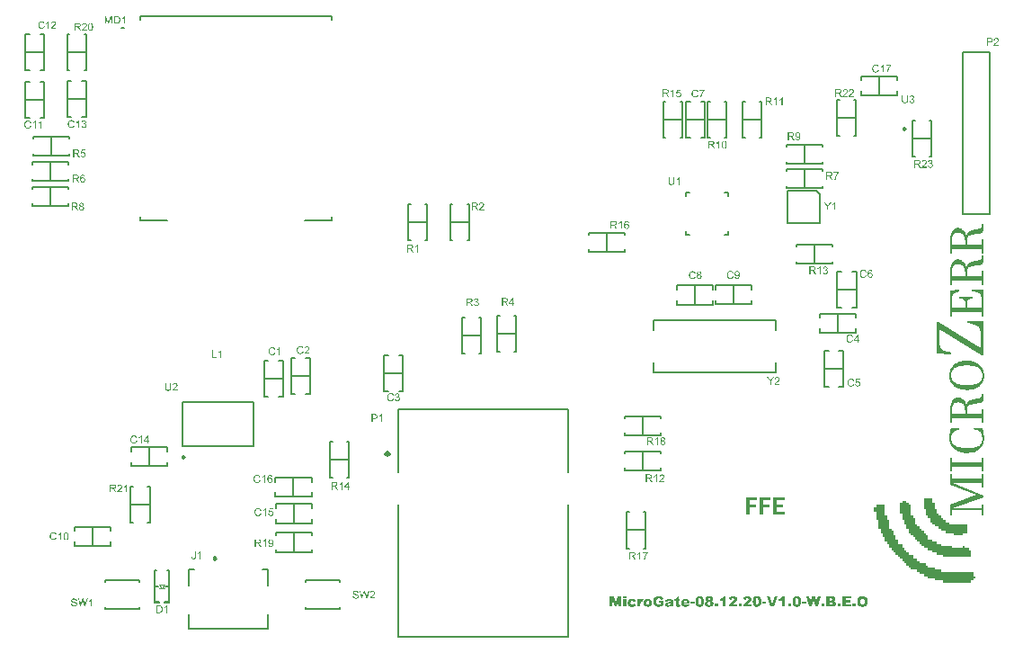
<source format=gto>
G04*
G04 #@! TF.GenerationSoftware,Altium Limited,Altium Designer,19.1.5 (86)*
G04*
G04 Layer_Color=65535*
%FSLAX25Y25*%
%MOIN*%
G70*
G01*
G75*
%ADD10C,0.00984*%
%ADD11C,0.00394*%
%ADD12C,0.01181*%
%ADD13C,0.00787*%
%ADD14C,0.00591*%
%ADD15C,0.00394*%
%ADD16C,0.00500*%
G36*
X354298Y41848D02*
X355098D01*
Y39448D01*
X355898D01*
Y37848D01*
X356698D01*
Y37048D01*
X357498D01*
Y36248D01*
X358298D01*
Y35448D01*
X359098D01*
Y34648D01*
X360698D01*
Y33848D01*
X367098D01*
Y30648D01*
X365498D01*
Y29848D01*
X362298D01*
Y30648D01*
X359098D01*
Y31448D01*
X357498D01*
Y32248D01*
X356698D01*
Y33048D01*
X355098D01*
Y33848D01*
X354298D01*
Y34648D01*
X353498D01*
Y36248D01*
X352698D01*
Y37048D01*
X351898D01*
Y39448D01*
X351098D01*
Y43448D01*
X354298D01*
Y41848D01*
D02*
G37*
G36*
X344698D02*
X345498D01*
Y41048D01*
X346298D01*
Y37048D01*
X347098D01*
Y36248D01*
X347898D01*
Y33848D01*
X348698D01*
Y33048D01*
X349498D01*
Y32248D01*
X350298D01*
Y31448D01*
X351098D01*
Y30648D01*
X351898D01*
Y29848D01*
X352698D01*
Y28248D01*
X354298D01*
Y27448D01*
X355898D01*
Y26648D01*
X357498D01*
Y25848D01*
X361498D01*
Y25048D01*
X365498D01*
Y25848D01*
X366298D01*
Y25048D01*
X367898D01*
Y24248D01*
X368698D01*
Y21848D01*
X358298D01*
Y22648D01*
X355898D01*
Y23448D01*
X354298D01*
Y24248D01*
X352698D01*
Y25048D01*
X351098D01*
Y25848D01*
X350298D01*
Y26648D01*
X349498D01*
Y27448D01*
X348698D01*
Y28248D01*
X347898D01*
Y29048D01*
X347098D01*
Y29848D01*
X346298D01*
Y30648D01*
X345498D01*
Y32248D01*
X344698D01*
Y33848D01*
X343898D01*
Y35448D01*
X343098D01*
Y37848D01*
X342298D01*
Y41848D01*
X343098D01*
Y42648D01*
X344698D01*
Y41848D01*
D02*
G37*
G36*
X336698Y37048D02*
X337498D01*
Y35448D01*
X338298D01*
Y32248D01*
X339098D01*
Y31448D01*
X339898D01*
Y29848D01*
X340698D01*
Y28248D01*
X341498D01*
Y26648D01*
X343098D01*
Y25048D01*
X343898D01*
Y24248D01*
X344698D01*
Y23448D01*
X345498D01*
Y22648D01*
X347098D01*
Y21048D01*
X348698D01*
Y20248D01*
X349498D01*
Y19448D01*
X351898D01*
Y18648D01*
X352698D01*
Y17848D01*
X355098D01*
Y17048D01*
X357498D01*
Y16248D01*
X369498D01*
Y14648D01*
X370298D01*
Y13848D01*
X369498D01*
Y13048D01*
X368698D01*
Y12248D01*
X358298D01*
Y13048D01*
X355098D01*
Y13848D01*
X352698D01*
Y14648D01*
X351098D01*
Y15448D01*
X349498D01*
Y16248D01*
X348698D01*
Y17048D01*
X346298D01*
Y17848D01*
X345498D01*
Y18648D01*
X344698D01*
Y19448D01*
X343898D01*
Y20248D01*
X343098D01*
Y21048D01*
X342298D01*
Y21848D01*
X341498D01*
Y22648D01*
X340698D01*
Y23448D01*
X339898D01*
Y24248D01*
X339098D01*
Y25048D01*
X338298D01*
Y26648D01*
X337498D01*
Y27448D01*
X336698D01*
Y29048D01*
X335898D01*
Y30648D01*
X335098D01*
Y32248D01*
X334298D01*
Y35448D01*
X333498D01*
Y38648D01*
X332698D01*
Y40248D01*
X333498D01*
Y41048D01*
X336698D01*
Y37048D01*
D02*
G37*
G36*
X299465Y42945D02*
X296536D01*
Y41316D01*
X299050D01*
Y40343D01*
X296536D01*
Y38573D01*
X299640D01*
Y37600D01*
X295377D01*
Y43918D01*
X299465D01*
Y42945D01*
D02*
G37*
G36*
X294361D02*
X291497D01*
Y41316D01*
X293946D01*
Y40343D01*
X291497D01*
Y37600D01*
X290339D01*
Y43918D01*
X294361D01*
Y42945D01*
D02*
G37*
G36*
X289322D02*
X286459D01*
Y41316D01*
X288907D01*
Y40343D01*
X286459D01*
Y37600D01*
X285300D01*
Y43918D01*
X289322D01*
Y42945D01*
D02*
G37*
G36*
X367801Y94557D02*
X368202Y94521D01*
X368640Y94448D01*
X369587Y94230D01*
X369624D01*
X369770Y94157D01*
X370025Y94084D01*
X370280Y93974D01*
X370608Y93792D01*
X370973Y93610D01*
X371665Y93136D01*
X371702Y93099D01*
X371811Y93027D01*
X371957Y92844D01*
X372139Y92662D01*
X372358Y92407D01*
X372576Y92115D01*
X372795Y91751D01*
X373014Y91386D01*
X373050Y91350D01*
X373087Y91204D01*
X373160Y90985D01*
X373233Y90730D01*
X373342Y90366D01*
X373415Y89965D01*
X373451Y89527D01*
X373488Y89054D01*
Y88835D01*
X373451Y88616D01*
X373415Y88325D01*
X373378Y87997D01*
X373305Y87632D01*
X373196Y87231D01*
X373050Y86867D01*
X373014Y86830D01*
X372977Y86721D01*
X372868Y86502D01*
X372722Y86283D01*
X372540Y86028D01*
X372358Y85737D01*
X371811Y85153D01*
X371775Y85117D01*
X371665Y85044D01*
X371483Y84898D01*
X371228Y84753D01*
X370936Y84570D01*
X370608Y84388D01*
X370244Y84206D01*
X369806Y84060D01*
X369770D01*
X369587Y83987D01*
X369369Y83951D01*
X369041Y83878D01*
X368640Y83805D01*
X368202Y83768D01*
X367729Y83695D01*
X367182D01*
X367109D01*
X366927D01*
X366635Y83732D01*
X366271D01*
X365833Y83805D01*
X365396Y83878D01*
X364922Y83951D01*
X364448Y84096D01*
X364375Y84133D01*
X364229Y84169D01*
X364011Y84279D01*
X363719Y84388D01*
X363391Y84534D01*
X363063Y84753D01*
X362699Y84971D01*
X362370Y85226D01*
X362334Y85263D01*
X362225Y85372D01*
X362079Y85518D01*
X361897Y85737D01*
X361678Y85992D01*
X361459Y86320D01*
X361058Y87012D01*
X361022Y87049D01*
X360985Y87195D01*
X360912Y87413D01*
X360803Y87669D01*
X360730Y87997D01*
X360657Y88398D01*
X360621Y88798D01*
X360584Y89236D01*
Y89455D01*
X360621Y89673D01*
X360657Y89965D01*
X360694Y90293D01*
X360767Y90657D01*
X360912Y91058D01*
X361058Y91423D01*
X361095Y91459D01*
X361131Y91605D01*
X361241Y91787D01*
X361386Y92006D01*
X361568Y92298D01*
X361787Y92589D01*
X362042Y92881D01*
X362334Y93136D01*
X362370Y93172D01*
X362480Y93245D01*
X362662Y93391D01*
X362881Y93537D01*
X363172Y93683D01*
X363500Y93865D01*
X363865Y94047D01*
X364302Y94193D01*
X364339Y94230D01*
X364521Y94266D01*
X364740Y94339D01*
X365068Y94412D01*
X365469Y94485D01*
X365906Y94521D01*
X366380Y94594D01*
X366927D01*
X367000D01*
X367182D01*
X367437D01*
X367801Y94557D01*
D02*
G37*
G36*
X373196Y82128D02*
X373233Y81909D01*
Y81800D01*
X373269Y81581D01*
Y81144D01*
X373305Y80962D01*
Y80707D01*
X373269Y80561D01*
X373233Y80160D01*
X373160Y79795D01*
X373123Y79722D01*
X373050Y79577D01*
X372904Y79358D01*
X372686Y79139D01*
X372613Y79103D01*
X372467Y79030D01*
X372176Y78921D01*
X371847Y78811D01*
X371811D01*
X371738D01*
X371665Y78775D01*
X371519D01*
X371118Y78738D01*
X370645Y78665D01*
X370608D01*
X370462Y78629D01*
X370280D01*
X370061Y78592D01*
X369551Y78483D01*
X369004Y78374D01*
X368968D01*
X368895Y78337D01*
X368749D01*
X368603Y78301D01*
X368239Y78192D01*
X367911Y78046D01*
X367874D01*
X367838Y78009D01*
X367656Y77900D01*
X367473Y77681D01*
X367291Y77426D01*
X367255Y77353D01*
X367182Y77134D01*
X367145Y76806D01*
X367109Y76369D01*
Y74765D01*
X372540D01*
Y76551D01*
X373196D01*
Y71448D01*
X372540D01*
Y73125D01*
X361568D01*
Y71448D01*
X360876D01*
Y76588D01*
X360912Y76916D01*
Y77244D01*
X360949Y77645D01*
X361022Y78009D01*
X361095Y78374D01*
Y78410D01*
X361131Y78519D01*
X361168Y78702D01*
X361241Y78884D01*
X361423Y79358D01*
X361678Y79832D01*
Y79868D01*
X361751Y79941D01*
X361933Y80160D01*
X362225Y80415D01*
X362589Y80670D01*
X362626D01*
X362662Y80707D01*
X362771Y80743D01*
X362917Y80816D01*
X363282Y80889D01*
X363755Y80925D01*
X363792D01*
X363865D01*
X363938D01*
X364084Y80889D01*
X364448Y80852D01*
X364813Y80743D01*
X364849D01*
X364885Y80707D01*
X365104Y80597D01*
X365396Y80451D01*
X365724Y80196D01*
X365797Y80123D01*
X365943Y79978D01*
X366198Y79722D01*
X366416Y79358D01*
Y79321D01*
X366453Y79285D01*
X366526Y79176D01*
X366562Y79030D01*
X366708Y78629D01*
X366854Y78119D01*
X366890D01*
Y78155D01*
X366927Y78228D01*
X367000Y78447D01*
X367109Y78775D01*
X367291Y79066D01*
Y79103D01*
X367328Y79139D01*
X367473Y79285D01*
X367692Y79504D01*
X367947Y79686D01*
X368020Y79722D01*
X368202Y79832D01*
X368458Y79941D01*
X368822Y80050D01*
X368859D01*
X368895Y80087D01*
X369114Y80123D01*
X369478Y80233D01*
X369879Y80306D01*
X369916D01*
X369988Y80342D01*
X370098D01*
X370244Y80379D01*
X370572Y80415D01*
X370973Y80488D01*
X371009D01*
X371045D01*
X371264Y80561D01*
X371556Y80597D01*
X371847Y80707D01*
X371920Y80743D01*
X372066Y80816D01*
X372248Y80925D01*
X372394Y81071D01*
X372431Y81107D01*
X372467Y81253D01*
X372540Y81436D01*
X372576Y81727D01*
Y82055D01*
X372540Y82237D01*
X373196D01*
Y82128D01*
D02*
G37*
G36*
X372904Y69589D02*
Y69516D01*
X372977Y69334D01*
X373050Y69042D01*
X373123Y68714D01*
Y68642D01*
X373196Y68423D01*
X373233Y68095D01*
X373305Y67730D01*
Y67657D01*
X373342Y67439D01*
X373378Y67147D01*
X373415Y66783D01*
Y66710D01*
X373451Y66491D01*
X373488Y66199D01*
Y65689D01*
X373451Y65434D01*
X373415Y65142D01*
X373378Y64778D01*
X373305Y64377D01*
X373196Y63976D01*
X373050Y63575D01*
X373014Y63539D01*
X372977Y63393D01*
X372868Y63210D01*
X372722Y62992D01*
X372540Y62700D01*
X372358Y62409D01*
X371811Y61825D01*
X371775Y61789D01*
X371665Y61716D01*
X371483Y61570D01*
X371228Y61424D01*
X370936Y61242D01*
X370608Y61060D01*
X370244Y60878D01*
X369806Y60695D01*
X369770D01*
X369587Y60623D01*
X369369Y60586D01*
X369041Y60513D01*
X368640Y60440D01*
X368202Y60404D01*
X367729Y60331D01*
X367182D01*
X367109D01*
X366927D01*
X366635Y60367D01*
X366271D01*
X365870Y60440D01*
X365396Y60513D01*
X364958Y60586D01*
X364485Y60732D01*
X364412Y60768D01*
X364266Y60805D01*
X364047Y60914D01*
X363755Y61023D01*
X363427Y61206D01*
X363099Y61388D01*
X362735Y61643D01*
X362407Y61898D01*
X362370Y61935D01*
X362261Y62044D01*
X362115Y62190D01*
X361897Y62409D01*
X361678Y62664D01*
X361459Y62992D01*
X361241Y63356D01*
X361058Y63721D01*
X361022Y63757D01*
X360985Y63903D01*
X360912Y64122D01*
X360803Y64413D01*
X360730Y64778D01*
X360657Y65179D01*
X360621Y65653D01*
X360584Y66127D01*
Y66345D01*
X360621Y66600D01*
X360657Y66892D01*
Y66965D01*
X360694Y67147D01*
X360730Y67439D01*
X360767Y67730D01*
Y67803D01*
X360803Y67985D01*
X360876Y68277D01*
X360949Y68569D01*
Y68642D01*
X360985Y68824D01*
X361058Y69115D01*
X361168Y69407D01*
X364229Y69516D01*
Y68897D01*
X364193D01*
X364084D01*
X363901Y68860D01*
X363719Y68824D01*
X363245Y68714D01*
X362771Y68569D01*
X362735D01*
X362662Y68532D01*
X362443Y68386D01*
X362152Y68168D01*
X361860Y67913D01*
X361824Y67840D01*
X361678Y67657D01*
X361532Y67402D01*
X361423Y67038D01*
Y67001D01*
X361386Y66965D01*
X361350Y66746D01*
X361313Y66418D01*
X361277Y66017D01*
Y65653D01*
X361313Y65325D01*
X361386Y64924D01*
Y64887D01*
X361423Y64851D01*
X361459Y64632D01*
X361568Y64341D01*
X361751Y64012D01*
Y63976D01*
X361787Y63939D01*
X361933Y63757D01*
X362152Y63502D01*
X362443Y63247D01*
X362516Y63210D01*
X362735Y63065D01*
X363063Y62846D01*
X363500Y62664D01*
X363537D01*
X363610Y62627D01*
X363755Y62591D01*
X363938Y62554D01*
X364157Y62481D01*
X364448Y62409D01*
X365068Y62299D01*
X365104D01*
X365213Y62263D01*
X365396D01*
X365651Y62226D01*
X365943Y62190D01*
X366307D01*
X366671Y62154D01*
X367109D01*
X367145D01*
X367291D01*
X367546D01*
X367801D01*
X368129Y62190D01*
X368494D01*
X369187Y62263D01*
X369223D01*
X369332Y62299D01*
X369515Y62336D01*
X369697Y62372D01*
X370207Y62481D01*
X370718Y62627D01*
X370754D01*
X370827Y62664D01*
X370936Y62737D01*
X371082Y62810D01*
X371410Y62992D01*
X371738Y63210D01*
X371811Y63283D01*
X371957Y63429D01*
X372176Y63648D01*
X372394Y63939D01*
Y63976D01*
X372431Y64012D01*
X372503Y64231D01*
X372613Y64523D01*
X372722Y64851D01*
Y64924D01*
X372759Y65142D01*
X372795Y65470D01*
Y66127D01*
X372759Y66272D01*
X372722Y66673D01*
X372649Y67074D01*
Y67111D01*
X372613Y67184D01*
X372540Y67402D01*
X372358Y67694D01*
X372139Y68022D01*
Y68058D01*
X372066Y68095D01*
X371884Y68277D01*
X371556Y68496D01*
X371155Y68714D01*
X371118D01*
X371045Y68751D01*
X370900Y68824D01*
X370718Y68860D01*
X370462Y68933D01*
X370171Y69006D01*
X369879Y69079D01*
X369515Y69115D01*
Y69699D01*
X372904Y69589D01*
D02*
G37*
G36*
X373196Y53588D02*
X372503D01*
Y55264D01*
X361568D01*
Y53588D01*
X360876D01*
Y58618D01*
X361568D01*
Y56905D01*
X372503D01*
Y58618D01*
X373196D01*
Y53588D01*
D02*
G37*
G36*
Y47610D02*
X372503D01*
Y49141D01*
X361787D01*
Y49068D01*
X373305Y44694D01*
Y44001D01*
X361824Y39882D01*
Y39846D01*
X372503D01*
Y41377D01*
X373196D01*
Y37367D01*
X372503D01*
Y39081D01*
X361568D01*
Y37367D01*
X360876D01*
Y41304D01*
X370718Y44840D01*
Y44876D01*
X360876Y48630D01*
Y52458D01*
X361568D01*
Y50781D01*
X372503D01*
Y52458D01*
X373196D01*
Y47610D01*
D02*
G37*
G36*
Y109115D02*
Y96459D01*
X372482D01*
X356918Y106104D01*
Y101613D01*
X356968Y101154D01*
X357019Y100695D01*
Y100593D01*
X357071Y100337D01*
X357122Y100031D01*
X357224Y99674D01*
X357275Y99623D01*
X357326Y99419D01*
X357479Y99164D01*
X357683Y98909D01*
X357734Y98857D01*
X357887Y98704D01*
X358142Y98551D01*
X358448Y98347D01*
X358551Y98296D01*
X358755Y98245D01*
X359112Y98092D01*
X359571Y97990D01*
X359622D01*
X359673D01*
X359826Y97939D01*
X360030Y97888D01*
X360490Y97786D01*
X361102Y97684D01*
Y96867D01*
X355948Y97224D01*
Y109012D01*
X356713D01*
X372227Y99164D01*
Y104420D01*
X372176Y104930D01*
Y105032D01*
X372124Y105338D01*
X372022Y105746D01*
X371920Y106155D01*
Y106206D01*
X371869Y106257D01*
X371767Y106461D01*
X371614Y106767D01*
X371410Y107073D01*
X371359Y107124D01*
X371155Y107277D01*
X370849Y107482D01*
X370492Y107686D01*
X370440D01*
X370389Y107737D01*
X370134Y107839D01*
X369675Y107992D01*
X369165Y108145D01*
X369114D01*
X369012Y108196D01*
X368859Y108247D01*
X368603Y108298D01*
X368042Y108400D01*
X367277Y108553D01*
Y109370D01*
X373196Y109115D01*
D02*
G37*
G36*
Y144961D02*
X373233Y144742D01*
Y144633D01*
X373269Y144414D01*
Y143977D01*
X373305Y143795D01*
Y143539D01*
X373269Y143394D01*
X373233Y142993D01*
X373160Y142628D01*
X373123Y142555D01*
X373050Y142409D01*
X372904Y142191D01*
X372686Y141972D01*
X372613Y141936D01*
X372467Y141863D01*
X372176Y141753D01*
X371847Y141644D01*
X371811D01*
X371738D01*
X371665Y141607D01*
X371519D01*
X371118Y141571D01*
X370645Y141498D01*
X370608D01*
X370462Y141462D01*
X370280D01*
X370061Y141425D01*
X369551Y141316D01*
X369004Y141207D01*
X368968D01*
X368895Y141170D01*
X368749D01*
X368603Y141134D01*
X368239Y141024D01*
X367911Y140878D01*
X367874D01*
X367838Y140842D01*
X367656Y140733D01*
X367473Y140514D01*
X367291Y140259D01*
X367255Y140186D01*
X367182Y139967D01*
X367145Y139639D01*
X367109Y139202D01*
Y137598D01*
X372540D01*
Y139384D01*
X373196D01*
Y134281D01*
X372540D01*
Y135958D01*
X361568D01*
Y134281D01*
X360876D01*
Y139420D01*
X360912Y139749D01*
Y140077D01*
X360949Y140478D01*
X361022Y140842D01*
X361095Y141207D01*
Y141243D01*
X361131Y141352D01*
X361168Y141535D01*
X361241Y141717D01*
X361423Y142191D01*
X361678Y142665D01*
Y142701D01*
X361751Y142774D01*
X361933Y142993D01*
X362225Y143248D01*
X362589Y143503D01*
X362626D01*
X362662Y143539D01*
X362771Y143576D01*
X362917Y143649D01*
X363282Y143722D01*
X363755Y143758D01*
X363792D01*
X363865D01*
X363938D01*
X364084Y143722D01*
X364448Y143685D01*
X364813Y143576D01*
X364849D01*
X364885Y143539D01*
X365104Y143430D01*
X365396Y143284D01*
X365724Y143029D01*
X365797Y142956D01*
X365943Y142810D01*
X366198Y142555D01*
X366416Y142191D01*
Y142154D01*
X366453Y142118D01*
X366526Y142008D01*
X366562Y141863D01*
X366708Y141462D01*
X366854Y140951D01*
X366890D01*
Y140988D01*
X366927Y141061D01*
X367000Y141279D01*
X367109Y141607D01*
X367291Y141899D01*
Y141936D01*
X367328Y141972D01*
X367473Y142118D01*
X367692Y142336D01*
X367947Y142519D01*
X368020Y142555D01*
X368202Y142665D01*
X368458Y142774D01*
X368822Y142883D01*
X368859D01*
X368895Y142920D01*
X369114Y142956D01*
X369478Y143066D01*
X369879Y143138D01*
X369916D01*
X369988Y143175D01*
X370098D01*
X370244Y143211D01*
X370572Y143248D01*
X370973Y143321D01*
X371009D01*
X371045D01*
X371264Y143394D01*
X371556Y143430D01*
X371847Y143539D01*
X371920Y143576D01*
X372066Y143649D01*
X372248Y143758D01*
X372394Y143904D01*
X372431Y143940D01*
X372467Y144086D01*
X372540Y144268D01*
X372576Y144560D01*
Y144888D01*
X372540Y145070D01*
X373196D01*
Y144961D01*
D02*
G37*
G36*
Y133297D02*
X373233Y133078D01*
Y132969D01*
X373269Y132750D01*
Y132313D01*
X373305Y132131D01*
Y131875D01*
X373269Y131730D01*
X373233Y131329D01*
X373160Y130964D01*
X373123Y130891D01*
X373050Y130745D01*
X372904Y130527D01*
X372686Y130308D01*
X372613Y130272D01*
X372467Y130199D01*
X372176Y130089D01*
X371847Y129980D01*
X371811D01*
X371738D01*
X371665Y129944D01*
X371519D01*
X371118Y129907D01*
X370645Y129834D01*
X370608D01*
X370462Y129798D01*
X370280D01*
X370061Y129761D01*
X369551Y129652D01*
X369004Y129543D01*
X368968D01*
X368895Y129506D01*
X368749D01*
X368603Y129470D01*
X368239Y129360D01*
X367911Y129215D01*
X367874D01*
X367838Y129178D01*
X367656Y129069D01*
X367473Y128850D01*
X367291Y128595D01*
X367255Y128522D01*
X367182Y128303D01*
X367145Y127975D01*
X367109Y127538D01*
Y125934D01*
X372540D01*
Y127720D01*
X373196D01*
Y122617D01*
X372540D01*
Y124294D01*
X361568D01*
Y122617D01*
X360876D01*
Y127757D01*
X360912Y128085D01*
Y128413D01*
X360949Y128814D01*
X361022Y129178D01*
X361095Y129543D01*
Y129579D01*
X361131Y129688D01*
X361168Y129871D01*
X361241Y130053D01*
X361423Y130527D01*
X361678Y131001D01*
Y131037D01*
X361751Y131110D01*
X361933Y131329D01*
X362225Y131584D01*
X362589Y131839D01*
X362626D01*
X362662Y131875D01*
X362771Y131912D01*
X362917Y131985D01*
X363282Y132058D01*
X363755Y132094D01*
X363792D01*
X363865D01*
X363938D01*
X364084Y132058D01*
X364448Y132021D01*
X364813Y131912D01*
X364849D01*
X364885Y131875D01*
X365104Y131766D01*
X365396Y131620D01*
X365724Y131365D01*
X365797Y131292D01*
X365943Y131146D01*
X366198Y130891D01*
X366416Y130527D01*
Y130490D01*
X366453Y130454D01*
X366526Y130344D01*
X366562Y130199D01*
X366708Y129798D01*
X366854Y129287D01*
X366890D01*
Y129324D01*
X366927Y129397D01*
X367000Y129615D01*
X367109Y129944D01*
X367291Y130235D01*
Y130272D01*
X367328Y130308D01*
X367473Y130454D01*
X367692Y130673D01*
X367947Y130855D01*
X368020Y130891D01*
X368202Y131001D01*
X368458Y131110D01*
X368822Y131219D01*
X368859D01*
X368895Y131256D01*
X369114Y131292D01*
X369478Y131402D01*
X369879Y131474D01*
X369916D01*
X369988Y131511D01*
X370098D01*
X370244Y131547D01*
X370572Y131584D01*
X370973Y131657D01*
X371009D01*
X371045D01*
X371264Y131730D01*
X371556Y131766D01*
X371847Y131875D01*
X371920Y131912D01*
X372066Y131985D01*
X372248Y132094D01*
X372394Y132240D01*
X372431Y132276D01*
X372467Y132422D01*
X372540Y132604D01*
X372576Y132896D01*
Y133224D01*
X372540Y133406D01*
X373196D01*
Y133297D01*
D02*
G37*
G36*
Y120758D02*
Y111026D01*
X372503D01*
Y112703D01*
X361568D01*
Y111026D01*
X360876D01*
Y120539D01*
X364266Y120722D01*
Y120102D01*
X364229D01*
X364120Y120066D01*
X363974D01*
X363792Y120029D01*
X363355Y119920D01*
X362917Y119810D01*
X362881D01*
X362844Y119774D01*
X362626Y119665D01*
X362370Y119519D01*
X362115Y119264D01*
X362079Y119191D01*
X361933Y119045D01*
X361787Y118753D01*
X361678Y118389D01*
Y118352D01*
X361641Y118280D01*
Y118170D01*
X361605Y118024D01*
Y117842D01*
X361568Y117623D01*
Y114343D01*
X366453D01*
Y116093D01*
X366416Y116384D01*
Y116457D01*
X366380Y116603D01*
X366307Y116822D01*
X366198Y117004D01*
X366161Y117040D01*
X366052Y117150D01*
X365833Y117259D01*
X365578Y117368D01*
X365542D01*
X365505Y117405D01*
X365396D01*
X365250Y117441D01*
X364885Y117514D01*
X364375Y117551D01*
Y118170D01*
X369369D01*
Y117551D01*
X369332D01*
X369223D01*
X369114D01*
X368931Y117514D01*
X368531Y117478D01*
X368166Y117405D01*
X368129D01*
X368093Y117368D01*
X367911Y117332D01*
X367692Y117222D01*
X367510Y117077D01*
X367473Y117040D01*
X367401Y116931D01*
X367291Y116712D01*
X367218Y116457D01*
Y116384D01*
X367182Y116202D01*
X367145Y115874D01*
Y114343D01*
X372503D01*
Y117368D01*
X372467Y117769D01*
Y117842D01*
X372431Y118061D01*
X372358Y118352D01*
X372285Y118644D01*
X372248Y118717D01*
X372176Y118863D01*
X372066Y119045D01*
X371920Y119264D01*
X371884Y119300D01*
X371738Y119446D01*
X371556Y119592D01*
X371301Y119738D01*
X371264D01*
X371228Y119774D01*
X371045Y119847D01*
X370718Y119956D01*
X370353Y120066D01*
X370317D01*
X370244Y120102D01*
X370134D01*
X369952Y120139D01*
X369551Y120248D01*
X369004Y120321D01*
Y120904D01*
X373196Y120758D01*
D02*
G37*
G36*
X240759Y6481D02*
X239704D01*
Y7203D01*
X240759D01*
Y6481D01*
D02*
G37*
G36*
X253077Y7259D02*
X253216Y7252D01*
X253369Y7238D01*
X253528Y7217D01*
X253674Y7189D01*
X253743Y7168D01*
X253806Y7148D01*
X253813D01*
X253820Y7141D01*
X253861Y7127D01*
X253917Y7099D01*
X253986Y7064D01*
X254069Y7016D01*
X254160Y6953D01*
X254243Y6877D01*
X254326Y6794D01*
X254333Y6780D01*
X254361Y6752D01*
X254396Y6696D01*
X254444Y6627D01*
X254493Y6544D01*
X254548Y6440D01*
X254597Y6322D01*
X254639Y6190D01*
X253507Y5989D01*
Y5996D01*
X253493Y6023D01*
X253473Y6065D01*
X253452Y6114D01*
X253417Y6162D01*
X253376Y6218D01*
X253320Y6266D01*
X253264Y6315D01*
X253258Y6322D01*
X253237Y6336D01*
X253195Y6350D01*
X253147Y6377D01*
X253084Y6398D01*
X253015Y6412D01*
X252931Y6426D01*
X252834Y6433D01*
X252800D01*
X252772Y6426D01*
X252702Y6419D01*
X252612Y6398D01*
X252515Y6370D01*
X252411Y6322D01*
X252307Y6252D01*
X252217Y6162D01*
X252210Y6148D01*
X252182Y6114D01*
X252147Y6044D01*
X252105Y5954D01*
X252057Y5836D01*
X252043Y5767D01*
X252022Y5690D01*
X252008Y5607D01*
X251994Y5517D01*
X251988Y5420D01*
Y5315D01*
Y5308D01*
Y5288D01*
Y5260D01*
X251994Y5218D01*
Y5163D01*
X252001Y5107D01*
X252015Y4975D01*
X252043Y4830D01*
X252085Y4684D01*
X252140Y4545D01*
X252175Y4490D01*
X252217Y4434D01*
X252230Y4420D01*
X252258Y4392D01*
X252314Y4351D01*
X252390Y4302D01*
X252480Y4254D01*
X252591Y4212D01*
X252723Y4184D01*
X252869Y4170D01*
X252938D01*
X252987Y4177D01*
X253049Y4184D01*
X253112Y4191D01*
X253244Y4226D01*
X253251D01*
X253278Y4240D01*
X253313Y4254D01*
X253362Y4274D01*
X253424Y4295D01*
X253493Y4330D01*
X253577Y4372D01*
X253660Y4420D01*
Y4781D01*
X252869D01*
Y5572D01*
X254687D01*
Y3948D01*
X254680Y3941D01*
X254666Y3934D01*
X254639Y3914D01*
X254597Y3893D01*
X254555Y3865D01*
X254500Y3830D01*
X254375Y3754D01*
X254229Y3678D01*
X254069Y3594D01*
X253910Y3518D01*
X253757Y3463D01*
X253750D01*
X253736Y3455D01*
X253716Y3449D01*
X253688Y3442D01*
X253646Y3435D01*
X253605Y3421D01*
X253549Y3414D01*
X253493Y3400D01*
X253355Y3379D01*
X253188Y3358D01*
X253008Y3345D01*
X252806Y3337D01*
X252744D01*
X252695Y3345D01*
X252633D01*
X252571Y3351D01*
X252494Y3358D01*
X252411Y3365D01*
X252237Y3393D01*
X252050Y3435D01*
X251870Y3490D01*
X251696Y3567D01*
X251689D01*
X251675Y3580D01*
X251654Y3594D01*
X251627Y3608D01*
X251550Y3664D01*
X251453Y3740D01*
X251349Y3830D01*
X251238Y3948D01*
X251134Y4087D01*
X251037Y4247D01*
Y4254D01*
X251030Y4267D01*
X251016Y4295D01*
X251002Y4330D01*
X250981Y4372D01*
X250967Y4420D01*
X250946Y4483D01*
X250926Y4552D01*
X250898Y4621D01*
X250877Y4705D01*
X250842Y4885D01*
X250815Y5086D01*
X250808Y5302D01*
Y5308D01*
Y5329D01*
Y5364D01*
X250815Y5406D01*
Y5461D01*
X250822Y5524D01*
X250829Y5593D01*
X250842Y5669D01*
X250870Y5836D01*
X250919Y6016D01*
X250981Y6197D01*
X251064Y6377D01*
Y6384D01*
X251078Y6398D01*
X251092Y6419D01*
X251113Y6454D01*
X251169Y6537D01*
X251252Y6641D01*
X251363Y6752D01*
X251488Y6870D01*
X251641Y6981D01*
X251814Y7078D01*
X251821D01*
X251835Y7085D01*
X251856Y7099D01*
X251883Y7106D01*
X251925Y7120D01*
X251974Y7141D01*
X252029Y7154D01*
X252092Y7175D01*
X252161Y7189D01*
X252244Y7203D01*
X252328Y7224D01*
X252418Y7238D01*
X252522Y7252D01*
X252626Y7259D01*
X252862Y7266D01*
X253022D01*
X253077Y7259D01*
D02*
G37*
G36*
X246741Y6211D02*
X246803Y6197D01*
X246880Y6183D01*
X246963Y6155D01*
X247060Y6120D01*
X247164Y6072D01*
X246831Y5315D01*
X246824Y5322D01*
X246803Y5329D01*
X246769Y5343D01*
X246727Y5357D01*
X246630Y5385D01*
X246581Y5399D01*
X246505D01*
X246470Y5392D01*
X246422Y5378D01*
X246366Y5357D01*
X246318Y5322D01*
X246262Y5281D01*
X246214Y5225D01*
X246206Y5211D01*
X246186Y5177D01*
X246179Y5149D01*
X246165Y5114D01*
X246151Y5073D01*
X246137Y5024D01*
X246116Y4961D01*
X246102Y4899D01*
X246089Y4823D01*
X246082Y4739D01*
X246068Y4649D01*
X246061Y4552D01*
X246054Y4441D01*
Y4323D01*
Y3400D01*
X244992D01*
Y6155D01*
X245977D01*
Y5704D01*
X245984Y5718D01*
X246005Y5753D01*
X246033Y5801D01*
X246068Y5864D01*
X246165Y5996D01*
X246214Y6058D01*
X246269Y6107D01*
X246276Y6114D01*
X246297Y6127D01*
X246331Y6141D01*
X246373Y6162D01*
X246429Y6183D01*
X246498Y6204D01*
X246567Y6211D01*
X246651Y6218D01*
X246692D01*
X246741Y6211D01*
D02*
G37*
G36*
X243021D02*
X243077D01*
X243139Y6204D01*
X243215Y6197D01*
X243292Y6190D01*
X243458Y6155D01*
X243625Y6114D01*
X243791Y6058D01*
X243868Y6016D01*
X243937Y5975D01*
X243944D01*
X243951Y5961D01*
X243993Y5933D01*
X244055Y5871D01*
X244131Y5794D01*
X244215Y5697D01*
X244298Y5572D01*
X244374Y5433D01*
X244437Y5267D01*
X243444Y5135D01*
Y5142D01*
X243438Y5163D01*
X243424Y5198D01*
X243403Y5232D01*
X243354Y5322D01*
X243313Y5364D01*
X243271Y5399D01*
X243264Y5406D01*
X243250Y5413D01*
X243222Y5426D01*
X243181Y5447D01*
X243132Y5468D01*
X243077Y5482D01*
X243014Y5489D01*
X242938Y5496D01*
X242896D01*
X242848Y5489D01*
X242785Y5475D01*
X242716Y5447D01*
X242646Y5420D01*
X242577Y5371D01*
X242514Y5308D01*
X242508Y5302D01*
X242487Y5274D01*
X242466Y5232D01*
X242438Y5170D01*
X242403Y5086D01*
X242383Y4989D01*
X242362Y4871D01*
X242355Y4739D01*
Y4733D01*
Y4725D01*
Y4684D01*
X242362Y4621D01*
X242376Y4545D01*
X242396Y4462D01*
X242424Y4378D01*
X242459Y4295D01*
X242514Y4226D01*
X242521Y4219D01*
X242542Y4198D01*
X242577Y4170D01*
X242625Y4143D01*
X242688Y4108D01*
X242757Y4080D01*
X242834Y4059D01*
X242924Y4052D01*
X242959D01*
X243000Y4059D01*
X243049Y4066D01*
X243097Y4080D01*
X243160Y4094D01*
X243215Y4122D01*
X243271Y4157D01*
X243278Y4163D01*
X243292Y4177D01*
X243320Y4198D01*
X243347Y4240D01*
X243382Y4281D01*
X243424Y4337D01*
X243458Y4406D01*
X243486Y4483D01*
X244492Y4372D01*
X244485Y4358D01*
X244479Y4316D01*
X244458Y4261D01*
X244430Y4184D01*
X244388Y4094D01*
X244340Y4004D01*
X244284Y3907D01*
X244215Y3816D01*
X244208Y3810D01*
X244180Y3782D01*
X244138Y3740D01*
X244083Y3684D01*
X244014Y3629D01*
X243930Y3573D01*
X243833Y3511D01*
X243729Y3463D01*
X243715Y3455D01*
X243673Y3442D01*
X243611Y3421D01*
X243528Y3400D01*
X243417Y3379D01*
X243292Y3358D01*
X243146Y3345D01*
X242986Y3337D01*
X242917D01*
X242834Y3345D01*
X242730D01*
X242612Y3358D01*
X242494Y3372D01*
X242369Y3386D01*
X242251Y3414D01*
X242237Y3421D01*
X242202Y3428D01*
X242147Y3449D01*
X242077Y3476D01*
X242001Y3518D01*
X241918Y3560D01*
X241834Y3615D01*
X241751Y3678D01*
X241744Y3684D01*
X241716Y3712D01*
X241682Y3747D01*
X241633Y3802D01*
X241578Y3865D01*
X241529Y3941D01*
X241473Y4018D01*
X241425Y4108D01*
X241418Y4122D01*
X241404Y4157D01*
X241390Y4205D01*
X241369Y4281D01*
X241342Y4378D01*
X241328Y4490D01*
X241314Y4614D01*
X241307Y4760D01*
Y4767D01*
Y4781D01*
Y4802D01*
Y4830D01*
X241314Y4913D01*
X241328Y5010D01*
X241342Y5121D01*
X241362Y5239D01*
X241397Y5357D01*
X241446Y5468D01*
X241453Y5475D01*
X241466Y5503D01*
X241487Y5545D01*
X241522Y5593D01*
X241564Y5649D01*
X241619Y5711D01*
X241675Y5780D01*
X241737Y5843D01*
X241744Y5850D01*
X241772Y5871D01*
X241807Y5898D01*
X241855Y5933D01*
X241911Y5975D01*
X241980Y6016D01*
X242050Y6051D01*
X242119Y6086D01*
X242126D01*
X242133Y6093D01*
X242174Y6107D01*
X242244Y6127D01*
X242334Y6155D01*
X242445Y6176D01*
X242584Y6197D01*
X242737Y6211D01*
X242910Y6218D01*
X242972D01*
X243021Y6211D01*
D02*
G37*
G36*
X312053Y3400D02*
X310894D01*
X310228Y5794D01*
X309562Y3400D01*
X308410D01*
X307570Y7203D01*
X308680D01*
X309083Y5080D01*
X309673Y7203D01*
X310783D01*
X311373Y5073D01*
X311776Y7203D01*
X312893D01*
X312053Y3400D01*
D02*
G37*
G36*
X238982D02*
X238017D01*
Y6301D01*
X237275Y3400D01*
X236400D01*
X235665Y6301D01*
Y3400D01*
X234700D01*
Y7203D01*
X236248D01*
X236838Y4885D01*
X237434Y7203D01*
X238982D01*
Y3400D01*
D02*
G37*
G36*
X295522D02*
X294252D01*
X292816Y7203D01*
X294044D01*
X294898Y4462D01*
X295744Y7203D01*
X296938D01*
X295522Y3400D01*
D02*
G37*
G36*
X307452Y4378D02*
X305918D01*
Y5198D01*
X307452D01*
Y4378D01*
D02*
G37*
G36*
X292684D02*
X291150D01*
Y5198D01*
X292684D01*
Y4378D01*
D02*
G37*
G36*
X266097D02*
X264563D01*
Y5198D01*
X266097D01*
Y4378D01*
D02*
G37*
G36*
X325850Y3400D02*
X324719D01*
Y4462D01*
X325850D01*
Y3400D01*
D02*
G37*
G36*
X324101Y6391D02*
X322130D01*
Y5787D01*
X323955D01*
Y5010D01*
X322130D01*
Y4261D01*
X324157D01*
Y3400D01*
X320950D01*
Y7203D01*
X324101D01*
Y6391D01*
D02*
G37*
G36*
X320242Y3400D02*
X319111D01*
Y4462D01*
X320242D01*
Y3400D01*
D02*
G37*
G36*
X317335Y7196D02*
X317383D01*
X317432Y7189D01*
X317557Y7168D01*
X317695Y7134D01*
X317834Y7085D01*
X317966Y7016D01*
X318091Y6926D01*
X318098D01*
X318105Y6912D01*
X318140Y6877D01*
X318188Y6821D01*
X318244Y6738D01*
X318292Y6641D01*
X318341Y6530D01*
X318376Y6398D01*
X318390Y6329D01*
Y6252D01*
Y6245D01*
Y6239D01*
Y6197D01*
X318376Y6134D01*
X318362Y6058D01*
X318334Y5968D01*
X318299Y5871D01*
X318244Y5773D01*
X318174Y5676D01*
X318167Y5669D01*
X318147Y5649D01*
X318119Y5621D01*
X318070Y5586D01*
X318015Y5545D01*
X317945Y5503D01*
X317862Y5461D01*
X317765Y5420D01*
X317772D01*
X317786Y5413D01*
X317807D01*
X317834Y5399D01*
X317904Y5378D01*
X317994Y5343D01*
X318091Y5295D01*
X318195Y5232D01*
X318285Y5163D01*
X318369Y5080D01*
X318376Y5066D01*
X318396Y5038D01*
X318431Y4982D01*
X318466Y4913D01*
X318500Y4830D01*
X318535Y4725D01*
X318556Y4608D01*
X318563Y4476D01*
Y4462D01*
Y4427D01*
X318556Y4372D01*
X318549Y4302D01*
X318528Y4219D01*
X318507Y4129D01*
X318473Y4039D01*
X318424Y3948D01*
X318417Y3941D01*
X318396Y3907D01*
X318369Y3865D01*
X318327Y3816D01*
X318271Y3754D01*
X318202Y3692D01*
X318126Y3629D01*
X318042Y3573D01*
X318036D01*
X318015Y3560D01*
X317980Y3546D01*
X317931Y3525D01*
X317869Y3504D01*
X317793Y3483D01*
X317702Y3469D01*
X317598Y3449D01*
X317584D01*
X317564Y3442D01*
X317536D01*
X317466Y3435D01*
X317383Y3428D01*
X317293Y3414D01*
X317210Y3407D01*
X317133Y3400D01*
X315044D01*
Y7203D01*
X317300D01*
X317335Y7196D01*
D02*
G37*
G36*
X314336Y3400D02*
X313205D01*
Y4462D01*
X314336D01*
Y3400D01*
D02*
G37*
G36*
X301935D02*
X300803D01*
Y4462D01*
X301935D01*
Y3400D01*
D02*
G37*
G36*
X299554D02*
X298485D01*
Y5926D01*
X298472Y5919D01*
X298444Y5892D01*
X298388Y5857D01*
X298326Y5808D01*
X298250Y5760D01*
X298159Y5704D01*
X298069Y5649D01*
X297979Y5600D01*
X297965Y5593D01*
X297937Y5579D01*
X297882Y5558D01*
X297812Y5531D01*
X297722Y5496D01*
X297625Y5454D01*
X297507Y5420D01*
X297375Y5378D01*
Y6239D01*
X297382D01*
X297396Y6245D01*
X297424Y6259D01*
X297465Y6266D01*
X297507Y6287D01*
X297563Y6308D01*
X297680Y6356D01*
X297812Y6419D01*
X297951Y6488D01*
X298090Y6565D01*
X298208Y6655D01*
X298215D01*
X298222Y6669D01*
X298256Y6696D01*
X298312Y6752D01*
X298381Y6828D01*
X298458Y6912D01*
X298534Y7016D01*
X298610Y7134D01*
X298680Y7266D01*
X299554D01*
Y3400D01*
D02*
G37*
G36*
X285827Y7259D02*
X285882D01*
X286007Y7252D01*
X286146Y7231D01*
X286292Y7210D01*
X286431Y7175D01*
X286556Y7134D01*
X286563D01*
X286570Y7127D01*
X286604Y7113D01*
X286667Y7078D01*
X286736Y7037D01*
X286812Y6981D01*
X286896Y6919D01*
X286979Y6835D01*
X287048Y6745D01*
X287055Y6731D01*
X287076Y6696D01*
X287104Y6648D01*
X287139Y6572D01*
X287173Y6488D01*
X287201Y6384D01*
X287222Y6273D01*
X287229Y6155D01*
Y6148D01*
Y6141D01*
Y6120D01*
Y6100D01*
X287215Y6030D01*
X287201Y5940D01*
X287180Y5843D01*
X287139Y5725D01*
X287090Y5607D01*
X287021Y5489D01*
X287014Y5475D01*
X286979Y5433D01*
X286930Y5371D01*
X286854Y5288D01*
X286750Y5184D01*
X286687Y5128D01*
X286625Y5066D01*
X286549Y5003D01*
X286466Y4934D01*
X286375Y4864D01*
X286278Y4795D01*
X286264Y4788D01*
X286229Y4760D01*
X286174Y4719D01*
X286105Y4670D01*
X286035Y4621D01*
X285959Y4573D01*
X285896Y4524D01*
X285848Y4483D01*
X285841Y4476D01*
X285827Y4469D01*
X285806Y4448D01*
X285778Y4427D01*
X285702Y4351D01*
X285598Y4261D01*
X287257D01*
Y3400D01*
X284078D01*
Y3407D01*
Y3421D01*
X284085Y3449D01*
X284092Y3476D01*
X284099Y3518D01*
X284106Y3567D01*
X284141Y3684D01*
X284182Y3816D01*
X284238Y3962D01*
X284314Y4122D01*
X284404Y4274D01*
X284411Y4281D01*
X284418Y4295D01*
X284432Y4316D01*
X284460Y4351D01*
X284494Y4386D01*
X284529Y4434D01*
X284585Y4490D01*
X284640Y4552D01*
X284703Y4621D01*
X284779Y4698D01*
X284862Y4774D01*
X284960Y4864D01*
X285064Y4955D01*
X285182Y5052D01*
X285307Y5149D01*
X285445Y5253D01*
X285452Y5260D01*
X285466Y5267D01*
X285487Y5288D01*
X285522Y5308D01*
X285598Y5371D01*
X285695Y5447D01*
X285792Y5537D01*
X285896Y5621D01*
X285980Y5704D01*
X286014Y5746D01*
X286042Y5780D01*
X286049Y5787D01*
X286063Y5808D01*
X286084Y5843D01*
X286111Y5892D01*
X286132Y5940D01*
X286153Y6002D01*
X286167Y6058D01*
X286174Y6120D01*
Y6127D01*
Y6148D01*
X286167Y6183D01*
X286160Y6225D01*
X286139Y6273D01*
X286119Y6322D01*
X286084Y6370D01*
X286042Y6419D01*
X286035Y6426D01*
X286021Y6440D01*
X285994Y6460D01*
X285952Y6481D01*
X285903Y6502D01*
X285848Y6523D01*
X285785Y6537D01*
X285716Y6544D01*
X285681D01*
X285647Y6537D01*
X285598Y6530D01*
X285549Y6509D01*
X285494Y6488D01*
X285438Y6454D01*
X285383Y6412D01*
X285376Y6405D01*
X285362Y6391D01*
X285341Y6356D01*
X285313Y6308D01*
X285286Y6245D01*
X285258Y6169D01*
X285237Y6079D01*
X285216Y5968D01*
X284154Y6051D01*
Y6058D01*
Y6072D01*
X284161Y6093D01*
X284168Y6127D01*
X284182Y6204D01*
X284203Y6308D01*
X284238Y6419D01*
X284272Y6530D01*
X284321Y6641D01*
X284377Y6745D01*
X284384Y6759D01*
X284404Y6787D01*
X284446Y6828D01*
X284501Y6884D01*
X284564Y6946D01*
X284647Y7009D01*
X284737Y7071D01*
X284848Y7127D01*
X284855D01*
X284862Y7134D01*
X284904Y7148D01*
X284973Y7168D01*
X285070Y7196D01*
X285189Y7224D01*
X285334Y7245D01*
X285501Y7259D01*
X285688Y7266D01*
X285778D01*
X285827Y7259D01*
D02*
G37*
G36*
X283620Y3400D02*
X282489D01*
Y4462D01*
X283620D01*
Y3400D01*
D02*
G37*
G36*
X280511Y7259D02*
X280567D01*
X280691Y7252D01*
X280830Y7231D01*
X280976Y7210D01*
X281115Y7175D01*
X281240Y7134D01*
X281247D01*
X281254Y7127D01*
X281288Y7113D01*
X281351Y7078D01*
X281420Y7037D01*
X281496Y6981D01*
X281580Y6919D01*
X281663Y6835D01*
X281732Y6745D01*
X281739Y6731D01*
X281760Y6696D01*
X281788Y6648D01*
X281823Y6572D01*
X281857Y6488D01*
X281885Y6384D01*
X281906Y6273D01*
X281913Y6155D01*
Y6148D01*
Y6141D01*
Y6120D01*
Y6100D01*
X281899Y6030D01*
X281885Y5940D01*
X281864Y5843D01*
X281823Y5725D01*
X281774Y5607D01*
X281705Y5489D01*
X281698Y5475D01*
X281663Y5433D01*
X281614Y5371D01*
X281538Y5288D01*
X281434Y5184D01*
X281371Y5128D01*
X281309Y5066D01*
X281233Y5003D01*
X281149Y4934D01*
X281059Y4864D01*
X280962Y4795D01*
X280948Y4788D01*
X280913Y4760D01*
X280858Y4719D01*
X280788Y4670D01*
X280719Y4621D01*
X280643Y4573D01*
X280580Y4524D01*
X280532Y4483D01*
X280525Y4476D01*
X280511Y4469D01*
X280490Y4448D01*
X280462Y4427D01*
X280386Y4351D01*
X280282Y4261D01*
X281941D01*
Y3400D01*
X278762D01*
Y3407D01*
Y3421D01*
X278769Y3449D01*
X278776Y3476D01*
X278783Y3518D01*
X278790Y3567D01*
X278824Y3684D01*
X278866Y3816D01*
X278922Y3962D01*
X278998Y4122D01*
X279088Y4274D01*
X279095Y4281D01*
X279102Y4295D01*
X279116Y4316D01*
X279144Y4351D01*
X279179Y4386D01*
X279213Y4434D01*
X279269Y4490D01*
X279324Y4552D01*
X279387Y4621D01*
X279463Y4698D01*
X279546Y4774D01*
X279643Y4864D01*
X279748Y4955D01*
X279866Y5052D01*
X279990Y5149D01*
X280129Y5253D01*
X280136Y5260D01*
X280150Y5267D01*
X280171Y5288D01*
X280206Y5308D01*
X280282Y5371D01*
X280379Y5447D01*
X280476Y5537D01*
X280580Y5621D01*
X280664Y5704D01*
X280698Y5746D01*
X280726Y5780D01*
X280733Y5787D01*
X280747Y5808D01*
X280768Y5843D01*
X280796Y5892D01*
X280816Y5940D01*
X280837Y6002D01*
X280851Y6058D01*
X280858Y6120D01*
Y6127D01*
Y6148D01*
X280851Y6183D01*
X280844Y6225D01*
X280823Y6273D01*
X280802Y6322D01*
X280768Y6370D01*
X280726Y6419D01*
X280719Y6426D01*
X280705Y6440D01*
X280678Y6460D01*
X280636Y6481D01*
X280587Y6502D01*
X280532Y6523D01*
X280469Y6537D01*
X280400Y6544D01*
X280365D01*
X280330Y6537D01*
X280282Y6530D01*
X280233Y6509D01*
X280178Y6488D01*
X280122Y6454D01*
X280067Y6412D01*
X280060Y6405D01*
X280046Y6391D01*
X280025Y6356D01*
X279997Y6308D01*
X279970Y6245D01*
X279942Y6169D01*
X279921Y6079D01*
X279900Y5968D01*
X278838Y6051D01*
Y6058D01*
Y6072D01*
X278845Y6093D01*
X278852Y6127D01*
X278866Y6204D01*
X278887Y6308D01*
X278922Y6419D01*
X278956Y6530D01*
X279005Y6641D01*
X279061Y6745D01*
X279067Y6759D01*
X279088Y6787D01*
X279130Y6828D01*
X279185Y6884D01*
X279248Y6946D01*
X279331Y7009D01*
X279421Y7071D01*
X279532Y7127D01*
X279539D01*
X279546Y7134D01*
X279588Y7148D01*
X279657Y7168D01*
X279754Y7196D01*
X279872Y7224D01*
X280018Y7245D01*
X280185Y7259D01*
X280372Y7266D01*
X280462D01*
X280511Y7259D01*
D02*
G37*
G36*
X277693Y3400D02*
X276624D01*
Y5926D01*
X276611Y5919D01*
X276583Y5892D01*
X276527Y5857D01*
X276465Y5808D01*
X276389Y5760D01*
X276298Y5704D01*
X276208Y5649D01*
X276118Y5600D01*
X276104Y5593D01*
X276076Y5579D01*
X276021Y5558D01*
X275951Y5531D01*
X275861Y5496D01*
X275764Y5454D01*
X275646Y5420D01*
X275514Y5378D01*
Y6239D01*
X275521D01*
X275535Y6245D01*
X275563Y6259D01*
X275604Y6266D01*
X275646Y6287D01*
X275701Y6308D01*
X275819Y6356D01*
X275951Y6419D01*
X276090Y6488D01*
X276229Y6565D01*
X276347Y6655D01*
X276354D01*
X276361Y6669D01*
X276396Y6696D01*
X276451Y6752D01*
X276520Y6828D01*
X276597Y6912D01*
X276673Y7016D01*
X276749Y7134D01*
X276819Y7266D01*
X277693D01*
Y3400D01*
D02*
G37*
G36*
X274758D02*
X273626D01*
Y4462D01*
X274758D01*
Y3400D01*
D02*
G37*
G36*
X256963Y6211D02*
X257082Y6204D01*
X257213Y6197D01*
X257338Y6183D01*
X257449Y6162D01*
X257463D01*
X257498Y6148D01*
X257553Y6134D01*
X257623Y6114D01*
X257699Y6086D01*
X257775Y6044D01*
X257859Y5996D01*
X257935Y5940D01*
X257942Y5933D01*
X257956Y5919D01*
X257984Y5892D01*
X258012Y5857D01*
X258046Y5808D01*
X258081Y5753D01*
X258116Y5683D01*
X258143Y5607D01*
X258150Y5600D01*
X258157Y5572D01*
X258171Y5531D01*
X258185Y5475D01*
X258199Y5413D01*
X258213Y5343D01*
X258227Y5274D01*
Y5198D01*
Y3983D01*
Y3976D01*
Y3948D01*
Y3914D01*
Y3872D01*
X258233Y3775D01*
X258241Y3726D01*
X258247Y3678D01*
Y3671D01*
X258254Y3657D01*
X258261Y3636D01*
X258275Y3601D01*
X258289Y3560D01*
X258303Y3511D01*
X258359Y3400D01*
X257366D01*
Y3407D01*
X257359Y3421D01*
X257331Y3463D01*
X257304Y3511D01*
X257283Y3560D01*
Y3573D01*
X257276Y3601D01*
X257262Y3657D01*
X257248Y3733D01*
X257241Y3726D01*
X257213Y3698D01*
X257172Y3664D01*
X257116Y3622D01*
X257054Y3573D01*
X256984Y3532D01*
X256915Y3483D01*
X256839Y3449D01*
X256825Y3442D01*
X256790Y3435D01*
X256728Y3414D01*
X256651Y3393D01*
X256554Y3372D01*
X256443Y3358D01*
X256318Y3345D01*
X256186Y3337D01*
X256138D01*
X256103Y3345D01*
X256061D01*
X256013Y3351D01*
X255902Y3365D01*
X255784Y3393D01*
X255659Y3435D01*
X255534Y3483D01*
X255430Y3560D01*
X255416Y3573D01*
X255388Y3601D01*
X255353Y3650D01*
X255305Y3719D01*
X255256Y3802D01*
X255222Y3900D01*
X255194Y4004D01*
X255180Y4129D01*
Y4136D01*
Y4143D01*
Y4184D01*
X255187Y4240D01*
X255201Y4309D01*
X255222Y4392D01*
X255256Y4476D01*
X255298Y4566D01*
X255360Y4642D01*
X255367Y4649D01*
X255395Y4677D01*
X255444Y4712D01*
X255513Y4753D01*
X255610Y4802D01*
X255728Y4851D01*
X255867Y4899D01*
X255950Y4920D01*
X256041Y4941D01*
X256047D01*
X256068Y4948D01*
X256096Y4955D01*
X256138Y4961D01*
X256186Y4968D01*
X256242Y4982D01*
X256360Y5003D01*
X256492Y5031D01*
X256616Y5059D01*
X256728Y5086D01*
X256776Y5100D01*
X256811Y5107D01*
X256818D01*
X256845Y5114D01*
X256880Y5128D01*
X256929Y5142D01*
X256984Y5163D01*
X257047Y5184D01*
X257192Y5239D01*
Y5246D01*
Y5267D01*
X257186Y5302D01*
Y5343D01*
X257158Y5426D01*
X257137Y5468D01*
X257109Y5503D01*
X257102Y5510D01*
X257095Y5517D01*
X257075Y5531D01*
X257040Y5545D01*
X257005Y5558D01*
X256957Y5572D01*
X256894Y5586D01*
X256783D01*
X256734Y5579D01*
X256679D01*
X256554Y5551D01*
X256492Y5531D01*
X256436Y5503D01*
X256429D01*
X256422Y5489D01*
X256401Y5475D01*
X256381Y5447D01*
X256353Y5413D01*
X256325Y5371D01*
X256297Y5322D01*
X256276Y5260D01*
X255263Y5364D01*
Y5378D01*
X255277Y5406D01*
X255284Y5454D01*
X255305Y5517D01*
X255326Y5579D01*
X255353Y5649D01*
X255388Y5718D01*
X255423Y5780D01*
X255430Y5787D01*
X255444Y5808D01*
X255471Y5836D01*
X255506Y5871D01*
X255548Y5912D01*
X255603Y5954D01*
X255666Y6002D01*
X255735Y6044D01*
X255742Y6051D01*
X255763Y6058D01*
X255798Y6072D01*
X255839Y6093D01*
X255895Y6114D01*
X255964Y6134D01*
X256041Y6155D01*
X256131Y6169D01*
X256145D01*
X256172Y6176D01*
X256228Y6183D01*
X256297Y6197D01*
X256381Y6204D01*
X256471Y6211D01*
X256575Y6218D01*
X256853D01*
X256963Y6211D01*
D02*
G37*
G36*
X240759Y3400D02*
X239704D01*
Y6155D01*
X240759D01*
Y3400D01*
D02*
G37*
G36*
X328529Y7259D02*
X328612Y7252D01*
X328702Y7238D01*
X328806Y7224D01*
X328910Y7203D01*
X329029Y7175D01*
X329147Y7141D01*
X329271Y7099D01*
X329389Y7050D01*
X329507Y6988D01*
X329625Y6919D01*
X329729Y6842D01*
X329834Y6752D01*
X329840Y6745D01*
X329854Y6731D01*
X329882Y6696D01*
X329917Y6662D01*
X329952Y6606D01*
X330000Y6544D01*
X330049Y6468D01*
X330097Y6384D01*
X330146Y6287D01*
X330188Y6183D01*
X330236Y6065D01*
X330271Y5940D01*
X330305Y5801D01*
X330333Y5655D01*
X330347Y5496D01*
X330354Y5329D01*
Y5322D01*
Y5302D01*
Y5267D01*
Y5218D01*
X330347Y5163D01*
X330340Y5093D01*
X330333Y5024D01*
X330326Y4941D01*
X330298Y4767D01*
X330257Y4587D01*
X330201Y4406D01*
X330125Y4233D01*
Y4226D01*
X330118Y4212D01*
X330104Y4191D01*
X330083Y4163D01*
X330035Y4087D01*
X329958Y3990D01*
X329868Y3886D01*
X329757Y3775D01*
X329632Y3671D01*
X329480Y3573D01*
X329473D01*
X329459Y3567D01*
X329438Y3553D01*
X329403Y3539D01*
X329362Y3518D01*
X329313Y3497D01*
X329257Y3476D01*
X329188Y3455D01*
X329112Y3435D01*
X329035Y3414D01*
X328855Y3372D01*
X328647Y3345D01*
X328418Y3337D01*
X328314D01*
X328258Y3345D01*
X328196Y3351D01*
X328126D01*
X328043Y3365D01*
X327876Y3386D01*
X327703Y3421D01*
X327522Y3469D01*
X327356Y3539D01*
X327349D01*
X327335Y3546D01*
X327314Y3560D01*
X327287Y3580D01*
X327210Y3629D01*
X327113Y3698D01*
X327002Y3782D01*
X326891Y3900D01*
X326773Y4031D01*
X326669Y4184D01*
Y4191D01*
X326655Y4205D01*
X326648Y4233D01*
X326627Y4267D01*
X326606Y4309D01*
X326586Y4358D01*
X326565Y4420D01*
X326544Y4490D01*
X326516Y4566D01*
X326495Y4649D01*
X326475Y4739D01*
X326454Y4843D01*
X326426Y5059D01*
X326412Y5295D01*
Y5308D01*
Y5336D01*
X326419Y5385D01*
Y5447D01*
X326426Y5524D01*
X326440Y5614D01*
X326454Y5718D01*
X326475Y5822D01*
X326502Y5940D01*
X326537Y6058D01*
X326579Y6176D01*
X326627Y6301D01*
X326690Y6419D01*
X326759Y6537D01*
X326835Y6641D01*
X326926Y6745D01*
X326933Y6752D01*
X326953Y6766D01*
X326981Y6794D01*
X327023Y6828D01*
X327078Y6863D01*
X327141Y6912D01*
X327217Y6960D01*
X327300Y7009D01*
X327398Y7057D01*
X327509Y7099D01*
X327627Y7148D01*
X327759Y7182D01*
X327897Y7217D01*
X328050Y7245D01*
X328210Y7259D01*
X328376Y7266D01*
X328466D01*
X328529Y7259D01*
D02*
G37*
G36*
X304183D02*
X304274Y7252D01*
X304371Y7245D01*
X304475Y7224D01*
X304579Y7203D01*
X304676Y7168D01*
X304690Y7162D01*
X304718Y7154D01*
X304766Y7127D01*
X304822Y7099D01*
X304884Y7064D01*
X304954Y7023D01*
X305016Y6974D01*
X305079Y6919D01*
X305085Y6912D01*
X305106Y6891D01*
X305134Y6863D01*
X305169Y6821D01*
X305210Y6780D01*
X305252Y6724D01*
X305328Y6599D01*
X305335Y6592D01*
X305342Y6572D01*
X305363Y6537D01*
X305384Y6488D01*
X305405Y6433D01*
X305426Y6363D01*
X305453Y6294D01*
X305474Y6211D01*
Y6204D01*
X305481Y6190D01*
X305488Y6169D01*
X305495Y6134D01*
X305502Y6100D01*
X305509Y6051D01*
X305530Y5940D01*
X305551Y5808D01*
X305571Y5662D01*
X305578Y5496D01*
X305585Y5329D01*
Y5315D01*
Y5281D01*
Y5232D01*
X305578Y5163D01*
X305571Y5073D01*
X305564Y4975D01*
X305557Y4871D01*
X305543Y4753D01*
X305502Y4504D01*
X305439Y4254D01*
X305398Y4136D01*
X305349Y4018D01*
X305294Y3914D01*
X305231Y3816D01*
X305224Y3810D01*
X305217Y3796D01*
X305196Y3775D01*
X305162Y3740D01*
X305120Y3705D01*
X305072Y3664D01*
X305016Y3622D01*
X304947Y3580D01*
X304870Y3532D01*
X304780Y3490D01*
X304683Y3449D01*
X304572Y3414D01*
X304454Y3379D01*
X304322Y3358D01*
X304176Y3345D01*
X304024Y3337D01*
X303940D01*
X303899Y3345D01*
X303857D01*
X303746Y3358D01*
X303621Y3372D01*
X303489Y3400D01*
X303357Y3442D01*
X303239Y3490D01*
X303226Y3497D01*
X303191Y3518D01*
X303135Y3553D01*
X303073Y3601D01*
X302990Y3664D01*
X302913Y3740D01*
X302830Y3830D01*
X302754Y3934D01*
X302747Y3941D01*
X302733Y3976D01*
X302705Y4018D01*
X302677Y4087D01*
X302643Y4163D01*
X302608Y4261D01*
X302573Y4378D01*
X302545Y4504D01*
Y4510D01*
Y4517D01*
X302538Y4538D01*
X302532Y4566D01*
X302525Y4642D01*
X302511Y4746D01*
X302497Y4864D01*
X302483Y5003D01*
X302476Y5156D01*
X302469Y5315D01*
Y5329D01*
Y5364D01*
Y5420D01*
X302476Y5489D01*
X302483Y5579D01*
X302490Y5683D01*
X302504Y5794D01*
X302518Y5912D01*
X302566Y6162D01*
X302636Y6412D01*
X302677Y6530D01*
X302733Y6641D01*
X302788Y6738D01*
X302858Y6828D01*
X302865Y6835D01*
X302879Y6849D01*
X302899Y6870D01*
X302934Y6898D01*
X302976Y6933D01*
X303024Y6967D01*
X303087Y7009D01*
X303156Y7050D01*
X303233Y7085D01*
X303323Y7127D01*
X303420Y7162D01*
X303524Y7196D01*
X303642Y7224D01*
X303767Y7245D01*
X303906Y7259D01*
X304051Y7266D01*
X304114D01*
X304183Y7259D01*
D02*
G37*
G36*
X289415D02*
X289505Y7252D01*
X289602Y7245D01*
X289706Y7224D01*
X289810Y7203D01*
X289908Y7168D01*
X289922Y7162D01*
X289949Y7154D01*
X289998Y7127D01*
X290053Y7099D01*
X290116Y7064D01*
X290185Y7023D01*
X290248Y6974D01*
X290310Y6919D01*
X290317Y6912D01*
X290338Y6891D01*
X290366Y6863D01*
X290400Y6821D01*
X290442Y6780D01*
X290484Y6724D01*
X290560Y6599D01*
X290567Y6592D01*
X290574Y6572D01*
X290595Y6537D01*
X290616Y6488D01*
X290636Y6433D01*
X290657Y6363D01*
X290685Y6294D01*
X290706Y6211D01*
Y6204D01*
X290713Y6190D01*
X290720Y6169D01*
X290727Y6134D01*
X290734Y6100D01*
X290740Y6051D01*
X290761Y5940D01*
X290782Y5808D01*
X290803Y5662D01*
X290810Y5496D01*
X290817Y5329D01*
Y5315D01*
Y5281D01*
Y5232D01*
X290810Y5163D01*
X290803Y5073D01*
X290796Y4975D01*
X290789Y4871D01*
X290775Y4753D01*
X290734Y4504D01*
X290671Y4254D01*
X290630Y4136D01*
X290581Y4018D01*
X290525Y3914D01*
X290463Y3816D01*
X290456Y3810D01*
X290449Y3796D01*
X290428Y3775D01*
X290393Y3740D01*
X290352Y3705D01*
X290303Y3664D01*
X290248Y3622D01*
X290178Y3580D01*
X290102Y3532D01*
X290012Y3490D01*
X289915Y3449D01*
X289804Y3414D01*
X289686Y3379D01*
X289554Y3358D01*
X289408Y3345D01*
X289255Y3337D01*
X289172D01*
X289130Y3345D01*
X289089D01*
X288978Y3358D01*
X288853Y3372D01*
X288721Y3400D01*
X288589Y3442D01*
X288471Y3490D01*
X288457Y3497D01*
X288422Y3518D01*
X288367Y3553D01*
X288305Y3601D01*
X288221Y3664D01*
X288145Y3740D01*
X288062Y3830D01*
X287985Y3934D01*
X287978Y3941D01*
X287965Y3976D01*
X287937Y4018D01*
X287909Y4087D01*
X287874Y4163D01*
X287840Y4261D01*
X287805Y4378D01*
X287777Y4504D01*
Y4510D01*
Y4517D01*
X287770Y4538D01*
X287763Y4566D01*
X287756Y4642D01*
X287742Y4746D01*
X287729Y4864D01*
X287715Y5003D01*
X287708Y5156D01*
X287701Y5315D01*
Y5329D01*
Y5364D01*
Y5420D01*
X287708Y5489D01*
X287715Y5579D01*
X287722Y5683D01*
X287736Y5794D01*
X287749Y5912D01*
X287798Y6162D01*
X287867Y6412D01*
X287909Y6530D01*
X287965Y6641D01*
X288020Y6738D01*
X288089Y6828D01*
X288096Y6835D01*
X288110Y6849D01*
X288131Y6870D01*
X288166Y6898D01*
X288207Y6933D01*
X288256Y6967D01*
X288318Y7009D01*
X288388Y7050D01*
X288464Y7085D01*
X288554Y7127D01*
X288652Y7162D01*
X288756Y7196D01*
X288874Y7224D01*
X288999Y7245D01*
X289137Y7259D01*
X289283Y7266D01*
X289346D01*
X289415Y7259D01*
D02*
G37*
G36*
X271593D02*
X271656D01*
X271732Y7252D01*
X271808Y7245D01*
X271898Y7231D01*
X272079Y7196D01*
X272266Y7141D01*
X272447Y7071D01*
X272523Y7023D01*
X272599Y6974D01*
X272606D01*
X272613Y6960D01*
X272655Y6919D01*
X272717Y6856D01*
X272787Y6773D01*
X272849Y6669D01*
X272912Y6544D01*
X272953Y6405D01*
X272960Y6329D01*
X272967Y6245D01*
Y6231D01*
Y6204D01*
X272960Y6155D01*
X272946Y6093D01*
X272933Y6016D01*
X272905Y5933D01*
X272870Y5850D01*
X272821Y5767D01*
X272814Y5760D01*
X272801Y5739D01*
X272773Y5704D01*
X272738Y5662D01*
X272690Y5614D01*
X272627Y5565D01*
X272558Y5503D01*
X272474Y5447D01*
X272481D01*
X272488Y5440D01*
X272523Y5420D01*
X272579Y5385D01*
X272648Y5343D01*
X272724Y5288D01*
X272801Y5218D01*
X272877Y5142D01*
X272939Y5052D01*
X272946Y5038D01*
X272960Y5010D01*
X272988Y4961D01*
X273016Y4892D01*
X273043Y4816D01*
X273071Y4719D01*
X273085Y4621D01*
X273092Y4510D01*
Y4496D01*
Y4462D01*
X273085Y4406D01*
X273078Y4337D01*
X273057Y4254D01*
X273037Y4163D01*
X273002Y4073D01*
X272960Y3976D01*
X272953Y3962D01*
X272939Y3934D01*
X272912Y3893D01*
X272870Y3837D01*
X272821Y3775D01*
X272766Y3712D01*
X272703Y3650D01*
X272634Y3594D01*
X272627Y3587D01*
X272599Y3573D01*
X272558Y3553D01*
X272502Y3518D01*
X272433Y3490D01*
X272356Y3455D01*
X272259Y3428D01*
X272155Y3400D01*
X272141D01*
X272107Y3393D01*
X272051Y3379D01*
X271975Y3372D01*
X271884Y3358D01*
X271780Y3345D01*
X271669Y3337D01*
X271454D01*
X271399Y3345D01*
X271343D01*
X271211Y3358D01*
X271059Y3372D01*
X270906Y3393D01*
X270753Y3428D01*
X270621Y3476D01*
X270608Y3483D01*
X270566Y3504D01*
X270510Y3539D01*
X270441Y3587D01*
X270365Y3643D01*
X270281Y3719D01*
X270205Y3802D01*
X270136Y3900D01*
X270129Y3914D01*
X270108Y3948D01*
X270087Y4004D01*
X270059Y4080D01*
X270025Y4170D01*
X270004Y4274D01*
X269983Y4392D01*
X269976Y4517D01*
Y4524D01*
Y4531D01*
Y4573D01*
X269983Y4635D01*
X269997Y4719D01*
X270011Y4809D01*
X270039Y4899D01*
X270080Y4996D01*
X270129Y5086D01*
X270136Y5100D01*
X270157Y5128D01*
X270191Y5170D01*
X270247Y5218D01*
X270316Y5281D01*
X270392Y5336D01*
X270497Y5399D01*
X270608Y5447D01*
X270594Y5454D01*
X270566Y5468D01*
X270524Y5496D01*
X270469Y5531D01*
X270413Y5579D01*
X270351Y5628D01*
X270295Y5683D01*
X270247Y5739D01*
X270240Y5746D01*
X270226Y5780D01*
X270198Y5822D01*
X270170Y5884D01*
X270143Y5961D01*
X270115Y6051D01*
X270101Y6148D01*
X270094Y6252D01*
Y6259D01*
Y6273D01*
Y6301D01*
X270101Y6329D01*
X270108Y6370D01*
X270115Y6419D01*
X270149Y6530D01*
X270205Y6648D01*
X270240Y6717D01*
X270281Y6780D01*
X270330Y6842D01*
X270392Y6912D01*
X270462Y6974D01*
X270538Y7030D01*
X270545D01*
X270552Y7037D01*
X270573Y7050D01*
X270601Y7064D01*
X270635Y7085D01*
X270684Y7106D01*
X270732Y7127D01*
X270788Y7148D01*
X270920Y7189D01*
X271079Y7231D01*
X271260Y7259D01*
X271468Y7266D01*
X271545D01*
X271593Y7259D01*
D02*
G37*
G36*
X268144D02*
X268234Y7252D01*
X268331Y7245D01*
X268435Y7224D01*
X268539Y7203D01*
X268637Y7168D01*
X268651Y7162D01*
X268678Y7154D01*
X268727Y7127D01*
X268782Y7099D01*
X268845Y7064D01*
X268914Y7023D01*
X268977Y6974D01*
X269039Y6919D01*
X269046Y6912D01*
X269067Y6891D01*
X269095Y6863D01*
X269129Y6821D01*
X269171Y6780D01*
X269213Y6724D01*
X269289Y6599D01*
X269296Y6592D01*
X269303Y6572D01*
X269324Y6537D01*
X269344Y6488D01*
X269365Y6433D01*
X269386Y6363D01*
X269414Y6294D01*
X269435Y6211D01*
Y6204D01*
X269442Y6190D01*
X269449Y6169D01*
X269456Y6134D01*
X269462Y6100D01*
X269469Y6051D01*
X269490Y5940D01*
X269511Y5808D01*
X269532Y5662D01*
X269539Y5496D01*
X269546Y5329D01*
Y5315D01*
Y5281D01*
Y5232D01*
X269539Y5163D01*
X269532Y5073D01*
X269525Y4975D01*
X269518Y4871D01*
X269504Y4753D01*
X269462Y4504D01*
X269400Y4254D01*
X269358Y4136D01*
X269310Y4018D01*
X269254Y3914D01*
X269192Y3816D01*
X269185Y3810D01*
X269178Y3796D01*
X269157Y3775D01*
X269122Y3740D01*
X269081Y3705D01*
X269032Y3664D01*
X268977Y3622D01*
X268907Y3580D01*
X268831Y3532D01*
X268741Y3490D01*
X268643Y3449D01*
X268532Y3414D01*
X268414Y3379D01*
X268283Y3358D01*
X268137Y3345D01*
X267984Y3337D01*
X267901D01*
X267859Y3345D01*
X267818D01*
X267707Y3358D01*
X267582Y3372D01*
X267450Y3400D01*
X267318Y3442D01*
X267200Y3490D01*
X267186Y3497D01*
X267151Y3518D01*
X267096Y3553D01*
X267034Y3601D01*
X266950Y3664D01*
X266874Y3740D01*
X266791Y3830D01*
X266714Y3934D01*
X266707Y3941D01*
X266693Y3976D01*
X266666Y4018D01*
X266638Y4087D01*
X266603Y4163D01*
X266568Y4261D01*
X266534Y4378D01*
X266506Y4504D01*
Y4510D01*
Y4517D01*
X266499Y4538D01*
X266492Y4566D01*
X266485Y4642D01*
X266471Y4746D01*
X266457Y4864D01*
X266444Y5003D01*
X266437Y5156D01*
X266430Y5315D01*
Y5329D01*
Y5364D01*
Y5420D01*
X266437Y5489D01*
X266444Y5579D01*
X266451Y5683D01*
X266464Y5794D01*
X266478Y5912D01*
X266527Y6162D01*
X266596Y6412D01*
X266638Y6530D01*
X266693Y6641D01*
X266749Y6738D01*
X266818Y6828D01*
X266825Y6835D01*
X266839Y6849D01*
X266860Y6870D01*
X266895Y6898D01*
X266936Y6933D01*
X266985Y6967D01*
X267047Y7009D01*
X267117Y7050D01*
X267193Y7085D01*
X267283Y7127D01*
X267380Y7162D01*
X267485Y7196D01*
X267602Y7224D01*
X267727Y7245D01*
X267866Y7259D01*
X268012Y7266D01*
X268074D01*
X268144Y7259D01*
D02*
G37*
G36*
X262786Y6211D02*
X262849D01*
X262981Y6197D01*
X263126Y6176D01*
X263279Y6141D01*
X263432Y6100D01*
X263570Y6037D01*
X263577D01*
X263584Y6030D01*
X263626Y6002D01*
X263688Y5961D01*
X263765Y5905D01*
X263855Y5829D01*
X263938Y5739D01*
X264021Y5635D01*
X264098Y5517D01*
Y5510D01*
X264105Y5503D01*
X264112Y5482D01*
X264126Y5454D01*
X264140Y5420D01*
X264153Y5378D01*
X264188Y5281D01*
X264223Y5149D01*
X264250Y5003D01*
X264271Y4830D01*
X264278Y4635D01*
Y4517D01*
X262162D01*
Y4504D01*
X262169Y4476D01*
X262175Y4427D01*
X262189Y4372D01*
X262231Y4247D01*
X262259Y4191D01*
X262293Y4136D01*
X262300Y4129D01*
X262321Y4108D01*
X262356Y4080D01*
X262404Y4045D01*
X262460Y4011D01*
X262529Y3983D01*
X262606Y3962D01*
X262696Y3955D01*
X262724D01*
X262752Y3962D01*
X262793D01*
X262883Y3990D01*
X262932Y4004D01*
X262987Y4031D01*
X262994D01*
X263001Y4039D01*
X263043Y4073D01*
X263071Y4094D01*
X263099Y4129D01*
X263140Y4163D01*
X263175Y4212D01*
X264216Y4115D01*
Y4108D01*
X264202Y4094D01*
X264188Y4073D01*
X264174Y4045D01*
X264119Y3976D01*
X264049Y3886D01*
X263966Y3789D01*
X263869Y3684D01*
X263758Y3594D01*
X263633Y3518D01*
X263626D01*
X263619Y3511D01*
X263598Y3504D01*
X263570Y3490D01*
X263536Y3476D01*
X263494Y3463D01*
X263445Y3442D01*
X263390Y3428D01*
X263321Y3414D01*
X263251Y3393D01*
X263175Y3379D01*
X263085Y3365D01*
X262994Y3351D01*
X262890Y3345D01*
X262786Y3337D01*
X262578D01*
X262529Y3345D01*
X262481D01*
X262356Y3358D01*
X262217Y3372D01*
X262071Y3400D01*
X261933Y3442D01*
X261808Y3490D01*
X261794Y3497D01*
X261759Y3518D01*
X261697Y3560D01*
X261627Y3608D01*
X261544Y3678D01*
X261454Y3761D01*
X261370Y3858D01*
X261287Y3976D01*
Y3983D01*
X261280Y3990D01*
X261266Y4011D01*
X261259Y4039D01*
X261225Y4108D01*
X261190Y4205D01*
X261148Y4316D01*
X261121Y4455D01*
X261093Y4601D01*
X261086Y4767D01*
Y4774D01*
Y4795D01*
Y4830D01*
X261093Y4871D01*
X261100Y4927D01*
X261107Y4996D01*
X261121Y5066D01*
X261135Y5142D01*
X261183Y5308D01*
X261218Y5392D01*
X261259Y5482D01*
X261308Y5572D01*
X261364Y5655D01*
X261426Y5739D01*
X261495Y5815D01*
X261502Y5822D01*
X261516Y5836D01*
X261537Y5850D01*
X261572Y5878D01*
X261613Y5905D01*
X261669Y5940D01*
X261724Y5982D01*
X261794Y6016D01*
X261870Y6051D01*
X261960Y6093D01*
X262051Y6127D01*
X262155Y6155D01*
X262266Y6183D01*
X262384Y6204D01*
X262509Y6211D01*
X262640Y6218D01*
X262738D01*
X262786Y6211D01*
D02*
G37*
G36*
X260135Y6155D02*
X260718D01*
Y5385D01*
X260135D01*
Y4406D01*
Y4399D01*
Y4378D01*
Y4344D01*
X260142Y4309D01*
X260149Y4233D01*
X260156Y4198D01*
X260163Y4170D01*
X260177Y4157D01*
X260205Y4129D01*
X260260Y4101D01*
X260302Y4094D01*
X260343Y4087D01*
X260364D01*
X260392Y4094D01*
X260427D01*
X260475Y4101D01*
X260531Y4115D01*
X260593Y4129D01*
X260669Y4149D01*
X260753Y3421D01*
X260732D01*
X260711Y3414D01*
X260683Y3407D01*
X260607Y3393D01*
X260510Y3379D01*
X260399Y3365D01*
X260274Y3351D01*
X260149Y3345D01*
X260017Y3337D01*
X259955D01*
X259885Y3345D01*
X259795Y3351D01*
X259698Y3358D01*
X259608Y3379D01*
X259510Y3400D01*
X259434Y3435D01*
X259427Y3442D01*
X259406Y3455D01*
X259372Y3476D01*
X259330Y3511D01*
X259281Y3553D01*
X259240Y3608D01*
X259191Y3671D01*
X259157Y3740D01*
Y3747D01*
X259143Y3782D01*
X259129Y3830D01*
X259115Y3900D01*
X259101Y3997D01*
X259087Y4115D01*
X259080Y4254D01*
X259073Y4413D01*
Y5385D01*
X258685D01*
Y6155D01*
X259073D01*
Y6655D01*
X260135Y7203D01*
Y6155D01*
D02*
G37*
G36*
X248920Y6211D02*
X248983Y6204D01*
X249066Y6190D01*
X249156Y6176D01*
X249246Y6155D01*
X249343Y6134D01*
X249447Y6100D01*
X249552Y6058D01*
X249656Y6016D01*
X249760Y5954D01*
X249857Y5892D01*
X249947Y5815D01*
X250030Y5732D01*
X250037Y5725D01*
X250044Y5718D01*
X250065Y5690D01*
X250086Y5662D01*
X250114Y5628D01*
X250142Y5579D01*
X250169Y5531D01*
X250204Y5468D01*
X250266Y5329D01*
X250322Y5170D01*
X250364Y4982D01*
X250371Y4885D01*
X250377Y4781D01*
Y4774D01*
Y4753D01*
Y4719D01*
X250371Y4677D01*
X250364Y4621D01*
X250357Y4559D01*
X250343Y4490D01*
X250322Y4413D01*
X250273Y4247D01*
X250239Y4163D01*
X250197Y4073D01*
X250148Y3990D01*
X250093Y3900D01*
X250030Y3816D01*
X249954Y3740D01*
X249947Y3733D01*
X249933Y3726D01*
X249913Y3705D01*
X249878Y3678D01*
X249836Y3650D01*
X249781Y3615D01*
X249718Y3573D01*
X249649Y3539D01*
X249572Y3504D01*
X249482Y3463D01*
X249385Y3428D01*
X249281Y3400D01*
X249170Y3372D01*
X249045Y3358D01*
X248920Y3345D01*
X248781Y3337D01*
X248719D01*
X248670Y3345D01*
X248615D01*
X248552Y3358D01*
X248476Y3365D01*
X248400Y3379D01*
X248226Y3421D01*
X248046Y3476D01*
X247872Y3560D01*
X247782Y3615D01*
X247706Y3671D01*
X247699Y3678D01*
X247685Y3692D01*
X247657Y3712D01*
X247629Y3747D01*
X247588Y3789D01*
X247546Y3837D01*
X247504Y3900D01*
X247456Y3962D01*
X247407Y4039D01*
X247365Y4122D01*
X247324Y4212D01*
X247282Y4309D01*
X247254Y4413D01*
X247227Y4524D01*
X247213Y4642D01*
X247206Y4767D01*
Y4774D01*
Y4795D01*
Y4830D01*
X247213Y4871D01*
X247220Y4927D01*
X247227Y4989D01*
X247241Y5059D01*
X247261Y5135D01*
X247310Y5302D01*
X247345Y5385D01*
X247386Y5475D01*
X247435Y5558D01*
X247490Y5649D01*
X247553Y5732D01*
X247629Y5808D01*
X247636Y5815D01*
X247650Y5829D01*
X247671Y5843D01*
X247706Y5871D01*
X247747Y5905D01*
X247803Y5940D01*
X247865Y5975D01*
X247935Y6016D01*
X248011Y6051D01*
X248094Y6086D01*
X248191Y6120D01*
X248295Y6155D01*
X248407Y6183D01*
X248524Y6197D01*
X248649Y6211D01*
X248781Y6218D01*
X248858D01*
X248920Y6211D01*
D02*
G37*
G36*
X258663Y160915D02*
Y160911D01*
Y160894D01*
Y160873D01*
Y160844D01*
X258659Y160807D01*
Y160765D01*
X258655Y160715D01*
X258651Y160665D01*
X258638Y160553D01*
X258621Y160436D01*
X258596Y160324D01*
X258580Y160270D01*
X258563Y160220D01*
Y160216D01*
X258559Y160207D01*
X258551Y160195D01*
X258542Y160178D01*
X258517Y160133D01*
X258480Y160074D01*
X258430Y160008D01*
X258372Y159941D01*
X258297Y159871D01*
X258205Y159808D01*
X258201D01*
X258193Y159800D01*
X258180Y159796D01*
X258160Y159783D01*
X258135Y159771D01*
X258101Y159758D01*
X258068Y159746D01*
X258027Y159729D01*
X257981Y159713D01*
X257931Y159700D01*
X257877Y159687D01*
X257814Y159675D01*
X257752Y159667D01*
X257685Y159658D01*
X257536Y159650D01*
X257498D01*
X257469Y159654D01*
X257436D01*
X257394Y159658D01*
X257348Y159663D01*
X257303Y159667D01*
X257199Y159683D01*
X257086Y159708D01*
X256978Y159742D01*
X256874Y159787D01*
X256870D01*
X256862Y159796D01*
X256849Y159804D01*
X256833Y159812D01*
X256787Y159846D01*
X256733Y159891D01*
X256670Y159950D01*
X256612Y160016D01*
X256554Y160099D01*
X256508Y160191D01*
Y160195D01*
X256504Y160203D01*
X256500Y160220D01*
X256491Y160241D01*
X256483Y160266D01*
X256475Y160299D01*
X256462Y160336D01*
X256454Y160382D01*
X256446Y160432D01*
X256433Y160486D01*
X256425Y160545D01*
X256417Y160607D01*
X256408Y160678D01*
X256404Y160752D01*
X256400Y160831D01*
Y160915D01*
Y162579D01*
X256783D01*
Y160915D01*
Y160911D01*
Y160898D01*
Y160877D01*
Y160852D01*
X256787Y160823D01*
Y160786D01*
X256791Y160707D01*
X256799Y160615D01*
X256812Y160524D01*
X256828Y160436D01*
X256837Y160399D01*
X256849Y160361D01*
X256853Y160353D01*
X256862Y160332D01*
X256883Y160303D01*
X256908Y160262D01*
X256937Y160220D01*
X256978Y160174D01*
X257028Y160128D01*
X257086Y160091D01*
X257095Y160087D01*
X257116Y160074D01*
X257153Y160062D01*
X257203Y160045D01*
X257261Y160024D01*
X257336Y160012D01*
X257415Y160000D01*
X257502Y159995D01*
X257544D01*
X257569Y160000D01*
X257606D01*
X257644Y160004D01*
X257735Y160020D01*
X257835Y160041D01*
X257931Y160074D01*
X258022Y160120D01*
X258064Y160149D01*
X258101Y160183D01*
X258106Y160187D01*
X258110Y160191D01*
X258118Y160203D01*
X258131Y160220D01*
X258143Y160245D01*
X258160Y160270D01*
X258176Y160307D01*
X258193Y160345D01*
X258210Y160391D01*
X258222Y160445D01*
X258239Y160507D01*
X258251Y160574D01*
X258264Y160649D01*
X258272Y160728D01*
X258280Y160819D01*
Y160915D01*
Y162579D01*
X258663D01*
Y160915D01*
D02*
G37*
G36*
X260485Y159700D02*
X260132D01*
Y161951D01*
X260127Y161946D01*
X260107Y161930D01*
X260082Y161905D01*
X260040Y161876D01*
X259994Y161838D01*
X259936Y161797D01*
X259869Y161751D01*
X259795Y161705D01*
X259790D01*
X259786Y161701D01*
X259761Y161684D01*
X259720Y161663D01*
X259670Y161639D01*
X259612Y161609D01*
X259549Y161580D01*
X259487Y161551D01*
X259424Y161526D01*
Y161867D01*
X259429D01*
X259437Y161876D01*
X259453Y161880D01*
X259474Y161892D01*
X259499Y161905D01*
X259528Y161921D01*
X259599Y161963D01*
X259682Y162009D01*
X259765Y162067D01*
X259853Y162134D01*
X259940Y162204D01*
X259944Y162208D01*
X259948Y162213D01*
X259961Y162225D01*
X259978Y162238D01*
X260015Y162279D01*
X260065Y162329D01*
X260115Y162387D01*
X260169Y162454D01*
X260215Y162521D01*
X260256Y162591D01*
X260485D01*
Y159700D01*
D02*
G37*
G36*
X50146Y219400D02*
X49779D01*
Y221809D01*
X48939Y219400D01*
X48598D01*
X47766Y221850D01*
Y219400D01*
X47400D01*
Y222279D01*
X47970D01*
X48652Y220236D01*
Y220232D01*
X48656Y220224D01*
X48660Y220211D01*
X48669Y220190D01*
X48685Y220141D01*
X48706Y220078D01*
X48727Y220007D01*
X48752Y219937D01*
X48773Y219870D01*
X48789Y219812D01*
X48794Y219820D01*
X48798Y219841D01*
X48810Y219878D01*
X48827Y219928D01*
X48848Y219995D01*
X48877Y220074D01*
X48906Y220165D01*
X48943Y220274D01*
X49634Y222279D01*
X50146D01*
Y219400D01*
D02*
G37*
G36*
X54855D02*
X54501D01*
Y221651D01*
X54497Y221646D01*
X54476Y221630D01*
X54451Y221605D01*
X54410Y221576D01*
X54364Y221538D01*
X54306Y221497D01*
X54239Y221451D01*
X54164Y221405D01*
X54160D01*
X54156Y221401D01*
X54131Y221384D01*
X54089Y221363D01*
X54039Y221339D01*
X53981Y221309D01*
X53919Y221280D01*
X53856Y221251D01*
X53794Y221226D01*
Y221567D01*
X53798D01*
X53806Y221576D01*
X53823Y221580D01*
X53844Y221592D01*
X53869Y221605D01*
X53898Y221621D01*
X53969Y221663D01*
X54052Y221709D01*
X54135Y221767D01*
X54222Y221834D01*
X54310Y221904D01*
X54314Y221908D01*
X54318Y221913D01*
X54331Y221925D01*
X54347Y221938D01*
X54385Y221979D01*
X54435Y222029D01*
X54484Y222087D01*
X54539Y222154D01*
X54584Y222220D01*
X54626Y222291D01*
X54855D01*
Y219400D01*
D02*
G37*
G36*
X51947Y222275D02*
X52030Y222270D01*
X52113Y222262D01*
X52197Y222250D01*
X52267Y222237D01*
X52271D01*
X52280Y222233D01*
X52292D01*
X52309Y222225D01*
X52355Y222212D01*
X52413Y222191D01*
X52479Y222162D01*
X52550Y222125D01*
X52621Y222083D01*
X52687Y222029D01*
X52692Y222025D01*
X52696Y222021D01*
X52708Y222008D01*
X52725Y221996D01*
X52766Y221954D01*
X52816Y221896D01*
X52870Y221825D01*
X52929Y221742D01*
X52983Y221646D01*
X53029Y221538D01*
Y221534D01*
X53033Y221526D01*
X53041Y221509D01*
X53045Y221484D01*
X53058Y221455D01*
X53066Y221422D01*
X53074Y221384D01*
X53087Y221339D01*
X53099Y221293D01*
X53108Y221239D01*
X53128Y221122D01*
X53141Y220993D01*
X53145Y220852D01*
Y220848D01*
Y220839D01*
Y220819D01*
Y220798D01*
X53141Y220769D01*
Y220735D01*
X53137Y220656D01*
X53124Y220565D01*
X53112Y220469D01*
X53091Y220369D01*
X53066Y220269D01*
Y220265D01*
X53062Y220257D01*
X53058Y220245D01*
X53053Y220228D01*
X53037Y220182D01*
X53012Y220124D01*
X52987Y220057D01*
X52954Y219991D01*
X52912Y219920D01*
X52870Y219853D01*
X52866Y219845D01*
X52850Y219824D01*
X52825Y219795D01*
X52791Y219758D01*
X52754Y219716D01*
X52708Y219675D01*
X52662Y219629D01*
X52608Y219591D01*
X52600Y219587D01*
X52583Y219575D01*
X52554Y219558D01*
X52513Y219537D01*
X52463Y219512D01*
X52404Y219492D01*
X52338Y219467D01*
X52263Y219446D01*
X52255D01*
X52242Y219442D01*
X52230Y219437D01*
X52188Y219433D01*
X52130Y219425D01*
X52063Y219417D01*
X51984Y219408D01*
X51897Y219404D01*
X51801Y219400D01*
X50765D01*
Y222279D01*
X51872D01*
X51947Y222275D01*
D02*
G37*
G36*
X346744Y192887D02*
X346798Y192879D01*
X346865Y192866D01*
X346939Y192845D01*
X347014Y192821D01*
X347089Y192787D01*
X347093D01*
X347098Y192783D01*
X347123Y192771D01*
X347160Y192746D01*
X347202Y192717D01*
X347252Y192675D01*
X347301Y192629D01*
X347351Y192575D01*
X347393Y192513D01*
X347397Y192504D01*
X347410Y192483D01*
X347426Y192446D01*
X347447Y192400D01*
X347468Y192346D01*
X347484Y192284D01*
X347497Y192213D01*
X347501Y192142D01*
Y192134D01*
Y192109D01*
X347497Y192076D01*
X347489Y192030D01*
X347476Y191976D01*
X347455Y191918D01*
X347430Y191859D01*
X347397Y191801D01*
X347393Y191793D01*
X347380Y191776D01*
X347356Y191747D01*
X347322Y191714D01*
X347281Y191676D01*
X347231Y191635D01*
X347172Y191597D01*
X347102Y191560D01*
X347106D01*
X347114Y191556D01*
X347127Y191552D01*
X347143Y191548D01*
X347189Y191531D01*
X347247Y191506D01*
X347314Y191473D01*
X347380Y191431D01*
X347443Y191377D01*
X347501Y191315D01*
X347505Y191306D01*
X347522Y191281D01*
X347547Y191240D01*
X347572Y191186D01*
X347597Y191119D01*
X347622Y191040D01*
X347638Y190948D01*
X347643Y190849D01*
Y190845D01*
Y190832D01*
Y190811D01*
X347638Y190786D01*
X347634Y190753D01*
X347626Y190716D01*
X347618Y190674D01*
X347609Y190628D01*
X347576Y190528D01*
X347551Y190474D01*
X347526Y190424D01*
X347493Y190370D01*
X347455Y190316D01*
X347414Y190262D01*
X347364Y190212D01*
X347360Y190208D01*
X347351Y190200D01*
X347335Y190187D01*
X347314Y190171D01*
X347289Y190150D01*
X347256Y190129D01*
X347218Y190104D01*
X347172Y190083D01*
X347127Y190058D01*
X347073Y190033D01*
X347019Y190013D01*
X346956Y189992D01*
X346890Y189975D01*
X346819Y189963D01*
X346748Y189954D01*
X346669Y189950D01*
X346632D01*
X346607Y189954D01*
X346573Y189958D01*
X346536Y189963D01*
X346494Y189971D01*
X346449Y189979D01*
X346349Y190004D01*
X346245Y190046D01*
X346191Y190071D01*
X346141Y190100D01*
X346091Y190137D01*
X346041Y190175D01*
X346037Y190179D01*
X346028Y190187D01*
X346016Y190200D01*
X346004Y190216D01*
X345983Y190237D01*
X345962Y190266D01*
X345937Y190295D01*
X345912Y190333D01*
X345887Y190374D01*
X345862Y190416D01*
X345816Y190516D01*
X345779Y190632D01*
X345766Y190695D01*
X345758Y190761D01*
X346112Y190807D01*
Y190803D01*
X346116Y190795D01*
X346120Y190778D01*
X346124Y190757D01*
X346128Y190732D01*
X346137Y190703D01*
X346157Y190641D01*
X346187Y190566D01*
X346224Y190495D01*
X346266Y190428D01*
X346316Y190370D01*
X346324Y190366D01*
X346340Y190349D01*
X346374Y190329D01*
X346415Y190308D01*
X346465Y190283D01*
X346528Y190262D01*
X346598Y190245D01*
X346673Y190241D01*
X346698D01*
X346715Y190245D01*
X346761Y190250D01*
X346819Y190262D01*
X346885Y190283D01*
X346956Y190312D01*
X347027Y190354D01*
X347093Y190412D01*
X347102Y190420D01*
X347123Y190445D01*
X347147Y190483D01*
X347181Y190533D01*
X347214Y190595D01*
X347239Y190666D01*
X347260Y190749D01*
X347268Y190840D01*
Y190845D01*
Y190853D01*
Y190865D01*
X347264Y190882D01*
X347260Y190928D01*
X347247Y190982D01*
X347231Y191048D01*
X347202Y191115D01*
X347160Y191181D01*
X347106Y191244D01*
X347098Y191252D01*
X347077Y191269D01*
X347043Y191294D01*
X346998Y191323D01*
X346939Y191352D01*
X346869Y191377D01*
X346790Y191394D01*
X346702Y191402D01*
X346665D01*
X346636Y191398D01*
X346598Y191394D01*
X346557Y191385D01*
X346507Y191377D01*
X346453Y191365D01*
X346494Y191676D01*
X346515D01*
X346532Y191672D01*
X346586D01*
X346632Y191681D01*
X346686Y191689D01*
X346748Y191701D01*
X346819Y191722D01*
X346885Y191751D01*
X346956Y191789D01*
X346960D01*
X346965Y191793D01*
X346985Y191810D01*
X347014Y191839D01*
X347048Y191876D01*
X347081Y191930D01*
X347110Y191993D01*
X347131Y192063D01*
X347139Y192105D01*
Y192151D01*
Y192155D01*
Y192159D01*
Y192184D01*
X347131Y192217D01*
X347123Y192263D01*
X347106Y192313D01*
X347085Y192367D01*
X347052Y192421D01*
X347006Y192471D01*
X347002Y192475D01*
X346981Y192492D01*
X346952Y192513D01*
X346915Y192538D01*
X346865Y192558D01*
X346806Y192579D01*
X346740Y192596D01*
X346665Y192600D01*
X346632D01*
X346594Y192592D01*
X346544Y192583D01*
X346490Y192567D01*
X346436Y192546D01*
X346378Y192513D01*
X346324Y192471D01*
X346320Y192467D01*
X346303Y192446D01*
X346278Y192417D01*
X346249Y192375D01*
X346220Y192321D01*
X346191Y192255D01*
X346166Y192176D01*
X346149Y192084D01*
X345795Y192147D01*
Y192151D01*
X345800Y192163D01*
X345804Y192180D01*
X345808Y192205D01*
X345816Y192234D01*
X345829Y192267D01*
X345854Y192346D01*
X345895Y192438D01*
X345945Y192529D01*
X346008Y192617D01*
X346087Y192696D01*
X346091Y192700D01*
X346099Y192704D01*
X346112Y192712D01*
X346128Y192725D01*
X346149Y192741D01*
X346178Y192758D01*
X346207Y192775D01*
X346245Y192796D01*
X346328Y192829D01*
X346424Y192862D01*
X346536Y192883D01*
X346594Y192891D01*
X346698D01*
X346744Y192887D01*
D02*
G37*
G36*
X345263Y191215D02*
Y191211D01*
Y191194D01*
Y191173D01*
Y191144D01*
X345259Y191107D01*
Y191065D01*
X345255Y191015D01*
X345251Y190965D01*
X345238Y190853D01*
X345221Y190736D01*
X345197Y190624D01*
X345180Y190570D01*
X345163Y190520D01*
Y190516D01*
X345159Y190507D01*
X345151Y190495D01*
X345142Y190478D01*
X345117Y190433D01*
X345080Y190374D01*
X345030Y190308D01*
X344972Y190241D01*
X344897Y190171D01*
X344805Y190108D01*
X344801D01*
X344793Y190100D01*
X344780Y190096D01*
X344760Y190083D01*
X344735Y190071D01*
X344701Y190058D01*
X344668Y190046D01*
X344627Y190029D01*
X344581Y190013D01*
X344531Y190000D01*
X344477Y189988D01*
X344414Y189975D01*
X344352Y189967D01*
X344285Y189958D01*
X344136Y189950D01*
X344098D01*
X344069Y189954D01*
X344036D01*
X343994Y189958D01*
X343949Y189963D01*
X343903Y189967D01*
X343799Y189983D01*
X343686Y190008D01*
X343578Y190042D01*
X343474Y190087D01*
X343470D01*
X343462Y190096D01*
X343449Y190104D01*
X343433Y190112D01*
X343387Y190146D01*
X343333Y190191D01*
X343270Y190250D01*
X343212Y190316D01*
X343154Y190399D01*
X343108Y190491D01*
Y190495D01*
X343104Y190503D01*
X343100Y190520D01*
X343092Y190541D01*
X343083Y190566D01*
X343075Y190599D01*
X343062Y190637D01*
X343054Y190682D01*
X343046Y190732D01*
X343033Y190786D01*
X343025Y190845D01*
X343017Y190907D01*
X343008Y190978D01*
X343004Y191052D01*
X343000Y191131D01*
Y191215D01*
Y192879D01*
X343383D01*
Y191215D01*
Y191211D01*
Y191198D01*
Y191177D01*
Y191152D01*
X343387Y191123D01*
Y191086D01*
X343391Y191007D01*
X343399Y190915D01*
X343412Y190824D01*
X343428Y190736D01*
X343437Y190699D01*
X343449Y190661D01*
X343453Y190653D01*
X343462Y190632D01*
X343483Y190603D01*
X343508Y190562D01*
X343537Y190520D01*
X343578Y190474D01*
X343628Y190428D01*
X343686Y190391D01*
X343695Y190387D01*
X343716Y190374D01*
X343753Y190362D01*
X343803Y190345D01*
X343861Y190324D01*
X343936Y190312D01*
X344015Y190299D01*
X344102Y190295D01*
X344144D01*
X344169Y190299D01*
X344206D01*
X344244Y190304D01*
X344335Y190320D01*
X344435Y190341D01*
X344531Y190374D01*
X344622Y190420D01*
X344664Y190449D01*
X344701Y190483D01*
X344706Y190487D01*
X344710Y190491D01*
X344718Y190503D01*
X344731Y190520D01*
X344743Y190545D01*
X344760Y190570D01*
X344776Y190607D01*
X344793Y190645D01*
X344810Y190691D01*
X344822Y190745D01*
X344839Y190807D01*
X344851Y190874D01*
X344864Y190948D01*
X344872Y191027D01*
X344880Y191119D01*
Y191215D01*
Y192879D01*
X345263D01*
Y191215D01*
D02*
G37*
G36*
X353620Y168930D02*
X353674Y168922D01*
X353741Y168910D01*
X353815Y168889D01*
X353890Y168864D01*
X353965Y168831D01*
X353969D01*
X353974Y168826D01*
X353998Y168814D01*
X354036Y168789D01*
X354078Y168760D01*
X354127Y168718D01*
X354177Y168672D01*
X354227Y168618D01*
X354269Y168556D01*
X354273Y168548D01*
X354286Y168527D01*
X354302Y168489D01*
X354323Y168444D01*
X354344Y168390D01*
X354360Y168327D01*
X354373Y168256D01*
X354377Y168186D01*
Y168177D01*
Y168152D01*
X354373Y168119D01*
X354364Y168073D01*
X354352Y168019D01*
X354331Y167961D01*
X354306Y167903D01*
X354273Y167845D01*
X354269Y167836D01*
X354256Y167820D01*
X354231Y167790D01*
X354198Y167757D01*
X354156Y167720D01*
X354107Y167678D01*
X354048Y167641D01*
X353978Y167603D01*
X353982D01*
X353990Y167599D01*
X354003Y167595D01*
X354019Y167591D01*
X354065Y167574D01*
X354123Y167549D01*
X354190Y167516D01*
X354256Y167474D01*
X354319Y167420D01*
X354377Y167358D01*
X354381Y167350D01*
X354398Y167325D01*
X354423Y167283D01*
X354448Y167229D01*
X354473Y167162D01*
X354498Y167083D01*
X354514Y166992D01*
X354518Y166892D01*
Y166888D01*
Y166875D01*
Y166855D01*
X354514Y166830D01*
X354510Y166796D01*
X354502Y166759D01*
X354493Y166717D01*
X354485Y166672D01*
X354452Y166572D01*
X354427Y166518D01*
X354402Y166468D01*
X354369Y166414D01*
X354331Y166359D01*
X354290Y166305D01*
X354240Y166255D01*
X354236Y166251D01*
X354227Y166243D01*
X354211Y166230D01*
X354190Y166214D01*
X354165Y166193D01*
X354132Y166172D01*
X354094Y166147D01*
X354048Y166127D01*
X354003Y166102D01*
X353948Y166077D01*
X353894Y166056D01*
X353832Y166035D01*
X353766Y166018D01*
X353695Y166006D01*
X353624Y165998D01*
X353545Y165993D01*
X353508D01*
X353483Y165998D01*
X353449Y166002D01*
X353412Y166006D01*
X353370Y166014D01*
X353325Y166023D01*
X353225Y166048D01*
X353121Y166089D01*
X353067Y166114D01*
X353017Y166143D01*
X352967Y166181D01*
X352917Y166218D01*
X352913Y166222D01*
X352904Y166230D01*
X352892Y166243D01*
X352879Y166260D01*
X352859Y166280D01*
X352838Y166309D01*
X352813Y166339D01*
X352788Y166376D01*
X352763Y166418D01*
X352738Y166459D01*
X352692Y166559D01*
X352655Y166676D01*
X352642Y166738D01*
X352634Y166805D01*
X352988Y166850D01*
Y166846D01*
X352992Y166838D01*
X352996Y166821D01*
X353000Y166800D01*
X353004Y166776D01*
X353012Y166746D01*
X353033Y166684D01*
X353062Y166609D01*
X353100Y166538D01*
X353141Y166472D01*
X353191Y166414D01*
X353200Y166409D01*
X353216Y166393D01*
X353250Y166372D01*
X353291Y166351D01*
X353341Y166326D01*
X353404Y166305D01*
X353474Y166289D01*
X353549Y166285D01*
X353574D01*
X353591Y166289D01*
X353637Y166293D01*
X353695Y166305D01*
X353761Y166326D01*
X353832Y166355D01*
X353903Y166397D01*
X353969Y166455D01*
X353978Y166463D01*
X353998Y166488D01*
X354023Y166526D01*
X354057Y166576D01*
X354090Y166638D01*
X354115Y166709D01*
X354136Y166792D01*
X354144Y166884D01*
Y166888D01*
Y166896D01*
Y166909D01*
X354140Y166925D01*
X354136Y166971D01*
X354123Y167025D01*
X354107Y167092D01*
X354078Y167158D01*
X354036Y167225D01*
X353982Y167287D01*
X353974Y167296D01*
X353953Y167312D01*
X353919Y167337D01*
X353874Y167366D01*
X353815Y167395D01*
X353745Y167420D01*
X353666Y167437D01*
X353578Y167445D01*
X353541D01*
X353512Y167441D01*
X353474Y167437D01*
X353433Y167429D01*
X353383Y167420D01*
X353329Y167408D01*
X353370Y167720D01*
X353391D01*
X353408Y167716D01*
X353462D01*
X353508Y167724D01*
X353562Y167732D01*
X353624Y167745D01*
X353695Y167766D01*
X353761Y167795D01*
X353832Y167832D01*
X353836D01*
X353840Y167836D01*
X353861Y167853D01*
X353890Y167882D01*
X353924Y167920D01*
X353957Y167974D01*
X353986Y168036D01*
X354007Y168107D01*
X354015Y168148D01*
Y168194D01*
Y168198D01*
Y168202D01*
Y168227D01*
X354007Y168261D01*
X353998Y168306D01*
X353982Y168356D01*
X353961Y168410D01*
X353928Y168464D01*
X353882Y168514D01*
X353878Y168518D01*
X353857Y168535D01*
X353828Y168556D01*
X353790Y168581D01*
X353741Y168602D01*
X353682Y168623D01*
X353616Y168639D01*
X353541Y168643D01*
X353508D01*
X353470Y168635D01*
X353420Y168627D01*
X353366Y168610D01*
X353312Y168589D01*
X353254Y168556D01*
X353200Y168514D01*
X353196Y168510D01*
X353179Y168489D01*
X353154Y168460D01*
X353125Y168419D01*
X353096Y168365D01*
X353067Y168298D01*
X353042Y168219D01*
X353025Y168128D01*
X352671Y168190D01*
Y168194D01*
X352676Y168207D01*
X352680Y168223D01*
X352684Y168248D01*
X352692Y168277D01*
X352705Y168310D01*
X352730Y168390D01*
X352771Y168481D01*
X352821Y168573D01*
X352884Y168660D01*
X352963Y168739D01*
X352967Y168743D01*
X352975Y168747D01*
X352988Y168756D01*
X353004Y168768D01*
X353025Y168785D01*
X353054Y168801D01*
X353083Y168818D01*
X353121Y168839D01*
X353204Y168872D01*
X353300Y168905D01*
X353412Y168926D01*
X353470Y168935D01*
X353574D01*
X353620Y168930D01*
D02*
G37*
G36*
X351415D02*
X351448Y168926D01*
X351490Y168922D01*
X351536Y168914D01*
X351582Y168905D01*
X351690Y168876D01*
X351798Y168835D01*
X351852Y168810D01*
X351906Y168781D01*
X351956Y168743D01*
X352002Y168702D01*
X352006Y168697D01*
X352014Y168693D01*
X352022Y168677D01*
X352039Y168660D01*
X352060Y168639D01*
X352081Y168610D01*
X352101Y168581D01*
X352126Y168544D01*
X352168Y168464D01*
X352210Y168365D01*
X352226Y168315D01*
X352235Y168256D01*
X352243Y168198D01*
X352247Y168136D01*
Y168128D01*
Y168107D01*
X352243Y168073D01*
X352239Y168028D01*
X352230Y167978D01*
X352214Y167920D01*
X352197Y167857D01*
X352172Y167795D01*
X352168Y167786D01*
X352160Y167766D01*
X352143Y167732D01*
X352118Y167686D01*
X352085Y167637D01*
X352043Y167574D01*
X351993Y167512D01*
X351935Y167441D01*
X351927Y167433D01*
X351906Y167408D01*
X351885Y167387D01*
X351864Y167366D01*
X351839Y167341D01*
X351806Y167308D01*
X351773Y167275D01*
X351731Y167237D01*
X351690Y167196D01*
X351640Y167150D01*
X351586Y167104D01*
X351527Y167050D01*
X351461Y166996D01*
X351394Y166938D01*
X351390Y166934D01*
X351382Y166925D01*
X351365Y166913D01*
X351344Y166896D01*
X351319Y166871D01*
X351290Y166846D01*
X351224Y166792D01*
X351153Y166730D01*
X351086Y166667D01*
X351028Y166613D01*
X351003Y166592D01*
X350982Y166572D01*
X350978Y166568D01*
X350966Y166555D01*
X350949Y166538D01*
X350928Y166513D01*
X350908Y166484D01*
X350883Y166455D01*
X350833Y166384D01*
X352251D01*
Y166043D01*
X350342D01*
Y166048D01*
Y166064D01*
Y166089D01*
X350346Y166122D01*
X350350Y166160D01*
X350358Y166201D01*
X350367Y166243D01*
X350383Y166289D01*
Y166293D01*
X350388Y166297D01*
X350396Y166322D01*
X350413Y166359D01*
X350437Y166409D01*
X350471Y166468D01*
X350512Y166534D01*
X350558Y166601D01*
X350616Y166672D01*
Y166676D01*
X350625Y166680D01*
X350645Y166705D01*
X350683Y166742D01*
X350737Y166796D01*
X350799Y166859D01*
X350878Y166934D01*
X350974Y167017D01*
X351078Y167104D01*
X351082Y167108D01*
X351099Y167121D01*
X351124Y167142D01*
X351153Y167166D01*
X351190Y167200D01*
X351236Y167237D01*
X351282Y167279D01*
X351336Y167325D01*
X351440Y167424D01*
X351544Y167524D01*
X351594Y167574D01*
X351640Y167624D01*
X351681Y167670D01*
X351715Y167716D01*
Y167720D01*
X351723Y167724D01*
X351731Y167736D01*
X351740Y167753D01*
X351769Y167799D01*
X351802Y167853D01*
X351831Y167920D01*
X351860Y167990D01*
X351877Y168069D01*
X351885Y168144D01*
Y168148D01*
Y168152D01*
X351881Y168177D01*
X351877Y168219D01*
X351864Y168265D01*
X351848Y168323D01*
X351819Y168381D01*
X351781Y168439D01*
X351731Y168498D01*
X351723Y168506D01*
X351702Y168523D01*
X351673Y168544D01*
X351627Y168573D01*
X351569Y168598D01*
X351502Y168623D01*
X351423Y168639D01*
X351336Y168643D01*
X351311D01*
X351294Y168639D01*
X351244Y168635D01*
X351186Y168623D01*
X351124Y168606D01*
X351053Y168577D01*
X350987Y168539D01*
X350924Y168489D01*
X350916Y168481D01*
X350899Y168460D01*
X350874Y168427D01*
X350849Y168377D01*
X350820Y168319D01*
X350795Y168244D01*
X350779Y168161D01*
X350770Y168065D01*
X350408Y168103D01*
Y168107D01*
X350413Y168119D01*
Y168140D01*
X350417Y168169D01*
X350425Y168202D01*
X350433Y168240D01*
X350446Y168286D01*
X350458Y168331D01*
X350492Y168431D01*
X350541Y168531D01*
X350571Y168581D01*
X350608Y168631D01*
X350645Y168677D01*
X350687Y168718D01*
X350691Y168722D01*
X350700Y168727D01*
X350712Y168739D01*
X350733Y168752D01*
X350758Y168768D01*
X350787Y168785D01*
X350820Y168806D01*
X350862Y168826D01*
X350908Y168847D01*
X350957Y168868D01*
X351012Y168885D01*
X351070Y168901D01*
X351132Y168914D01*
X351199Y168926D01*
X351270Y168930D01*
X351344Y168935D01*
X351386D01*
X351415Y168930D01*
D02*
G37*
G36*
X349006Y168918D02*
X349044D01*
X349131Y168914D01*
X349223Y168901D01*
X349323Y168889D01*
X349414Y168868D01*
X349460Y168856D01*
X349497Y168843D01*
X349501D01*
X349506Y168839D01*
X349531Y168826D01*
X349568Y168810D01*
X349614Y168781D01*
X349664Y168743D01*
X349718Y168693D01*
X349768Y168635D01*
X349818Y168568D01*
Y168564D01*
X349822Y168560D01*
X349838Y168535D01*
X349855Y168494D01*
X349880Y168439D01*
X349901Y168377D01*
X349922Y168302D01*
X349934Y168223D01*
X349938Y168136D01*
Y168132D01*
Y168123D01*
Y168107D01*
X349934Y168086D01*
Y168057D01*
X349930Y168028D01*
X349913Y167957D01*
X349888Y167874D01*
X349855Y167786D01*
X349805Y167699D01*
X349772Y167657D01*
X349739Y167616D01*
X349734Y167612D01*
X349730Y167607D01*
X349718Y167595D01*
X349701Y167582D01*
X349680Y167566D01*
X349655Y167549D01*
X349622Y167528D01*
X349589Y167503D01*
X349547Y167483D01*
X349501Y167462D01*
X349452Y167437D01*
X349397Y167416D01*
X349335Y167400D01*
X349273Y167379D01*
X349202Y167366D01*
X349127Y167354D01*
X349135Y167350D01*
X349152Y167341D01*
X349177Y167325D01*
X349210Y167308D01*
X349285Y167262D01*
X349323Y167233D01*
X349356Y167208D01*
X349364Y167200D01*
X349385Y167179D01*
X349418Y167146D01*
X349460Y167104D01*
X349506Y167046D01*
X349560Y166983D01*
X349614Y166909D01*
X349672Y166825D01*
X350167Y166043D01*
X349693D01*
X349314Y166642D01*
Y166647D01*
X349306Y166655D01*
X349298Y166667D01*
X349285Y166684D01*
X349256Y166730D01*
X349219Y166788D01*
X349173Y166850D01*
X349127Y166917D01*
X349081Y166979D01*
X349040Y167038D01*
X349036Y167042D01*
X349023Y167058D01*
X349002Y167083D01*
X348973Y167112D01*
X348911Y167175D01*
X348878Y167204D01*
X348844Y167229D01*
X348840Y167233D01*
X348832Y167237D01*
X348815Y167246D01*
X348790Y167258D01*
X348765Y167271D01*
X348736Y167283D01*
X348670Y167304D01*
X348665D01*
X348657Y167308D01*
X348640D01*
X348620Y167312D01*
X348590Y167316D01*
X348557D01*
X348511Y167320D01*
X348021D01*
Y166043D01*
X347638D01*
Y168922D01*
X348973D01*
X349006Y168918D01*
D02*
G37*
G36*
X324322Y195210D02*
X324356Y195206D01*
X324397Y195202D01*
X324443Y195193D01*
X324489Y195185D01*
X324597Y195156D01*
X324705Y195114D01*
X324759Y195089D01*
X324813Y195060D01*
X324863Y195023D01*
X324909Y194981D01*
X324913Y194977D01*
X324921Y194973D01*
X324930Y194956D01*
X324946Y194939D01*
X324967Y194919D01*
X324988Y194890D01*
X325009Y194860D01*
X325034Y194823D01*
X325075Y194744D01*
X325117Y194644D01*
X325134Y194594D01*
X325142Y194536D01*
X325150Y194478D01*
X325154Y194415D01*
Y194407D01*
Y194386D01*
X325150Y194353D01*
X325146Y194307D01*
X325138Y194257D01*
X325121Y194199D01*
X325104Y194137D01*
X325080Y194074D01*
X325075Y194066D01*
X325067Y194045D01*
X325050Y194012D01*
X325026Y193966D01*
X324992Y193916D01*
X324951Y193854D01*
X324901Y193791D01*
X324843Y193721D01*
X324834Y193712D01*
X324813Y193687D01*
X324793Y193667D01*
X324772Y193646D01*
X324747Y193621D01*
X324713Y193588D01*
X324680Y193554D01*
X324639Y193517D01*
X324597Y193475D01*
X324547Y193429D01*
X324493Y193384D01*
X324435Y193330D01*
X324368Y193275D01*
X324302Y193217D01*
X324297Y193213D01*
X324289Y193205D01*
X324272Y193192D01*
X324252Y193176D01*
X324227Y193151D01*
X324198Y193126D01*
X324131Y193072D01*
X324060Y193009D01*
X323994Y192947D01*
X323936Y192893D01*
X323911Y192872D01*
X323890Y192851D01*
X323886Y192847D01*
X323873Y192834D01*
X323856Y192818D01*
X323836Y192793D01*
X323815Y192764D01*
X323790Y192735D01*
X323740Y192664D01*
X325159D01*
Y192323D01*
X323249D01*
Y192327D01*
Y192344D01*
Y192369D01*
X323253Y192402D01*
X323257Y192439D01*
X323266Y192481D01*
X323274Y192523D01*
X323291Y192568D01*
Y192572D01*
X323295Y192577D01*
X323303Y192602D01*
X323320Y192639D01*
X323345Y192689D01*
X323378Y192747D01*
X323420Y192814D01*
X323465Y192880D01*
X323524Y192951D01*
Y192955D01*
X323532Y192959D01*
X323553Y192984D01*
X323590Y193022D01*
X323644Y193076D01*
X323707Y193138D01*
X323786Y193213D01*
X323882Y193296D01*
X323986Y193384D01*
X323990Y193388D01*
X324006Y193400D01*
X324031Y193421D01*
X324060Y193446D01*
X324098Y193479D01*
X324144Y193517D01*
X324189Y193558D01*
X324243Y193604D01*
X324347Y193704D01*
X324451Y193804D01*
X324501Y193854D01*
X324547Y193904D01*
X324589Y193949D01*
X324622Y193995D01*
Y193999D01*
X324630Y194003D01*
X324639Y194016D01*
X324647Y194033D01*
X324676Y194078D01*
X324709Y194132D01*
X324739Y194199D01*
X324768Y194270D01*
X324784Y194349D01*
X324793Y194424D01*
Y194428D01*
Y194432D01*
X324788Y194457D01*
X324784Y194499D01*
X324772Y194544D01*
X324755Y194603D01*
X324726Y194661D01*
X324689Y194719D01*
X324639Y194777D01*
X324630Y194785D01*
X324609Y194802D01*
X324580Y194823D01*
X324535Y194852D01*
X324476Y194877D01*
X324410Y194902D01*
X324331Y194919D01*
X324243Y194923D01*
X324218D01*
X324202Y194919D01*
X324152Y194914D01*
X324094Y194902D01*
X324031Y194885D01*
X323960Y194856D01*
X323894Y194819D01*
X323832Y194769D01*
X323823Y194761D01*
X323807Y194740D01*
X323782Y194706D01*
X323757Y194657D01*
X323728Y194598D01*
X323703Y194524D01*
X323686Y194440D01*
X323678Y194345D01*
X323316Y194382D01*
Y194386D01*
X323320Y194399D01*
Y194420D01*
X323324Y194449D01*
X323332Y194482D01*
X323341Y194519D01*
X323353Y194565D01*
X323366Y194611D01*
X323399Y194711D01*
X323449Y194810D01*
X323478Y194860D01*
X323515Y194910D01*
X323553Y194956D01*
X323594Y194998D01*
X323599Y195002D01*
X323607Y195006D01*
X323619Y195018D01*
X323640Y195031D01*
X323665Y195048D01*
X323694Y195064D01*
X323728Y195085D01*
X323769Y195106D01*
X323815Y195127D01*
X323865Y195148D01*
X323919Y195164D01*
X323977Y195181D01*
X324040Y195193D01*
X324106Y195206D01*
X324177Y195210D01*
X324252Y195214D01*
X324293D01*
X324322Y195210D01*
D02*
G37*
G36*
X322084D02*
X322118Y195206D01*
X322159Y195202D01*
X322205Y195193D01*
X322251Y195185D01*
X322359Y195156D01*
X322467Y195114D01*
X322521Y195089D01*
X322575Y195060D01*
X322625Y195023D01*
X322671Y194981D01*
X322675Y194977D01*
X322683Y194973D01*
X322692Y194956D01*
X322708Y194939D01*
X322729Y194919D01*
X322750Y194890D01*
X322771Y194860D01*
X322796Y194823D01*
X322837Y194744D01*
X322879Y194644D01*
X322896Y194594D01*
X322904Y194536D01*
X322912Y194478D01*
X322916Y194415D01*
Y194407D01*
Y194386D01*
X322912Y194353D01*
X322908Y194307D01*
X322900Y194257D01*
X322883Y194199D01*
X322866Y194137D01*
X322842Y194074D01*
X322837Y194066D01*
X322829Y194045D01*
X322812Y194012D01*
X322787Y193966D01*
X322754Y193916D01*
X322712Y193854D01*
X322663Y193791D01*
X322604Y193721D01*
X322596Y193712D01*
X322575Y193687D01*
X322554Y193667D01*
X322534Y193646D01*
X322509Y193621D01*
X322475Y193588D01*
X322442Y193554D01*
X322400Y193517D01*
X322359Y193475D01*
X322309Y193429D01*
X322255Y193384D01*
X322197Y193330D01*
X322130Y193275D01*
X322064Y193217D01*
X322059Y193213D01*
X322051Y193205D01*
X322035Y193192D01*
X322014Y193176D01*
X321989Y193151D01*
X321960Y193126D01*
X321893Y193072D01*
X321822Y193009D01*
X321756Y192947D01*
X321697Y192893D01*
X321673Y192872D01*
X321652Y192851D01*
X321648Y192847D01*
X321635Y192834D01*
X321618Y192818D01*
X321598Y192793D01*
X321577Y192764D01*
X321552Y192735D01*
X321502Y192664D01*
X322920D01*
Y192323D01*
X321011D01*
Y192327D01*
Y192344D01*
Y192369D01*
X321015Y192402D01*
X321019Y192439D01*
X321028Y192481D01*
X321036Y192523D01*
X321053Y192568D01*
Y192572D01*
X321057Y192577D01*
X321065Y192602D01*
X321082Y192639D01*
X321107Y192689D01*
X321140Y192747D01*
X321182Y192814D01*
X321227Y192880D01*
X321286Y192951D01*
Y192955D01*
X321294Y192959D01*
X321315Y192984D01*
X321352Y193022D01*
X321406Y193076D01*
X321469Y193138D01*
X321548Y193213D01*
X321643Y193296D01*
X321747Y193384D01*
X321752Y193388D01*
X321768Y193400D01*
X321793Y193421D01*
X321822Y193446D01*
X321860Y193479D01*
X321905Y193517D01*
X321951Y193558D01*
X322005Y193604D01*
X322109Y193704D01*
X322213Y193804D01*
X322263Y193854D01*
X322309Y193904D01*
X322351Y193949D01*
X322384Y193995D01*
Y193999D01*
X322392Y194003D01*
X322400Y194016D01*
X322409Y194033D01*
X322438Y194078D01*
X322471Y194132D01*
X322500Y194199D01*
X322530Y194270D01*
X322546Y194349D01*
X322554Y194424D01*
Y194428D01*
Y194432D01*
X322550Y194457D01*
X322546Y194499D01*
X322534Y194544D01*
X322517Y194603D01*
X322488Y194661D01*
X322450Y194719D01*
X322400Y194777D01*
X322392Y194785D01*
X322371Y194802D01*
X322342Y194823D01*
X322297Y194852D01*
X322238Y194877D01*
X322172Y194902D01*
X322093Y194919D01*
X322005Y194923D01*
X321980D01*
X321964Y194919D01*
X321914Y194914D01*
X321856Y194902D01*
X321793Y194885D01*
X321722Y194856D01*
X321656Y194819D01*
X321593Y194769D01*
X321585Y194761D01*
X321568Y194740D01*
X321544Y194706D01*
X321519Y194657D01*
X321490Y194598D01*
X321464Y194524D01*
X321448Y194440D01*
X321440Y194345D01*
X321078Y194382D01*
Y194386D01*
X321082Y194399D01*
Y194420D01*
X321086Y194449D01*
X321094Y194482D01*
X321103Y194519D01*
X321115Y194565D01*
X321128Y194611D01*
X321161Y194711D01*
X321211Y194810D01*
X321240Y194860D01*
X321277Y194910D01*
X321315Y194956D01*
X321356Y194998D01*
X321360Y195002D01*
X321369Y195006D01*
X321381Y195018D01*
X321402Y195031D01*
X321427Y195048D01*
X321456Y195064D01*
X321490Y195085D01*
X321531Y195106D01*
X321577Y195127D01*
X321627Y195148D01*
X321681Y195164D01*
X321739Y195181D01*
X321801Y195193D01*
X321868Y195206D01*
X321939Y195210D01*
X322014Y195214D01*
X322055D01*
X322084Y195210D01*
D02*
G37*
G36*
X319676Y195197D02*
X319713D01*
X319800Y195193D01*
X319892Y195181D01*
X319992Y195168D01*
X320083Y195148D01*
X320129Y195135D01*
X320167Y195123D01*
X320171D01*
X320175Y195118D01*
X320200Y195106D01*
X320237Y195089D01*
X320283Y195060D01*
X320333Y195023D01*
X320387Y194973D01*
X320437Y194914D01*
X320487Y194848D01*
Y194844D01*
X320491Y194840D01*
X320508Y194815D01*
X320524Y194773D01*
X320549Y194719D01*
X320570Y194657D01*
X320591Y194582D01*
X320603Y194503D01*
X320608Y194415D01*
Y194411D01*
Y194403D01*
Y194386D01*
X320603Y194365D01*
Y194336D01*
X320599Y194307D01*
X320583Y194236D01*
X320558Y194153D01*
X320524Y194066D01*
X320474Y193979D01*
X320441Y193937D01*
X320408Y193895D01*
X320404Y193891D01*
X320400Y193887D01*
X320387Y193875D01*
X320370Y193862D01*
X320350Y193845D01*
X320325Y193829D01*
X320291Y193808D01*
X320258Y193783D01*
X320216Y193762D01*
X320171Y193741D01*
X320121Y193716D01*
X320067Y193696D01*
X320004Y193679D01*
X319942Y193658D01*
X319871Y193646D01*
X319796Y193633D01*
X319805Y193629D01*
X319821Y193621D01*
X319846Y193604D01*
X319880Y193588D01*
X319954Y193542D01*
X319992Y193513D01*
X320025Y193488D01*
X320034Y193479D01*
X320054Y193458D01*
X320088Y193425D01*
X320129Y193384D01*
X320175Y193325D01*
X320229Y193263D01*
X320283Y193188D01*
X320341Y193105D01*
X320836Y192323D01*
X320362D01*
X319984Y192922D01*
Y192926D01*
X319975Y192934D01*
X319967Y192947D01*
X319954Y192964D01*
X319925Y193009D01*
X319888Y193068D01*
X319842Y193130D01*
X319796Y193196D01*
X319751Y193259D01*
X319709Y193317D01*
X319705Y193321D01*
X319692Y193338D01*
X319672Y193363D01*
X319642Y193392D01*
X319580Y193454D01*
X319547Y193483D01*
X319514Y193508D01*
X319509Y193513D01*
X319501Y193517D01*
X319484Y193525D01*
X319459Y193538D01*
X319434Y193550D01*
X319405Y193562D01*
X319339Y193583D01*
X319335D01*
X319326Y193588D01*
X319310D01*
X319289Y193592D01*
X319260Y193596D01*
X319227D01*
X319181Y193600D01*
X318690D01*
Y192323D01*
X318307D01*
Y195202D01*
X319642D01*
X319676Y195197D01*
D02*
G37*
G36*
X333415Y204302D02*
X333453Y204298D01*
X333498Y204294D01*
X333544Y204290D01*
X333598Y204277D01*
X333710Y204253D01*
X333835Y204215D01*
X333898Y204190D01*
X333956Y204161D01*
X334014Y204124D01*
X334072Y204086D01*
X334076Y204082D01*
X334085Y204078D01*
X334102Y204065D01*
X334122Y204045D01*
X334143Y204024D01*
X334172Y203995D01*
X334201Y203961D01*
X334235Y203928D01*
X334268Y203886D01*
X334301Y203836D01*
X334339Y203787D01*
X334372Y203732D01*
X334401Y203670D01*
X334434Y203608D01*
X334459Y203541D01*
X334484Y203466D01*
X334110Y203379D01*
Y203383D01*
X334106Y203391D01*
X334097Y203408D01*
X334089Y203429D01*
X334081Y203454D01*
X334068Y203487D01*
X334035Y203554D01*
X333993Y203628D01*
X333943Y203703D01*
X333881Y203774D01*
X333814Y203836D01*
X333806Y203845D01*
X333781Y203861D01*
X333740Y203882D01*
X333685Y203911D01*
X333615Y203936D01*
X333536Y203961D01*
X333440Y203978D01*
X333336Y203982D01*
X333303D01*
X333282Y203978D01*
X333253D01*
X333220Y203974D01*
X333140Y203961D01*
X333053Y203945D01*
X332962Y203916D01*
X332866Y203874D01*
X332779Y203820D01*
X332774D01*
X332770Y203812D01*
X332741Y203791D01*
X332704Y203758D01*
X332658Y203708D01*
X332604Y203645D01*
X332554Y203574D01*
X332508Y203487D01*
X332467Y203391D01*
Y203387D01*
X332462Y203379D01*
X332458Y203366D01*
X332454Y203346D01*
X332446Y203321D01*
X332437Y203292D01*
X332425Y203221D01*
X332408Y203138D01*
X332392Y203046D01*
X332383Y202946D01*
X332379Y202838D01*
Y202834D01*
Y202821D01*
Y202801D01*
Y202776D01*
X332383Y202747D01*
Y202709D01*
X332388Y202668D01*
X332392Y202622D01*
X332404Y202522D01*
X332425Y202414D01*
X332450Y202306D01*
X332483Y202198D01*
Y202193D01*
X332487Y202185D01*
X332496Y202172D01*
X332504Y202152D01*
X332529Y202102D01*
X332566Y202044D01*
X332612Y201977D01*
X332670Y201906D01*
X332737Y201844D01*
X332816Y201786D01*
X332820D01*
X332828Y201782D01*
X332841Y201773D01*
X332858Y201765D01*
X332878Y201757D01*
X332903Y201744D01*
X332962Y201719D01*
X333036Y201694D01*
X333120Y201673D01*
X333211Y201657D01*
X333307Y201653D01*
X333336D01*
X333361Y201657D01*
X333390D01*
X333419Y201661D01*
X333494Y201677D01*
X333581Y201698D01*
X333669Y201731D01*
X333760Y201777D01*
X333806Y201802D01*
X333848Y201835D01*
X333852Y201840D01*
X333856Y201844D01*
X333869Y201856D01*
X333885Y201869D01*
X333902Y201890D01*
X333923Y201915D01*
X333948Y201940D01*
X333968Y201973D01*
X333993Y202010D01*
X334022Y202052D01*
X334047Y202094D01*
X334072Y202143D01*
X334093Y202198D01*
X334114Y202256D01*
X334135Y202318D01*
X334151Y202385D01*
X334534Y202289D01*
Y202285D01*
X334530Y202268D01*
X334522Y202243D01*
X334509Y202210D01*
X334497Y202172D01*
X334480Y202127D01*
X334459Y202077D01*
X334434Y202023D01*
X334376Y201906D01*
X334301Y201790D01*
X334255Y201731D01*
X334210Y201673D01*
X334160Y201623D01*
X334102Y201573D01*
X334097Y201569D01*
X334089Y201561D01*
X334068Y201553D01*
X334047Y201536D01*
X334014Y201515D01*
X333981Y201494D01*
X333935Y201474D01*
X333889Y201453D01*
X333835Y201428D01*
X333777Y201407D01*
X333715Y201386D01*
X333648Y201365D01*
X333577Y201349D01*
X333502Y201341D01*
X333423Y201332D01*
X333340Y201328D01*
X333294D01*
X333261Y201332D01*
X333224D01*
X333178Y201336D01*
X333128Y201345D01*
X333070Y201353D01*
X332949Y201374D01*
X332824Y201407D01*
X332699Y201453D01*
X332641Y201482D01*
X332583Y201515D01*
X332579Y201519D01*
X332571Y201524D01*
X332554Y201536D01*
X332537Y201553D01*
X332512Y201569D01*
X332483Y201594D01*
X332450Y201623D01*
X332417Y201657D01*
X332383Y201694D01*
X332346Y201731D01*
X332271Y201827D01*
X332200Y201940D01*
X332138Y202064D01*
Y202068D01*
X332130Y202081D01*
X332125Y202102D01*
X332113Y202127D01*
X332105Y202160D01*
X332092Y202202D01*
X332076Y202247D01*
X332063Y202297D01*
X332051Y202351D01*
X332034Y202414D01*
X332013Y202543D01*
X331996Y202688D01*
X331988Y202838D01*
Y202842D01*
Y202859D01*
Y202884D01*
X331992Y202913D01*
Y202955D01*
X331996Y202996D01*
X332001Y203050D01*
X332009Y203104D01*
X332030Y203225D01*
X332059Y203358D01*
X332101Y203491D01*
X332159Y203620D01*
X332163Y203624D01*
X332167Y203637D01*
X332175Y203654D01*
X332192Y203674D01*
X332209Y203703D01*
X332229Y203737D01*
X332284Y203812D01*
X332354Y203895D01*
X332437Y203978D01*
X332533Y204061D01*
X332646Y204132D01*
X332650Y204136D01*
X332662Y204140D01*
X332679Y204149D01*
X332699Y204161D01*
X332733Y204173D01*
X332766Y204186D01*
X332808Y204203D01*
X332854Y204219D01*
X332903Y204236D01*
X332958Y204253D01*
X333074Y204277D01*
X333207Y204298D01*
X333344Y204307D01*
X333386D01*
X333415Y204302D01*
D02*
G37*
G36*
X338985Y203941D02*
X338981Y203936D01*
X338973Y203928D01*
X338956Y203911D01*
X338940Y203886D01*
X338915Y203857D01*
X338881Y203824D01*
X338848Y203782D01*
X338811Y203732D01*
X338773Y203683D01*
X338727Y203624D01*
X338682Y203558D01*
X338636Y203491D01*
X338586Y203416D01*
X338536Y203337D01*
X338486Y203250D01*
X338436Y203163D01*
X338432Y203158D01*
X338424Y203142D01*
X338411Y203117D01*
X338390Y203079D01*
X338370Y203034D01*
X338345Y202984D01*
X338316Y202925D01*
X338286Y202859D01*
X338253Y202784D01*
X338216Y202709D01*
X338182Y202626D01*
X338149Y202539D01*
X338083Y202360D01*
X338020Y202168D01*
Y202164D01*
X338016Y202152D01*
X338012Y202131D01*
X338003Y202106D01*
X337995Y202073D01*
X337987Y202031D01*
X337974Y201985D01*
X337966Y201935D01*
X337954Y201877D01*
X337941Y201815D01*
X337920Y201682D01*
X337899Y201536D01*
X337887Y201378D01*
X337525D01*
Y201382D01*
Y201395D01*
Y201411D01*
X337529Y201436D01*
Y201469D01*
X337533Y201511D01*
X337538Y201557D01*
X337542Y201607D01*
X337550Y201665D01*
X337558Y201723D01*
X337571Y201794D01*
X337583Y201865D01*
X337596Y201940D01*
X337613Y202023D01*
X337654Y202193D01*
Y202198D01*
X337658Y202214D01*
X337667Y202239D01*
X337679Y202276D01*
X337692Y202318D01*
X337708Y202368D01*
X337725Y202426D01*
X337750Y202489D01*
X337775Y202559D01*
X337800Y202630D01*
X337862Y202788D01*
X337937Y202955D01*
X338020Y203121D01*
X338024Y203125D01*
X338033Y203142D01*
X338045Y203163D01*
X338062Y203196D01*
X338083Y203233D01*
X338112Y203279D01*
X338141Y203329D01*
X338174Y203383D01*
X338253Y203504D01*
X338336Y203628D01*
X338432Y203758D01*
X338532Y203878D01*
X337122D01*
Y204219D01*
X338985D01*
Y203941D01*
D02*
G37*
G36*
X336190Y201378D02*
X335836D01*
Y203628D01*
X335832Y203624D01*
X335811Y203608D01*
X335786Y203583D01*
X335745Y203554D01*
X335699Y203516D01*
X335641Y203475D01*
X335574Y203429D01*
X335499Y203383D01*
X335495D01*
X335491Y203379D01*
X335466Y203362D01*
X335424Y203342D01*
X335374Y203316D01*
X335316Y203287D01*
X335254Y203258D01*
X335191Y203229D01*
X335129Y203204D01*
Y203545D01*
X335133D01*
X335141Y203554D01*
X335158Y203558D01*
X335179Y203570D01*
X335204Y203583D01*
X335233Y203599D01*
X335304Y203641D01*
X335387Y203687D01*
X335470Y203745D01*
X335558Y203812D01*
X335645Y203882D01*
X335649Y203886D01*
X335653Y203891D01*
X335666Y203903D01*
X335682Y203916D01*
X335720Y203957D01*
X335770Y204007D01*
X335820Y204065D01*
X335874Y204132D01*
X335919Y204198D01*
X335961Y204269D01*
X336190D01*
Y201378D01*
D02*
G37*
G36*
X70589Y1000D02*
X70236D01*
Y3251D01*
X70231Y3246D01*
X70211Y3230D01*
X70186Y3205D01*
X70144Y3176D01*
X70098Y3138D01*
X70040Y3097D01*
X69974Y3051D01*
X69899Y3005D01*
X69895D01*
X69890Y3001D01*
X69865Y2984D01*
X69824Y2963D01*
X69774Y2939D01*
X69716Y2909D01*
X69653Y2880D01*
X69591Y2851D01*
X69529Y2826D01*
Y3167D01*
X69533D01*
X69541Y3176D01*
X69558Y3180D01*
X69578Y3192D01*
X69603Y3205D01*
X69633Y3221D01*
X69703Y3263D01*
X69786Y3309D01*
X69870Y3367D01*
X69957Y3434D01*
X70044Y3504D01*
X70048Y3509D01*
X70053Y3513D01*
X70065Y3525D01*
X70082Y3538D01*
X70119Y3579D01*
X70169Y3629D01*
X70219Y3687D01*
X70273Y3754D01*
X70319Y3821D01*
X70360Y3891D01*
X70589D01*
Y1000D01*
D02*
G37*
G36*
X67681Y3875D02*
X67765Y3870D01*
X67848Y3862D01*
X67931Y3850D01*
X68002Y3837D01*
X68006D01*
X68014Y3833D01*
X68027D01*
X68043Y3825D01*
X68089Y3812D01*
X68147Y3791D01*
X68214Y3762D01*
X68285Y3725D01*
X68355Y3683D01*
X68422Y3629D01*
X68426Y3625D01*
X68430Y3621D01*
X68443Y3608D01*
X68459Y3596D01*
X68501Y3554D01*
X68551Y3496D01*
X68605Y3425D01*
X68663Y3342D01*
X68717Y3246D01*
X68763Y3138D01*
Y3134D01*
X68767Y3126D01*
X68775Y3109D01*
X68780Y3084D01*
X68792Y3055D01*
X68800Y3022D01*
X68809Y2984D01*
X68821Y2939D01*
X68834Y2893D01*
X68842Y2839D01*
X68863Y2722D01*
X68875Y2593D01*
X68879Y2452D01*
Y2448D01*
Y2439D01*
Y2419D01*
Y2398D01*
X68875Y2369D01*
Y2335D01*
X68871Y2256D01*
X68859Y2165D01*
X68846Y2069D01*
X68825Y1969D01*
X68800Y1869D01*
Y1865D01*
X68796Y1857D01*
X68792Y1845D01*
X68788Y1828D01*
X68771Y1782D01*
X68746Y1724D01*
X68721Y1657D01*
X68688Y1591D01*
X68647Y1520D01*
X68605Y1453D01*
X68601Y1445D01*
X68584Y1424D01*
X68559Y1395D01*
X68526Y1358D01*
X68489Y1316D01*
X68443Y1275D01*
X68397Y1229D01*
X68343Y1191D01*
X68335Y1187D01*
X68318Y1175D01*
X68289Y1158D01*
X68247Y1137D01*
X68197Y1112D01*
X68139Y1091D01*
X68072Y1067D01*
X67998Y1046D01*
X67989D01*
X67977Y1042D01*
X67964Y1037D01*
X67923Y1033D01*
X67865Y1025D01*
X67798Y1017D01*
X67719Y1008D01*
X67632Y1004D01*
X67536Y1000D01*
X66500D01*
Y3879D01*
X67607D01*
X67681Y3875D01*
D02*
G37*
G36*
X294501Y86849D02*
Y85630D01*
X294118D01*
Y86849D01*
X293008Y88509D01*
X293469D01*
X294035Y87635D01*
Y87631D01*
X294043Y87623D01*
X294052Y87610D01*
X294060Y87593D01*
X294077Y87573D01*
X294093Y87548D01*
X294131Y87485D01*
X294177Y87410D01*
X294227Y87327D01*
X294281Y87240D01*
X294331Y87148D01*
Y87152D01*
X294335Y87161D01*
X294343Y87173D01*
X294356Y87190D01*
X294368Y87211D01*
X294385Y87236D01*
X294422Y87298D01*
X294468Y87373D01*
X294522Y87460D01*
X294584Y87556D01*
X294651Y87660D01*
X295204Y88509D01*
X295649D01*
X294501Y86849D01*
D02*
G37*
G36*
X296872Y88517D02*
X296906Y88513D01*
X296947Y88509D01*
X296993Y88500D01*
X297039Y88492D01*
X297147Y88463D01*
X297255Y88421D01*
X297309Y88396D01*
X297363Y88367D01*
X297413Y88330D01*
X297459Y88288D01*
X297463Y88284D01*
X297471Y88280D01*
X297480Y88263D01*
X297496Y88247D01*
X297517Y88226D01*
X297538Y88197D01*
X297559Y88168D01*
X297584Y88130D01*
X297625Y88051D01*
X297667Y87951D01*
X297684Y87901D01*
X297692Y87843D01*
X297700Y87785D01*
X297704Y87722D01*
Y87714D01*
Y87693D01*
X297700Y87660D01*
X297696Y87614D01*
X297688Y87564D01*
X297671Y87506D01*
X297654Y87444D01*
X297629Y87381D01*
X297625Y87373D01*
X297617Y87352D01*
X297600Y87319D01*
X297575Y87273D01*
X297542Y87223D01*
X297500Y87161D01*
X297450Y87098D01*
X297392Y87028D01*
X297384Y87019D01*
X297363Y86994D01*
X297342Y86974D01*
X297322Y86953D01*
X297297Y86928D01*
X297263Y86895D01*
X297230Y86861D01*
X297188Y86824D01*
X297147Y86782D01*
X297097Y86737D01*
X297043Y86691D01*
X296985Y86637D01*
X296918Y86583D01*
X296851Y86524D01*
X296847Y86520D01*
X296839Y86512D01*
X296822Y86499D01*
X296802Y86483D01*
X296777Y86458D01*
X296747Y86433D01*
X296681Y86379D01*
X296610Y86316D01*
X296544Y86254D01*
X296485Y86200D01*
X296460Y86179D01*
X296440Y86158D01*
X296435Y86154D01*
X296423Y86142D01*
X296406Y86125D01*
X296386Y86100D01*
X296365Y86071D01*
X296340Y86042D01*
X296290Y85971D01*
X297708D01*
Y85630D01*
X295799D01*
Y85634D01*
Y85651D01*
Y85676D01*
X295803Y85709D01*
X295807Y85746D01*
X295816Y85788D01*
X295824Y85830D01*
X295841Y85875D01*
Y85879D01*
X295845Y85884D01*
X295853Y85909D01*
X295870Y85946D01*
X295895Y85996D01*
X295928Y86054D01*
X295970Y86121D01*
X296015Y86187D01*
X296074Y86258D01*
Y86262D01*
X296082Y86266D01*
X296103Y86291D01*
X296140Y86329D01*
X296194Y86383D01*
X296257Y86445D01*
X296336Y86520D01*
X296431Y86603D01*
X296535Y86691D01*
X296539Y86695D01*
X296556Y86707D01*
X296581Y86728D01*
X296610Y86753D01*
X296648Y86786D01*
X296693Y86824D01*
X296739Y86865D01*
X296793Y86911D01*
X296897Y87011D01*
X297001Y87111D01*
X297051Y87161D01*
X297097Y87211D01*
X297139Y87256D01*
X297172Y87302D01*
Y87306D01*
X297180Y87311D01*
X297188Y87323D01*
X297197Y87340D01*
X297226Y87385D01*
X297259Y87440D01*
X297288Y87506D01*
X297317Y87577D01*
X297334Y87656D01*
X297342Y87731D01*
Y87735D01*
Y87739D01*
X297338Y87764D01*
X297334Y87806D01*
X297322Y87851D01*
X297305Y87910D01*
X297276Y87968D01*
X297238Y88026D01*
X297188Y88084D01*
X297180Y88093D01*
X297159Y88109D01*
X297130Y88130D01*
X297084Y88159D01*
X297026Y88184D01*
X296960Y88209D01*
X296881Y88226D01*
X296793Y88230D01*
X296768D01*
X296752Y88226D01*
X296702Y88222D01*
X296643Y88209D01*
X296581Y88192D01*
X296510Y88163D01*
X296444Y88126D01*
X296381Y88076D01*
X296373Y88068D01*
X296356Y88047D01*
X296332Y88014D01*
X296306Y87964D01*
X296277Y87905D01*
X296252Y87831D01*
X296236Y87747D01*
X296228Y87652D01*
X295866Y87689D01*
Y87693D01*
X295870Y87706D01*
Y87727D01*
X295874Y87756D01*
X295882Y87789D01*
X295890Y87826D01*
X295903Y87872D01*
X295916Y87918D01*
X295949Y88018D01*
X295999Y88118D01*
X296028Y88168D01*
X296065Y88217D01*
X296103Y88263D01*
X296144Y88305D01*
X296148Y88309D01*
X296157Y88313D01*
X296169Y88326D01*
X296190Y88338D01*
X296215Y88355D01*
X296244Y88371D01*
X296277Y88392D01*
X296319Y88413D01*
X296365Y88434D01*
X296415Y88455D01*
X296469Y88471D01*
X296527Y88488D01*
X296589Y88500D01*
X296656Y88513D01*
X296727Y88517D01*
X296802Y88521D01*
X296843D01*
X296872Y88517D01*
D02*
G37*
G36*
X315589Y151619D02*
Y150400D01*
X315207D01*
Y151619D01*
X314096Y153279D01*
X314558D01*
X315123Y152405D01*
Y152401D01*
X315132Y152393D01*
X315140Y152380D01*
X315148Y152364D01*
X315165Y152343D01*
X315182Y152318D01*
X315219Y152255D01*
X315265Y152181D01*
X315315Y152097D01*
X315369Y152010D01*
X315419Y151918D01*
Y151923D01*
X315423Y151931D01*
X315431Y151943D01*
X315444Y151960D01*
X315456Y151981D01*
X315473Y152006D01*
X315510Y152068D01*
X315556Y152143D01*
X315610Y152230D01*
X315672Y152326D01*
X315739Y152430D01*
X316292Y153279D01*
X316737D01*
X315589Y151619D01*
D02*
G37*
G36*
X318268Y150400D02*
X317915D01*
Y152651D01*
X317911Y152646D01*
X317890Y152630D01*
X317865Y152605D01*
X317823Y152576D01*
X317777Y152538D01*
X317719Y152497D01*
X317653Y152451D01*
X317578Y152405D01*
X317574D01*
X317569Y152401D01*
X317545Y152384D01*
X317503Y152364D01*
X317453Y152339D01*
X317395Y152309D01*
X317332Y152280D01*
X317270Y152251D01*
X317208Y152226D01*
Y152567D01*
X317212D01*
X317220Y152576D01*
X317237Y152580D01*
X317257Y152592D01*
X317282Y152605D01*
X317312Y152621D01*
X317382Y152663D01*
X317465Y152709D01*
X317549Y152767D01*
X317636Y152834D01*
X317723Y152904D01*
X317727Y152909D01*
X317732Y152913D01*
X317744Y152925D01*
X317761Y152938D01*
X317798Y152979D01*
X317848Y153029D01*
X317898Y153087D01*
X317952Y153154D01*
X317998Y153220D01*
X318039Y153291D01*
X318268D01*
Y150400D01*
D02*
G37*
G36*
X72063Y84615D02*
Y84611D01*
Y84594D01*
Y84573D01*
Y84544D01*
X72059Y84507D01*
Y84465D01*
X72055Y84415D01*
X72051Y84365D01*
X72038Y84253D01*
X72021Y84136D01*
X71996Y84024D01*
X71980Y83970D01*
X71963Y83920D01*
Y83916D01*
X71959Y83908D01*
X71951Y83895D01*
X71942Y83878D01*
X71917Y83833D01*
X71880Y83774D01*
X71830Y83708D01*
X71772Y83641D01*
X71697Y83571D01*
X71605Y83508D01*
X71601D01*
X71593Y83500D01*
X71580Y83496D01*
X71560Y83483D01*
X71535Y83471D01*
X71501Y83458D01*
X71468Y83446D01*
X71427Y83429D01*
X71381Y83412D01*
X71331Y83400D01*
X71277Y83388D01*
X71214Y83375D01*
X71152Y83367D01*
X71085Y83358D01*
X70936Y83350D01*
X70898D01*
X70869Y83354D01*
X70836D01*
X70794Y83358D01*
X70749Y83363D01*
X70703Y83367D01*
X70599Y83383D01*
X70486Y83408D01*
X70378Y83442D01*
X70274Y83487D01*
X70270D01*
X70262Y83496D01*
X70249Y83504D01*
X70233Y83512D01*
X70187Y83546D01*
X70133Y83591D01*
X70070Y83650D01*
X70012Y83716D01*
X69954Y83799D01*
X69908Y83891D01*
Y83895D01*
X69904Y83903D01*
X69900Y83920D01*
X69892Y83941D01*
X69883Y83966D01*
X69875Y83999D01*
X69862Y84036D01*
X69854Y84082D01*
X69846Y84132D01*
X69833Y84186D01*
X69825Y84245D01*
X69817Y84307D01*
X69808Y84378D01*
X69804Y84452D01*
X69800Y84531D01*
Y84615D01*
Y86279D01*
X70183D01*
Y84615D01*
Y84611D01*
Y84598D01*
Y84577D01*
Y84552D01*
X70187Y84523D01*
Y84486D01*
X70191Y84407D01*
X70199Y84315D01*
X70212Y84224D01*
X70228Y84136D01*
X70237Y84099D01*
X70249Y84061D01*
X70253Y84053D01*
X70262Y84032D01*
X70283Y84003D01*
X70307Y83962D01*
X70337Y83920D01*
X70378Y83874D01*
X70428Y83829D01*
X70486Y83791D01*
X70495Y83787D01*
X70516Y83774D01*
X70553Y83762D01*
X70603Y83745D01*
X70661Y83724D01*
X70736Y83712D01*
X70815Y83700D01*
X70902Y83695D01*
X70944D01*
X70969Y83700D01*
X71006D01*
X71044Y83704D01*
X71135Y83720D01*
X71235Y83741D01*
X71331Y83774D01*
X71422Y83820D01*
X71464Y83849D01*
X71501Y83883D01*
X71506Y83887D01*
X71510Y83891D01*
X71518Y83903D01*
X71531Y83920D01*
X71543Y83945D01*
X71560Y83970D01*
X71576Y84007D01*
X71593Y84045D01*
X71610Y84091D01*
X71622Y84145D01*
X71639Y84207D01*
X71651Y84274D01*
X71664Y84348D01*
X71672Y84427D01*
X71680Y84519D01*
Y84615D01*
Y86279D01*
X72063D01*
Y84615D01*
D02*
G37*
G36*
X73577Y86287D02*
X73611Y86283D01*
X73652Y86279D01*
X73698Y86270D01*
X73744Y86262D01*
X73852Y86233D01*
X73960Y86191D01*
X74014Y86166D01*
X74068Y86137D01*
X74118Y86100D01*
X74164Y86058D01*
X74168Y86054D01*
X74176Y86050D01*
X74185Y86033D01*
X74201Y86017D01*
X74222Y85996D01*
X74243Y85967D01*
X74264Y85938D01*
X74289Y85900D01*
X74330Y85821D01*
X74372Y85721D01*
X74388Y85671D01*
X74397Y85613D01*
X74405Y85555D01*
X74409Y85492D01*
Y85484D01*
Y85463D01*
X74405Y85430D01*
X74401Y85384D01*
X74393Y85334D01*
X74376Y85276D01*
X74359Y85214D01*
X74334Y85151D01*
X74330Y85143D01*
X74322Y85122D01*
X74305Y85089D01*
X74280Y85043D01*
X74247Y84993D01*
X74205Y84931D01*
X74155Y84869D01*
X74097Y84798D01*
X74089Y84789D01*
X74068Y84764D01*
X74047Y84744D01*
X74027Y84723D01*
X74002Y84698D01*
X73968Y84665D01*
X73935Y84631D01*
X73893Y84594D01*
X73852Y84552D01*
X73802Y84507D01*
X73748Y84461D01*
X73690Y84407D01*
X73623Y84353D01*
X73557Y84294D01*
X73552Y84290D01*
X73544Y84282D01*
X73527Y84269D01*
X73507Y84253D01*
X73482Y84228D01*
X73453Y84203D01*
X73386Y84149D01*
X73315Y84086D01*
X73249Y84024D01*
X73190Y83970D01*
X73165Y83949D01*
X73145Y83928D01*
X73141Y83924D01*
X73128Y83912D01*
X73111Y83895D01*
X73091Y83870D01*
X73070Y83841D01*
X73045Y83812D01*
X72995Y83741D01*
X74413D01*
Y83400D01*
X72504D01*
Y83404D01*
Y83421D01*
Y83446D01*
X72508Y83479D01*
X72512Y83517D01*
X72521Y83558D01*
X72529Y83600D01*
X72546Y83645D01*
Y83650D01*
X72550Y83654D01*
X72558Y83679D01*
X72575Y83716D01*
X72600Y83766D01*
X72633Y83824D01*
X72675Y83891D01*
X72720Y83957D01*
X72779Y84028D01*
Y84032D01*
X72787Y84036D01*
X72808Y84061D01*
X72845Y84099D01*
X72899Y84153D01*
X72962Y84215D01*
X73041Y84290D01*
X73136Y84373D01*
X73240Y84461D01*
X73245Y84465D01*
X73261Y84477D01*
X73286Y84498D01*
X73315Y84523D01*
X73353Y84557D01*
X73398Y84594D01*
X73444Y84636D01*
X73498Y84681D01*
X73602Y84781D01*
X73706Y84881D01*
X73756Y84931D01*
X73802Y84981D01*
X73843Y85027D01*
X73877Y85072D01*
Y85076D01*
X73885Y85081D01*
X73893Y85093D01*
X73902Y85110D01*
X73931Y85155D01*
X73964Y85210D01*
X73993Y85276D01*
X74022Y85347D01*
X74039Y85426D01*
X74047Y85501D01*
Y85505D01*
Y85509D01*
X74043Y85534D01*
X74039Y85576D01*
X74027Y85621D01*
X74010Y85680D01*
X73981Y85738D01*
X73943Y85796D01*
X73893Y85854D01*
X73885Y85863D01*
X73864Y85879D01*
X73835Y85900D01*
X73789Y85929D01*
X73731Y85954D01*
X73665Y85979D01*
X73586Y85996D01*
X73498Y86000D01*
X73473D01*
X73457Y85996D01*
X73407Y85992D01*
X73348Y85979D01*
X73286Y85963D01*
X73215Y85933D01*
X73149Y85896D01*
X73086Y85846D01*
X73078Y85838D01*
X73061Y85817D01*
X73036Y85784D01*
X73011Y85734D01*
X72982Y85676D01*
X72957Y85601D01*
X72941Y85517D01*
X72932Y85422D01*
X72571Y85459D01*
Y85463D01*
X72575Y85476D01*
Y85497D01*
X72579Y85526D01*
X72587Y85559D01*
X72596Y85597D01*
X72608Y85642D01*
X72620Y85688D01*
X72654Y85788D01*
X72704Y85888D01*
X72733Y85938D01*
X72770Y85988D01*
X72808Y86033D01*
X72849Y86075D01*
X72853Y86079D01*
X72862Y86083D01*
X72874Y86096D01*
X72895Y86108D01*
X72920Y86125D01*
X72949Y86141D01*
X72982Y86162D01*
X73024Y86183D01*
X73070Y86204D01*
X73120Y86225D01*
X73174Y86241D01*
X73232Y86258D01*
X73294Y86270D01*
X73361Y86283D01*
X73432Y86287D01*
X73507Y86291D01*
X73548D01*
X73577Y86287D01*
D02*
G37*
G36*
X140502Y9324D02*
X140531D01*
X140610Y9316D01*
X140698Y9304D01*
X140789Y9283D01*
X140889Y9258D01*
X140981Y9225D01*
X140985D01*
X140993Y9221D01*
X141006Y9212D01*
X141022Y9204D01*
X141064Y9183D01*
X141118Y9146D01*
X141180Y9104D01*
X141243Y9050D01*
X141301Y8987D01*
X141355Y8917D01*
Y8913D01*
X141359Y8908D01*
X141367Y8896D01*
X141376Y8884D01*
X141397Y8842D01*
X141422Y8788D01*
X141451Y8721D01*
X141472Y8642D01*
X141492Y8559D01*
X141501Y8467D01*
X141135Y8438D01*
Y8443D01*
Y8451D01*
X141130Y8463D01*
X141126Y8484D01*
X141114Y8530D01*
X141097Y8592D01*
X141072Y8659D01*
X141035Y8725D01*
X140989Y8788D01*
X140931Y8846D01*
X140922Y8850D01*
X140902Y8867D01*
X140860Y8892D01*
X140806Y8917D01*
X140735Y8942D01*
X140652Y8967D01*
X140548Y8983D01*
X140431Y8987D01*
X140373D01*
X140348Y8983D01*
X140315Y8979D01*
X140240Y8971D01*
X140157Y8954D01*
X140074Y8933D01*
X139995Y8900D01*
X139961Y8879D01*
X139928Y8859D01*
X139920Y8854D01*
X139903Y8838D01*
X139878Y8809D01*
X139853Y8775D01*
X139824Y8730D01*
X139799Y8680D01*
X139783Y8621D01*
X139774Y8555D01*
Y8547D01*
Y8530D01*
X139778Y8501D01*
X139787Y8467D01*
X139799Y8426D01*
X139820Y8384D01*
X139845Y8343D01*
X139882Y8301D01*
X139887Y8297D01*
X139907Y8285D01*
X139924Y8272D01*
X139941Y8264D01*
X139966Y8251D01*
X139995Y8235D01*
X140032Y8222D01*
X140074Y8205D01*
X140120Y8189D01*
X140174Y8168D01*
X140232Y8151D01*
X140298Y8131D01*
X140373Y8114D01*
X140456Y8093D01*
X140461D01*
X140477Y8089D01*
X140502Y8085D01*
X140531Y8077D01*
X140569Y8068D01*
X140615Y8056D01*
X140660Y8043D01*
X140710Y8031D01*
X140818Y8002D01*
X140922Y7972D01*
X140972Y7956D01*
X141018Y7939D01*
X141060Y7927D01*
X141093Y7910D01*
X141097D01*
X141105Y7906D01*
X141118Y7898D01*
X141135Y7889D01*
X141180Y7864D01*
X141234Y7831D01*
X141297Y7785D01*
X141359Y7735D01*
X141417Y7677D01*
X141467Y7615D01*
X141472Y7606D01*
X141488Y7586D01*
X141505Y7548D01*
X141530Y7498D01*
X141551Y7440D01*
X141571Y7369D01*
X141584Y7290D01*
X141588Y7207D01*
Y7203D01*
Y7199D01*
Y7186D01*
Y7170D01*
X141580Y7124D01*
X141571Y7066D01*
X141555Y6999D01*
X141534Y6928D01*
X141501Y6853D01*
X141455Y6774D01*
Y6770D01*
X141451Y6766D01*
X141430Y6741D01*
X141401Y6704D01*
X141359Y6662D01*
X141305Y6612D01*
X141239Y6558D01*
X141164Y6508D01*
X141076Y6462D01*
X141072D01*
X141064Y6458D01*
X141051Y6454D01*
X141035Y6446D01*
X141010Y6437D01*
X140981Y6425D01*
X140914Y6408D01*
X140835Y6387D01*
X140739Y6367D01*
X140635Y6354D01*
X140523Y6350D01*
X140456D01*
X140423Y6354D01*
X140386D01*
X140344Y6358D01*
X140294Y6363D01*
X140190Y6379D01*
X140082Y6396D01*
X139974Y6425D01*
X139870Y6462D01*
X139866D01*
X139857Y6467D01*
X139845Y6475D01*
X139828Y6483D01*
X139778Y6508D01*
X139720Y6546D01*
X139654Y6595D01*
X139583Y6654D01*
X139516Y6724D01*
X139454Y6803D01*
Y6808D01*
X139446Y6816D01*
X139441Y6829D01*
X139429Y6845D01*
X139421Y6866D01*
X139408Y6891D01*
X139379Y6953D01*
X139350Y7032D01*
X139325Y7120D01*
X139308Y7220D01*
X139300Y7323D01*
X139658Y7357D01*
Y7353D01*
Y7349D01*
X139662Y7336D01*
Y7319D01*
X139670Y7282D01*
X139683Y7228D01*
X139699Y7174D01*
X139716Y7111D01*
X139745Y7053D01*
X139774Y6999D01*
X139778Y6995D01*
X139791Y6978D01*
X139812Y6949D01*
X139845Y6920D01*
X139887Y6883D01*
X139932Y6845D01*
X139995Y6808D01*
X140061Y6774D01*
X140065D01*
X140070Y6770D01*
X140082Y6766D01*
X140095Y6762D01*
X140136Y6749D01*
X140190Y6733D01*
X140257Y6716D01*
X140332Y6704D01*
X140415Y6695D01*
X140506Y6691D01*
X140544D01*
X140585Y6695D01*
X140635Y6700D01*
X140694Y6708D01*
X140760Y6716D01*
X140827Y6733D01*
X140889Y6754D01*
X140897Y6758D01*
X140918Y6766D01*
X140947Y6783D01*
X140985Y6799D01*
X141022Y6829D01*
X141064Y6858D01*
X141105Y6891D01*
X141139Y6933D01*
X141143Y6937D01*
X141151Y6953D01*
X141164Y6974D01*
X141180Y7007D01*
X141197Y7041D01*
X141209Y7082D01*
X141218Y7128D01*
X141222Y7178D01*
Y7182D01*
Y7203D01*
X141218Y7228D01*
X141214Y7261D01*
X141201Y7294D01*
X141189Y7336D01*
X141168Y7378D01*
X141139Y7415D01*
X141135Y7419D01*
X141122Y7432D01*
X141105Y7448D01*
X141076Y7473D01*
X141043Y7498D01*
X140997Y7527D01*
X140943Y7557D01*
X140881Y7581D01*
X140877Y7586D01*
X140856Y7590D01*
X140823Y7602D01*
X140802Y7606D01*
X140773Y7615D01*
X140744Y7627D01*
X140706Y7636D01*
X140665Y7648D01*
X140615Y7660D01*
X140565Y7673D01*
X140506Y7690D01*
X140440Y7706D01*
X140369Y7723D01*
X140365D01*
X140352Y7727D01*
X140332Y7731D01*
X140307Y7739D01*
X140273Y7748D01*
X140236Y7756D01*
X140153Y7781D01*
X140061Y7810D01*
X139966Y7839D01*
X139882Y7869D01*
X139845Y7885D01*
X139812Y7902D01*
X139807D01*
X139803Y7906D01*
X139778Y7923D01*
X139741Y7943D01*
X139699Y7977D01*
X139649Y8014D01*
X139600Y8060D01*
X139550Y8114D01*
X139508Y8172D01*
X139504Y8180D01*
X139491Y8201D01*
X139475Y8235D01*
X139458Y8276D01*
X139441Y8330D01*
X139425Y8393D01*
X139412Y8459D01*
X139408Y8530D01*
Y8534D01*
Y8538D01*
Y8551D01*
Y8567D01*
X139417Y8609D01*
X139425Y8663D01*
X139437Y8725D01*
X139458Y8796D01*
X139487Y8867D01*
X139529Y8938D01*
Y8942D01*
X139533Y8946D01*
X139554Y8971D01*
X139583Y9004D01*
X139620Y9046D01*
X139670Y9092D01*
X139733Y9141D01*
X139807Y9187D01*
X139891Y9229D01*
X139895D01*
X139903Y9233D01*
X139916Y9237D01*
X139932Y9245D01*
X139953Y9254D01*
X139982Y9262D01*
X140045Y9279D01*
X140124Y9295D01*
X140215Y9312D01*
X140311Y9324D01*
X140419Y9329D01*
X140473D01*
X140502Y9324D01*
D02*
G37*
G36*
X144762Y6400D02*
X144388D01*
X143784Y8592D01*
Y8597D01*
X143780Y8605D01*
X143776Y8617D01*
X143772Y8638D01*
X143760Y8684D01*
X143747Y8738D01*
X143730Y8796D01*
X143714Y8850D01*
X143701Y8896D01*
X143697Y8917D01*
X143693Y8929D01*
Y8925D01*
X143689Y8921D01*
X143685Y8896D01*
X143676Y8859D01*
X143664Y8813D01*
X143651Y8763D01*
X143635Y8705D01*
X143622Y8646D01*
X143606Y8592D01*
X142998Y6400D01*
X142599D01*
X141846Y9279D01*
X142241D01*
X142670Y7390D01*
Y7386D01*
X142674Y7378D01*
X142678Y7361D01*
X142682Y7340D01*
X142686Y7311D01*
X142695Y7282D01*
X142703Y7244D01*
X142711Y7203D01*
X142732Y7115D01*
X142753Y7016D01*
X142774Y6908D01*
X142794Y6799D01*
Y6803D01*
X142799Y6820D01*
X142807Y6841D01*
X142811Y6874D01*
X142819Y6908D01*
X142832Y6949D01*
X142853Y7041D01*
X142878Y7132D01*
X142886Y7178D01*
X142898Y7220D01*
X142907Y7257D01*
X142915Y7290D01*
X142923Y7315D01*
X142928Y7332D01*
X143473Y9279D01*
X143934D01*
X144342Y7819D01*
Y7814D01*
X144350Y7794D01*
X144359Y7764D01*
X144367Y7727D01*
X144379Y7677D01*
X144396Y7623D01*
X144413Y7561D01*
X144429Y7490D01*
X144450Y7411D01*
X144467Y7332D01*
X144504Y7161D01*
X144542Y6982D01*
X144571Y6799D01*
Y6803D01*
X144575Y6812D01*
Y6829D01*
X144583Y6849D01*
X144587Y6874D01*
X144596Y6903D01*
X144600Y6941D01*
X144612Y6982D01*
X144633Y7074D01*
X144658Y7182D01*
X144683Y7299D01*
X144716Y7428D01*
X145166Y9279D01*
X145553D01*
X144762Y6400D01*
D02*
G37*
G36*
X146788Y9287D02*
X146821Y9283D01*
X146863Y9279D01*
X146909Y9270D01*
X146954Y9262D01*
X147063Y9233D01*
X147171Y9191D01*
X147225Y9166D01*
X147279Y9137D01*
X147329Y9100D01*
X147375Y9058D01*
X147379Y9054D01*
X147387Y9050D01*
X147395Y9033D01*
X147412Y9017D01*
X147433Y8996D01*
X147454Y8967D01*
X147474Y8938D01*
X147499Y8900D01*
X147541Y8821D01*
X147583Y8721D01*
X147599Y8671D01*
X147608Y8613D01*
X147616Y8555D01*
X147620Y8493D01*
Y8484D01*
Y8463D01*
X147616Y8430D01*
X147612Y8384D01*
X147603Y8334D01*
X147587Y8276D01*
X147570Y8214D01*
X147545Y8151D01*
X147541Y8143D01*
X147533Y8122D01*
X147516Y8089D01*
X147491Y8043D01*
X147458Y7993D01*
X147416Y7931D01*
X147366Y7869D01*
X147308Y7798D01*
X147300Y7789D01*
X147279Y7764D01*
X147258Y7744D01*
X147237Y7723D01*
X147212Y7698D01*
X147179Y7665D01*
X147146Y7631D01*
X147104Y7594D01*
X147063Y7552D01*
X147013Y7507D01*
X146959Y7461D01*
X146900Y7407D01*
X146834Y7353D01*
X146767Y7294D01*
X146763Y7290D01*
X146755Y7282D01*
X146738Y7269D01*
X146717Y7253D01*
X146692Y7228D01*
X146663Y7203D01*
X146597Y7149D01*
X146526Y7086D01*
X146459Y7024D01*
X146401Y6970D01*
X146376Y6949D01*
X146355Y6928D01*
X146351Y6924D01*
X146339Y6912D01*
X146322Y6895D01*
X146301Y6870D01*
X146281Y6841D01*
X146256Y6812D01*
X146206Y6741D01*
X147624D01*
Y6400D01*
X145715D01*
Y6404D01*
Y6421D01*
Y6446D01*
X145719Y6479D01*
X145723Y6516D01*
X145731Y6558D01*
X145740Y6600D01*
X145756Y6645D01*
Y6650D01*
X145761Y6654D01*
X145769Y6679D01*
X145785Y6716D01*
X145810Y6766D01*
X145844Y6824D01*
X145885Y6891D01*
X145931Y6957D01*
X145989Y7028D01*
Y7032D01*
X145998Y7036D01*
X146018Y7061D01*
X146056Y7099D01*
X146110Y7153D01*
X146172Y7215D01*
X146251Y7290D01*
X146347Y7373D01*
X146451Y7461D01*
X146455Y7465D01*
X146472Y7477D01*
X146497Y7498D01*
X146526Y7523D01*
X146563Y7557D01*
X146609Y7594D01*
X146655Y7636D01*
X146709Y7681D01*
X146813Y7781D01*
X146917Y7881D01*
X146967Y7931D01*
X147013Y7981D01*
X147054Y8027D01*
X147088Y8072D01*
Y8077D01*
X147096Y8081D01*
X147104Y8093D01*
X147113Y8110D01*
X147142Y8156D01*
X147175Y8210D01*
X147204Y8276D01*
X147233Y8347D01*
X147250Y8426D01*
X147258Y8501D01*
Y8505D01*
Y8509D01*
X147254Y8534D01*
X147250Y8576D01*
X147237Y8621D01*
X147221Y8680D01*
X147192Y8738D01*
X147154Y8796D01*
X147104Y8854D01*
X147096Y8863D01*
X147075Y8879D01*
X147046Y8900D01*
X147000Y8929D01*
X146942Y8954D01*
X146875Y8979D01*
X146796Y8996D01*
X146709Y9000D01*
X146684D01*
X146667Y8996D01*
X146617Y8992D01*
X146559Y8979D01*
X146497Y8963D01*
X146426Y8933D01*
X146360Y8896D01*
X146297Y8846D01*
X146289Y8838D01*
X146272Y8817D01*
X146247Y8784D01*
X146222Y8734D01*
X146193Y8676D01*
X146168Y8601D01*
X146151Y8517D01*
X146143Y8422D01*
X145781Y8459D01*
Y8463D01*
X145785Y8476D01*
Y8497D01*
X145790Y8526D01*
X145798Y8559D01*
X145806Y8597D01*
X145819Y8642D01*
X145831Y8688D01*
X145864Y8788D01*
X145914Y8888D01*
X145943Y8938D01*
X145981Y8987D01*
X146018Y9033D01*
X146060Y9075D01*
X146064Y9079D01*
X146072Y9083D01*
X146085Y9096D01*
X146106Y9108D01*
X146131Y9125D01*
X146160Y9141D01*
X146193Y9162D01*
X146235Y9183D01*
X146281Y9204D01*
X146330Y9225D01*
X146385Y9241D01*
X146443Y9258D01*
X146505Y9270D01*
X146572Y9283D01*
X146642Y9287D01*
X146717Y9291D01*
X146759D01*
X146788Y9287D01*
D02*
G37*
G36*
X36102Y6425D02*
X36131D01*
X36210Y6416D01*
X36298Y6404D01*
X36389Y6383D01*
X36489Y6358D01*
X36581Y6325D01*
X36585D01*
X36593Y6320D01*
X36606Y6312D01*
X36622Y6304D01*
X36664Y6283D01*
X36718Y6246D01*
X36780Y6204D01*
X36843Y6150D01*
X36901Y6087D01*
X36955Y6017D01*
Y6013D01*
X36959Y6008D01*
X36968Y5996D01*
X36976Y5984D01*
X36997Y5942D01*
X37022Y5888D01*
X37051Y5821D01*
X37071Y5742D01*
X37092Y5659D01*
X37101Y5567D01*
X36735Y5538D01*
Y5543D01*
Y5551D01*
X36730Y5563D01*
X36726Y5584D01*
X36714Y5630D01*
X36697Y5692D01*
X36672Y5759D01*
X36635Y5825D01*
X36589Y5888D01*
X36531Y5946D01*
X36522Y5950D01*
X36502Y5967D01*
X36460Y5992D01*
X36406Y6017D01*
X36335Y6042D01*
X36252Y6067D01*
X36148Y6083D01*
X36031Y6087D01*
X35973D01*
X35948Y6083D01*
X35915Y6079D01*
X35840Y6071D01*
X35757Y6054D01*
X35674Y6033D01*
X35595Y6000D01*
X35561Y5979D01*
X35528Y5959D01*
X35520Y5954D01*
X35503Y5938D01*
X35478Y5909D01*
X35453Y5875D01*
X35424Y5830D01*
X35399Y5780D01*
X35383Y5721D01*
X35374Y5655D01*
Y5647D01*
Y5630D01*
X35378Y5601D01*
X35387Y5567D01*
X35399Y5526D01*
X35420Y5484D01*
X35445Y5443D01*
X35482Y5401D01*
X35487Y5397D01*
X35507Y5384D01*
X35524Y5372D01*
X35541Y5364D01*
X35566Y5351D01*
X35595Y5335D01*
X35632Y5322D01*
X35674Y5305D01*
X35719Y5289D01*
X35774Y5268D01*
X35832Y5251D01*
X35898Y5231D01*
X35973Y5214D01*
X36057Y5193D01*
X36061D01*
X36077Y5189D01*
X36102Y5185D01*
X36131Y5176D01*
X36169Y5168D01*
X36215Y5156D01*
X36260Y5143D01*
X36310Y5131D01*
X36418Y5102D01*
X36522Y5073D01*
X36572Y5056D01*
X36618Y5039D01*
X36660Y5027D01*
X36693Y5010D01*
X36697D01*
X36705Y5006D01*
X36718Y4998D01*
X36735Y4989D01*
X36780Y4964D01*
X36834Y4931D01*
X36897Y4885D01*
X36959Y4835D01*
X37017Y4777D01*
X37067Y4715D01*
X37071Y4706D01*
X37088Y4686D01*
X37105Y4648D01*
X37130Y4598D01*
X37151Y4540D01*
X37171Y4469D01*
X37184Y4390D01*
X37188Y4307D01*
Y4303D01*
Y4299D01*
Y4286D01*
Y4270D01*
X37180Y4224D01*
X37171Y4166D01*
X37155Y4099D01*
X37134Y4028D01*
X37101Y3953D01*
X37055Y3874D01*
Y3870D01*
X37051Y3866D01*
X37030Y3841D01*
X37001Y3804D01*
X36959Y3762D01*
X36905Y3712D01*
X36839Y3658D01*
X36764Y3608D01*
X36676Y3562D01*
X36672D01*
X36664Y3558D01*
X36651Y3554D01*
X36635Y3546D01*
X36610Y3537D01*
X36581Y3525D01*
X36514Y3508D01*
X36435Y3488D01*
X36339Y3467D01*
X36235Y3454D01*
X36123Y3450D01*
X36057D01*
X36023Y3454D01*
X35986D01*
X35944Y3458D01*
X35894Y3463D01*
X35790Y3479D01*
X35682Y3496D01*
X35574Y3525D01*
X35470Y3562D01*
X35466D01*
X35457Y3567D01*
X35445Y3575D01*
X35428Y3583D01*
X35378Y3608D01*
X35320Y3646D01*
X35254Y3695D01*
X35183Y3754D01*
X35116Y3824D01*
X35054Y3903D01*
Y3908D01*
X35046Y3916D01*
X35041Y3929D01*
X35029Y3945D01*
X35021Y3966D01*
X35008Y3991D01*
X34979Y4053D01*
X34950Y4132D01*
X34925Y4220D01*
X34908Y4320D01*
X34900Y4423D01*
X35258Y4457D01*
Y4453D01*
Y4448D01*
X35262Y4436D01*
Y4419D01*
X35270Y4382D01*
X35283Y4328D01*
X35299Y4274D01*
X35316Y4211D01*
X35345Y4153D01*
X35374Y4099D01*
X35378Y4095D01*
X35391Y4078D01*
X35412Y4049D01*
X35445Y4020D01*
X35487Y3983D01*
X35532Y3945D01*
X35595Y3908D01*
X35661Y3874D01*
X35665D01*
X35670Y3870D01*
X35682Y3866D01*
X35695Y3862D01*
X35736Y3849D01*
X35790Y3833D01*
X35857Y3816D01*
X35932Y3804D01*
X36015Y3795D01*
X36106Y3791D01*
X36144D01*
X36185Y3795D01*
X36235Y3799D01*
X36294Y3808D01*
X36360Y3816D01*
X36427Y3833D01*
X36489Y3854D01*
X36497Y3858D01*
X36518Y3866D01*
X36547Y3883D01*
X36585Y3899D01*
X36622Y3929D01*
X36664Y3958D01*
X36705Y3991D01*
X36739Y4033D01*
X36743Y4037D01*
X36751Y4053D01*
X36764Y4074D01*
X36780Y4107D01*
X36797Y4141D01*
X36809Y4182D01*
X36818Y4228D01*
X36822Y4278D01*
Y4282D01*
Y4303D01*
X36818Y4328D01*
X36814Y4361D01*
X36801Y4394D01*
X36789Y4436D01*
X36768Y4478D01*
X36739Y4515D01*
X36735Y4519D01*
X36722Y4532D01*
X36705Y4548D01*
X36676Y4573D01*
X36643Y4598D01*
X36597Y4627D01*
X36543Y4656D01*
X36481Y4681D01*
X36477Y4686D01*
X36456Y4690D01*
X36423Y4702D01*
X36402Y4706D01*
X36373Y4715D01*
X36344Y4727D01*
X36306Y4735D01*
X36265Y4748D01*
X36215Y4761D01*
X36165Y4773D01*
X36106Y4790D01*
X36040Y4806D01*
X35969Y4823D01*
X35965D01*
X35952Y4827D01*
X35932Y4831D01*
X35907Y4840D01*
X35873Y4848D01*
X35836Y4856D01*
X35753Y4881D01*
X35661Y4910D01*
X35566Y4939D01*
X35482Y4969D01*
X35445Y4985D01*
X35412Y5002D01*
X35408D01*
X35403Y5006D01*
X35378Y5023D01*
X35341Y5043D01*
X35299Y5077D01*
X35249Y5114D01*
X35199Y5160D01*
X35150Y5214D01*
X35108Y5272D01*
X35104Y5280D01*
X35091Y5301D01*
X35075Y5335D01*
X35058Y5376D01*
X35041Y5430D01*
X35025Y5493D01*
X35012Y5559D01*
X35008Y5630D01*
Y5634D01*
Y5638D01*
Y5651D01*
Y5667D01*
X35017Y5709D01*
X35025Y5763D01*
X35037Y5825D01*
X35058Y5896D01*
X35087Y5967D01*
X35129Y6038D01*
Y6042D01*
X35133Y6046D01*
X35154Y6071D01*
X35183Y6104D01*
X35220Y6146D01*
X35270Y6191D01*
X35333Y6241D01*
X35408Y6287D01*
X35491Y6329D01*
X35495D01*
X35503Y6333D01*
X35516Y6337D01*
X35532Y6345D01*
X35553Y6354D01*
X35582Y6362D01*
X35645Y6379D01*
X35724Y6395D01*
X35815Y6412D01*
X35911Y6425D01*
X36019Y6429D01*
X36073D01*
X36102Y6425D01*
D02*
G37*
G36*
X40362Y3500D02*
X39988D01*
X39384Y5692D01*
Y5697D01*
X39380Y5705D01*
X39376Y5717D01*
X39372Y5738D01*
X39360Y5784D01*
X39347Y5838D01*
X39330Y5896D01*
X39314Y5950D01*
X39301Y5996D01*
X39297Y6017D01*
X39293Y6029D01*
Y6025D01*
X39289Y6021D01*
X39285Y5996D01*
X39276Y5959D01*
X39264Y5913D01*
X39251Y5863D01*
X39235Y5805D01*
X39222Y5746D01*
X39206Y5692D01*
X38598Y3500D01*
X38199D01*
X37446Y6379D01*
X37841D01*
X38270Y4490D01*
Y4486D01*
X38274Y4478D01*
X38278Y4461D01*
X38282Y4440D01*
X38286Y4411D01*
X38295Y4382D01*
X38303Y4344D01*
X38311Y4303D01*
X38332Y4216D01*
X38353Y4116D01*
X38374Y4008D01*
X38394Y3899D01*
Y3903D01*
X38399Y3920D01*
X38407Y3941D01*
X38411Y3974D01*
X38419Y4008D01*
X38432Y4049D01*
X38453Y4141D01*
X38478Y4232D01*
X38486Y4278D01*
X38498Y4320D01*
X38507Y4357D01*
X38515Y4390D01*
X38523Y4415D01*
X38528Y4432D01*
X39072Y6379D01*
X39534D01*
X39942Y4919D01*
Y4914D01*
X39950Y4894D01*
X39959Y4865D01*
X39967Y4827D01*
X39979Y4777D01*
X39996Y4723D01*
X40013Y4661D01*
X40029Y4590D01*
X40050Y4511D01*
X40067Y4432D01*
X40104Y4261D01*
X40142Y4082D01*
X40171Y3899D01*
Y3903D01*
X40175Y3912D01*
Y3929D01*
X40183Y3949D01*
X40187Y3974D01*
X40196Y4003D01*
X40200Y4041D01*
X40212Y4082D01*
X40233Y4174D01*
X40258Y4282D01*
X40283Y4399D01*
X40316Y4527D01*
X40766Y6379D01*
X41153D01*
X40362Y3500D01*
D02*
G37*
G36*
X42696D02*
X42342D01*
Y5751D01*
X42338Y5746D01*
X42317Y5730D01*
X42292Y5705D01*
X42251Y5676D01*
X42205Y5638D01*
X42147Y5597D01*
X42080Y5551D01*
X42005Y5505D01*
X42001D01*
X41997Y5501D01*
X41972Y5484D01*
X41930Y5463D01*
X41881Y5439D01*
X41822Y5409D01*
X41760Y5380D01*
X41697Y5351D01*
X41635Y5326D01*
Y5667D01*
X41639D01*
X41647Y5676D01*
X41664Y5680D01*
X41685Y5692D01*
X41710Y5705D01*
X41739Y5721D01*
X41810Y5763D01*
X41893Y5809D01*
X41976Y5867D01*
X42064Y5934D01*
X42151Y6004D01*
X42155Y6008D01*
X42159Y6013D01*
X42172Y6025D01*
X42188Y6038D01*
X42226Y6079D01*
X42276Y6129D01*
X42326Y6187D01*
X42380Y6254D01*
X42425Y6320D01*
X42467Y6391D01*
X42696D01*
Y3500D01*
D02*
G37*
G36*
X55623Y45800D02*
X55270D01*
Y48051D01*
X55265Y48046D01*
X55245Y48030D01*
X55220Y48005D01*
X55178Y47976D01*
X55132Y47938D01*
X55074Y47897D01*
X55007Y47851D01*
X54933Y47805D01*
X54928D01*
X54924Y47801D01*
X54899Y47784D01*
X54858Y47763D01*
X54808Y47739D01*
X54750Y47709D01*
X54687Y47680D01*
X54625Y47651D01*
X54562Y47626D01*
Y47967D01*
X54567D01*
X54575Y47976D01*
X54592Y47980D01*
X54612Y47992D01*
X54637Y48005D01*
X54666Y48021D01*
X54737Y48063D01*
X54820Y48109D01*
X54904Y48167D01*
X54991Y48234D01*
X55078Y48304D01*
X55082Y48309D01*
X55087Y48313D01*
X55099Y48325D01*
X55116Y48338D01*
X55153Y48379D01*
X55203Y48429D01*
X55253Y48487D01*
X55307Y48554D01*
X55353Y48621D01*
X55394Y48691D01*
X55623D01*
Y45800D01*
D02*
G37*
G36*
X53077Y48687D02*
X53111Y48683D01*
X53152Y48679D01*
X53198Y48670D01*
X53244Y48662D01*
X53352Y48633D01*
X53460Y48591D01*
X53514Y48566D01*
X53568Y48537D01*
X53618Y48500D01*
X53664Y48458D01*
X53668Y48454D01*
X53676Y48450D01*
X53685Y48433D01*
X53701Y48417D01*
X53722Y48396D01*
X53743Y48367D01*
X53764Y48338D01*
X53789Y48300D01*
X53830Y48221D01*
X53872Y48121D01*
X53888Y48071D01*
X53897Y48013D01*
X53905Y47955D01*
X53909Y47892D01*
Y47884D01*
Y47863D01*
X53905Y47830D01*
X53901Y47784D01*
X53893Y47734D01*
X53876Y47676D01*
X53859Y47614D01*
X53834Y47551D01*
X53830Y47543D01*
X53822Y47522D01*
X53805Y47489D01*
X53780Y47443D01*
X53747Y47393D01*
X53705Y47331D01*
X53655Y47269D01*
X53597Y47198D01*
X53589Y47189D01*
X53568Y47164D01*
X53547Y47144D01*
X53527Y47123D01*
X53502Y47098D01*
X53468Y47065D01*
X53435Y47031D01*
X53393Y46994D01*
X53352Y46952D01*
X53302Y46907D01*
X53248Y46861D01*
X53190Y46807D01*
X53123Y46753D01*
X53057Y46694D01*
X53052Y46690D01*
X53044Y46682D01*
X53027Y46669D01*
X53007Y46653D01*
X52982Y46628D01*
X52952Y46603D01*
X52886Y46549D01*
X52815Y46486D01*
X52749Y46424D01*
X52690Y46370D01*
X52665Y46349D01*
X52645Y46328D01*
X52640Y46324D01*
X52628Y46312D01*
X52611Y46295D01*
X52591Y46270D01*
X52570Y46241D01*
X52545Y46212D01*
X52495Y46141D01*
X53913D01*
Y45800D01*
X52004D01*
Y45804D01*
Y45821D01*
Y45846D01*
X52008Y45879D01*
X52012Y45917D01*
X52021Y45958D01*
X52029Y46000D01*
X52046Y46045D01*
Y46050D01*
X52050Y46054D01*
X52058Y46079D01*
X52075Y46116D01*
X52100Y46166D01*
X52133Y46224D01*
X52175Y46291D01*
X52220Y46357D01*
X52279Y46428D01*
Y46432D01*
X52287Y46437D01*
X52308Y46461D01*
X52345Y46499D01*
X52399Y46553D01*
X52462Y46615D01*
X52541Y46690D01*
X52636Y46773D01*
X52740Y46861D01*
X52745Y46865D01*
X52761Y46877D01*
X52786Y46898D01*
X52815Y46923D01*
X52853Y46957D01*
X52898Y46994D01*
X52944Y47036D01*
X52998Y47081D01*
X53102Y47181D01*
X53206Y47281D01*
X53256Y47331D01*
X53302Y47381D01*
X53343Y47427D01*
X53377Y47472D01*
Y47477D01*
X53385Y47481D01*
X53393Y47493D01*
X53402Y47510D01*
X53431Y47556D01*
X53464Y47610D01*
X53493Y47676D01*
X53522Y47747D01*
X53539Y47826D01*
X53547Y47901D01*
Y47905D01*
Y47909D01*
X53543Y47934D01*
X53539Y47976D01*
X53527Y48021D01*
X53510Y48080D01*
X53481Y48138D01*
X53443Y48196D01*
X53393Y48254D01*
X53385Y48263D01*
X53364Y48279D01*
X53335Y48300D01*
X53289Y48329D01*
X53231Y48354D01*
X53165Y48379D01*
X53086Y48396D01*
X52998Y48400D01*
X52973D01*
X52957Y48396D01*
X52907Y48392D01*
X52849Y48379D01*
X52786Y48363D01*
X52715Y48333D01*
X52649Y48296D01*
X52586Y48246D01*
X52578Y48238D01*
X52561Y48217D01*
X52536Y48184D01*
X52512Y48134D01*
X52482Y48076D01*
X52457Y48001D01*
X52441Y47917D01*
X52433Y47822D01*
X52071Y47859D01*
Y47863D01*
X52075Y47876D01*
Y47897D01*
X52079Y47926D01*
X52087Y47959D01*
X52096Y47997D01*
X52108Y48042D01*
X52121Y48088D01*
X52154Y48188D01*
X52204Y48288D01*
X52233Y48338D01*
X52270Y48388D01*
X52308Y48433D01*
X52349Y48475D01*
X52353Y48479D01*
X52362Y48483D01*
X52374Y48496D01*
X52395Y48508D01*
X52420Y48525D01*
X52449Y48541D01*
X52482Y48562D01*
X52524Y48583D01*
X52570Y48604D01*
X52620Y48625D01*
X52674Y48641D01*
X52732Y48658D01*
X52794Y48670D01*
X52861Y48683D01*
X52932Y48687D01*
X53007Y48691D01*
X53048D01*
X53077Y48687D01*
D02*
G37*
G36*
X50669Y48675D02*
X50706D01*
X50793Y48670D01*
X50885Y48658D01*
X50985Y48645D01*
X51076Y48625D01*
X51122Y48612D01*
X51160Y48600D01*
X51164D01*
X51168Y48595D01*
X51193Y48583D01*
X51230Y48566D01*
X51276Y48537D01*
X51326Y48500D01*
X51380Y48450D01*
X51430Y48392D01*
X51480Y48325D01*
Y48321D01*
X51484Y48317D01*
X51501Y48292D01*
X51517Y48250D01*
X51542Y48196D01*
X51563Y48134D01*
X51584Y48059D01*
X51596Y47980D01*
X51600Y47892D01*
Y47888D01*
Y47880D01*
Y47863D01*
X51596Y47843D01*
Y47813D01*
X51592Y47784D01*
X51575Y47714D01*
X51551Y47630D01*
X51517Y47543D01*
X51467Y47456D01*
X51434Y47414D01*
X51401Y47372D01*
X51397Y47368D01*
X51393Y47364D01*
X51380Y47352D01*
X51363Y47339D01*
X51343Y47323D01*
X51318Y47306D01*
X51284Y47285D01*
X51251Y47260D01*
X51209Y47239D01*
X51164Y47219D01*
X51114Y47194D01*
X51060Y47173D01*
X50997Y47156D01*
X50935Y47135D01*
X50864Y47123D01*
X50789Y47110D01*
X50798Y47106D01*
X50814Y47098D01*
X50839Y47081D01*
X50872Y47065D01*
X50947Y47019D01*
X50985Y46990D01*
X51018Y46965D01*
X51026Y46957D01*
X51047Y46936D01*
X51081Y46902D01*
X51122Y46861D01*
X51168Y46803D01*
X51222Y46740D01*
X51276Y46665D01*
X51334Y46582D01*
X51829Y45800D01*
X51355D01*
X50977Y46399D01*
Y46403D01*
X50968Y46411D01*
X50960Y46424D01*
X50947Y46441D01*
X50918Y46486D01*
X50881Y46545D01*
X50835Y46607D01*
X50789Y46674D01*
X50744Y46736D01*
X50702Y46794D01*
X50698Y46798D01*
X50685Y46815D01*
X50665Y46840D01*
X50635Y46869D01*
X50573Y46931D01*
X50540Y46961D01*
X50506Y46986D01*
X50502Y46990D01*
X50494Y46994D01*
X50477Y47002D01*
X50452Y47015D01*
X50427Y47027D01*
X50398Y47040D01*
X50332Y47060D01*
X50327D01*
X50319Y47065D01*
X50303D01*
X50282Y47069D01*
X50253Y47073D01*
X50219D01*
X50174Y47077D01*
X49683D01*
Y45800D01*
X49300D01*
Y48679D01*
X50635D01*
X50669Y48675D01*
D02*
G37*
G36*
X39977Y219687D02*
X40011Y219683D01*
X40052Y219679D01*
X40098Y219670D01*
X40144Y219662D01*
X40252Y219633D01*
X40360Y219591D01*
X40414Y219566D01*
X40468Y219537D01*
X40518Y219500D01*
X40564Y219458D01*
X40568Y219454D01*
X40576Y219450D01*
X40585Y219433D01*
X40601Y219417D01*
X40622Y219396D01*
X40643Y219367D01*
X40664Y219338D01*
X40689Y219300D01*
X40730Y219221D01*
X40772Y219121D01*
X40788Y219071D01*
X40797Y219013D01*
X40805Y218955D01*
X40809Y218893D01*
Y218884D01*
Y218863D01*
X40805Y218830D01*
X40801Y218784D01*
X40793Y218734D01*
X40776Y218676D01*
X40759Y218614D01*
X40734Y218551D01*
X40730Y218543D01*
X40722Y218522D01*
X40705Y218489D01*
X40680Y218443D01*
X40647Y218393D01*
X40605Y218331D01*
X40556Y218268D01*
X40497Y218198D01*
X40489Y218189D01*
X40468Y218164D01*
X40447Y218144D01*
X40427Y218123D01*
X40402Y218098D01*
X40368Y218065D01*
X40335Y218031D01*
X40293Y217994D01*
X40252Y217952D01*
X40202Y217907D01*
X40148Y217861D01*
X40090Y217807D01*
X40023Y217753D01*
X39957Y217694D01*
X39952Y217690D01*
X39944Y217682D01*
X39927Y217669D01*
X39907Y217653D01*
X39882Y217628D01*
X39852Y217603D01*
X39786Y217549D01*
X39715Y217486D01*
X39649Y217424D01*
X39590Y217370D01*
X39565Y217349D01*
X39545Y217328D01*
X39540Y217324D01*
X39528Y217312D01*
X39511Y217295D01*
X39491Y217270D01*
X39470Y217241D01*
X39445Y217212D01*
X39395Y217141D01*
X40813D01*
Y216800D01*
X38904D01*
Y216804D01*
Y216821D01*
Y216846D01*
X38908Y216879D01*
X38912Y216916D01*
X38921Y216958D01*
X38929Y217000D01*
X38946Y217045D01*
Y217050D01*
X38950Y217054D01*
X38958Y217079D01*
X38975Y217116D01*
X39000Y217166D01*
X39033Y217224D01*
X39075Y217291D01*
X39120Y217357D01*
X39179Y217428D01*
Y217432D01*
X39187Y217437D01*
X39208Y217461D01*
X39245Y217499D01*
X39299Y217553D01*
X39362Y217615D01*
X39441Y217690D01*
X39536Y217773D01*
X39640Y217861D01*
X39645Y217865D01*
X39661Y217877D01*
X39686Y217898D01*
X39715Y217923D01*
X39753Y217956D01*
X39798Y217994D01*
X39844Y218036D01*
X39898Y218081D01*
X40002Y218181D01*
X40106Y218281D01*
X40156Y218331D01*
X40202Y218381D01*
X40244Y218427D01*
X40277Y218472D01*
Y218477D01*
X40285Y218481D01*
X40293Y218493D01*
X40302Y218510D01*
X40331Y218555D01*
X40364Y218610D01*
X40393Y218676D01*
X40422Y218747D01*
X40439Y218826D01*
X40447Y218901D01*
Y218905D01*
Y218909D01*
X40443Y218934D01*
X40439Y218976D01*
X40427Y219021D01*
X40410Y219080D01*
X40381Y219138D01*
X40343Y219196D01*
X40293Y219254D01*
X40285Y219263D01*
X40264Y219279D01*
X40235Y219300D01*
X40189Y219329D01*
X40131Y219354D01*
X40065Y219379D01*
X39986Y219396D01*
X39898Y219400D01*
X39873D01*
X39857Y219396D01*
X39807Y219392D01*
X39748Y219379D01*
X39686Y219363D01*
X39615Y219333D01*
X39549Y219296D01*
X39486Y219246D01*
X39478Y219238D01*
X39461Y219217D01*
X39437Y219184D01*
X39412Y219134D01*
X39382Y219075D01*
X39357Y219001D01*
X39341Y218917D01*
X39333Y218822D01*
X38971Y218859D01*
Y218863D01*
X38975Y218876D01*
Y218897D01*
X38979Y218926D01*
X38987Y218959D01*
X38996Y218997D01*
X39008Y219042D01*
X39020Y219088D01*
X39054Y219188D01*
X39104Y219288D01*
X39133Y219338D01*
X39170Y219388D01*
X39208Y219433D01*
X39249Y219475D01*
X39253Y219479D01*
X39262Y219483D01*
X39274Y219496D01*
X39295Y219508D01*
X39320Y219525D01*
X39349Y219541D01*
X39382Y219562D01*
X39424Y219583D01*
X39470Y219604D01*
X39520Y219625D01*
X39574Y219641D01*
X39632Y219658D01*
X39694Y219670D01*
X39761Y219683D01*
X39832Y219687D01*
X39907Y219691D01*
X39948D01*
X39977Y219687D01*
D02*
G37*
G36*
X37569Y219675D02*
X37606D01*
X37693Y219670D01*
X37785Y219658D01*
X37885Y219645D01*
X37976Y219625D01*
X38022Y219612D01*
X38059Y219600D01*
X38064D01*
X38068Y219596D01*
X38093Y219583D01*
X38130Y219566D01*
X38176Y219537D01*
X38226Y219500D01*
X38280Y219450D01*
X38330Y219392D01*
X38380Y219325D01*
Y219321D01*
X38384Y219317D01*
X38401Y219292D01*
X38417Y219250D01*
X38442Y219196D01*
X38463Y219134D01*
X38484Y219059D01*
X38496Y218980D01*
X38500Y218893D01*
Y218888D01*
Y218880D01*
Y218863D01*
X38496Y218843D01*
Y218813D01*
X38492Y218784D01*
X38475Y218714D01*
X38451Y218630D01*
X38417Y218543D01*
X38367Y218456D01*
X38334Y218414D01*
X38301Y218373D01*
X38297Y218368D01*
X38293Y218364D01*
X38280Y218352D01*
X38263Y218339D01*
X38243Y218323D01*
X38218Y218306D01*
X38184Y218285D01*
X38151Y218260D01*
X38109Y218239D01*
X38064Y218219D01*
X38014Y218194D01*
X37960Y218173D01*
X37897Y218156D01*
X37835Y218135D01*
X37764Y218123D01*
X37689Y218110D01*
X37698Y218106D01*
X37714Y218098D01*
X37739Y218081D01*
X37773Y218065D01*
X37847Y218019D01*
X37885Y217990D01*
X37918Y217965D01*
X37926Y217956D01*
X37947Y217936D01*
X37980Y217902D01*
X38022Y217861D01*
X38068Y217803D01*
X38122Y217740D01*
X38176Y217665D01*
X38234Y217582D01*
X38729Y216800D01*
X38255D01*
X37876Y217399D01*
Y217403D01*
X37868Y217411D01*
X37860Y217424D01*
X37847Y217441D01*
X37818Y217486D01*
X37781Y217545D01*
X37735Y217607D01*
X37689Y217674D01*
X37644Y217736D01*
X37602Y217794D01*
X37598Y217798D01*
X37585Y217815D01*
X37565Y217840D01*
X37535Y217869D01*
X37473Y217932D01*
X37440Y217961D01*
X37406Y217986D01*
X37402Y217990D01*
X37394Y217994D01*
X37377Y218002D01*
X37352Y218015D01*
X37327Y218027D01*
X37298Y218040D01*
X37232Y218060D01*
X37227D01*
X37219Y218065D01*
X37203D01*
X37182Y218069D01*
X37153Y218073D01*
X37119D01*
X37074Y218077D01*
X36583D01*
Y216800D01*
X36200D01*
Y219679D01*
X37535D01*
X37569Y219675D01*
D02*
G37*
G36*
X42215Y219687D02*
X42269Y219679D01*
X42332Y219666D01*
X42398Y219650D01*
X42469Y219629D01*
X42536Y219596D01*
X42540D01*
X42544Y219591D01*
X42565Y219579D01*
X42598Y219558D01*
X42640Y219529D01*
X42685Y219487D01*
X42735Y219442D01*
X42781Y219388D01*
X42827Y219325D01*
X42831Y219317D01*
X42848Y219296D01*
X42864Y219259D01*
X42893Y219204D01*
X42918Y219142D01*
X42952Y219071D01*
X42981Y218988D01*
X43006Y218897D01*
Y218893D01*
X43010Y218884D01*
X43014Y218872D01*
X43018Y218851D01*
X43022Y218826D01*
X43027Y218797D01*
X43035Y218759D01*
X43039Y218718D01*
X43047Y218672D01*
X43051Y218622D01*
X43056Y218564D01*
X43064Y218506D01*
X43068Y218439D01*
Y218373D01*
X43072Y218298D01*
Y218219D01*
Y218214D01*
Y218198D01*
Y218169D01*
Y218135D01*
X43068Y218090D01*
Y218040D01*
X43064Y217986D01*
X43060Y217927D01*
X43047Y217794D01*
X43027Y217657D01*
X43002Y217524D01*
X42985Y217461D01*
X42964Y217399D01*
Y217395D01*
X42960Y217387D01*
X42952Y217370D01*
X42943Y217349D01*
X42935Y217320D01*
X42918Y217291D01*
X42885Y217220D01*
X42843Y217145D01*
X42789Y217062D01*
X42727Y216987D01*
X42652Y216916D01*
X42648D01*
X42644Y216908D01*
X42631Y216900D01*
X42615Y216892D01*
X42594Y216879D01*
X42573Y216862D01*
X42511Y216833D01*
X42436Y216804D01*
X42349Y216775D01*
X42244Y216758D01*
X42132Y216750D01*
X42091D01*
X42061Y216754D01*
X42028Y216758D01*
X41987Y216767D01*
X41941Y216775D01*
X41891Y216788D01*
X41841Y216804D01*
X41787Y216821D01*
X41733Y216846D01*
X41679Y216875D01*
X41625Y216908D01*
X41571Y216950D01*
X41521Y216996D01*
X41475Y217045D01*
X41471Y217050D01*
X41462Y217062D01*
X41450Y217083D01*
X41429Y217116D01*
X41408Y217154D01*
X41388Y217203D01*
X41358Y217262D01*
X41333Y217328D01*
X41309Y217403D01*
X41284Y217491D01*
X41259Y217586D01*
X41238Y217694D01*
X41217Y217811D01*
X41205Y217936D01*
X41196Y218073D01*
X41192Y218219D01*
Y218223D01*
Y218239D01*
Y218268D01*
Y218302D01*
X41196Y218348D01*
Y218397D01*
X41200Y218451D01*
X41205Y218514D01*
X41217Y218643D01*
X41238Y218780D01*
X41263Y218917D01*
X41279Y218980D01*
X41296Y219042D01*
Y219046D01*
X41300Y219055D01*
X41309Y219071D01*
X41317Y219092D01*
X41325Y219121D01*
X41342Y219150D01*
X41375Y219221D01*
X41417Y219296D01*
X41471Y219375D01*
X41533Y219454D01*
X41608Y219521D01*
X41612D01*
X41616Y219529D01*
X41629Y219537D01*
X41645Y219546D01*
X41666Y219562D01*
X41691Y219575D01*
X41754Y219608D01*
X41829Y219637D01*
X41916Y219666D01*
X42020Y219683D01*
X42132Y219691D01*
X42170D01*
X42215Y219687D01*
D02*
G37*
G36*
X108996Y28379D02*
X109017D01*
X109046Y28375D01*
X109116Y28363D01*
X109195Y28346D01*
X109283Y28317D01*
X109370Y28279D01*
X109458Y28229D01*
X109462D01*
X109466Y28221D01*
X109478Y28213D01*
X109495Y28200D01*
X109537Y28167D01*
X109591Y28121D01*
X109645Y28059D01*
X109707Y27984D01*
X109761Y27897D01*
X109811Y27797D01*
Y27793D01*
X109815Y27784D01*
X109824Y27768D01*
X109832Y27747D01*
X109840Y27718D01*
X109853Y27680D01*
X109861Y27639D01*
X109874Y27593D01*
X109886Y27539D01*
X109898Y27476D01*
X109907Y27410D01*
X109915Y27339D01*
X109924Y27260D01*
X109932Y27177D01*
X109936Y27085D01*
Y26990D01*
Y26986D01*
Y26965D01*
Y26936D01*
Y26898D01*
X109932Y26852D01*
Y26798D01*
X109928Y26736D01*
X109919Y26674D01*
X109907Y26532D01*
X109886Y26382D01*
X109857Y26241D01*
X109836Y26170D01*
X109815Y26108D01*
Y26104D01*
X109811Y26095D01*
X109803Y26079D01*
X109794Y26054D01*
X109782Y26029D01*
X109765Y25995D01*
X109724Y25925D01*
X109674Y25846D01*
X109616Y25763D01*
X109541Y25684D01*
X109458Y25613D01*
X109453D01*
X109445Y25605D01*
X109433Y25596D01*
X109416Y25588D01*
X109391Y25575D01*
X109366Y25559D01*
X109333Y25542D01*
X109300Y25530D01*
X109221Y25496D01*
X109125Y25467D01*
X109021Y25451D01*
X108904Y25442D01*
X108871D01*
X108850Y25446D01*
X108821D01*
X108788Y25451D01*
X108709Y25467D01*
X108621Y25488D01*
X108530Y25521D01*
X108438Y25567D01*
X108393Y25596D01*
X108351Y25629D01*
X108347Y25634D01*
X108343Y25638D01*
X108330Y25650D01*
X108318Y25663D01*
X108301Y25684D01*
X108280Y25708D01*
X108239Y25767D01*
X108197Y25842D01*
X108156Y25933D01*
X108122Y26037D01*
X108097Y26158D01*
X108438Y26187D01*
Y26183D01*
X108442Y26174D01*
Y26166D01*
X108447Y26149D01*
X108459Y26104D01*
X108476Y26054D01*
X108497Y25995D01*
X108526Y25937D01*
X108559Y25883D01*
X108601Y25837D01*
X108605Y25833D01*
X108621Y25821D01*
X108651Y25804D01*
X108684Y25787D01*
X108730Y25767D01*
X108784Y25750D01*
X108846Y25738D01*
X108913Y25733D01*
X108942D01*
X108971Y25738D01*
X109008Y25742D01*
X109054Y25750D01*
X109100Y25763D01*
X109150Y25779D01*
X109195Y25804D01*
X109200Y25808D01*
X109216Y25817D01*
X109241Y25833D01*
X109266Y25858D01*
X109300Y25887D01*
X109333Y25921D01*
X109366Y25958D01*
X109399Y26004D01*
X109404Y26008D01*
X109412Y26029D01*
X109429Y26058D01*
X109445Y26095D01*
X109466Y26145D01*
X109487Y26204D01*
X109508Y26270D01*
X109528Y26345D01*
Y26349D01*
X109532Y26353D01*
Y26366D01*
X109537Y26382D01*
X109545Y26424D01*
X109557Y26478D01*
X109566Y26545D01*
X109574Y26615D01*
X109578Y26694D01*
X109582Y26778D01*
Y26782D01*
Y26794D01*
Y26815D01*
Y26848D01*
X109578Y26840D01*
X109562Y26819D01*
X109537Y26790D01*
X109508Y26748D01*
X109466Y26707D01*
X109416Y26661D01*
X109358Y26615D01*
X109291Y26574D01*
X109283Y26570D01*
X109258Y26557D01*
X109221Y26540D01*
X109175Y26524D01*
X109112Y26503D01*
X109046Y26486D01*
X108971Y26474D01*
X108892Y26470D01*
X108859D01*
X108834Y26474D01*
X108800Y26478D01*
X108767Y26482D01*
X108725Y26491D01*
X108684Y26503D01*
X108588Y26532D01*
X108538Y26553D01*
X108488Y26578D01*
X108434Y26607D01*
X108384Y26645D01*
X108334Y26682D01*
X108289Y26728D01*
X108284Y26732D01*
X108276Y26740D01*
X108268Y26753D01*
X108251Y26773D01*
X108230Y26803D01*
X108210Y26832D01*
X108189Y26869D01*
X108168Y26911D01*
X108143Y26956D01*
X108122Y27006D01*
X108101Y27065D01*
X108081Y27123D01*
X108064Y27189D01*
X108056Y27260D01*
X108047Y27331D01*
X108043Y27410D01*
Y27414D01*
Y27431D01*
Y27452D01*
X108047Y27481D01*
X108052Y27518D01*
X108056Y27564D01*
X108064Y27610D01*
X108077Y27664D01*
X108106Y27772D01*
X108126Y27830D01*
X108151Y27893D01*
X108180Y27951D01*
X108218Y28005D01*
X108255Y28063D01*
X108301Y28113D01*
X108305Y28117D01*
X108314Y28125D01*
X108326Y28138D01*
X108347Y28155D01*
X108372Y28175D01*
X108405Y28200D01*
X108438Y28221D01*
X108480Y28250D01*
X108522Y28275D01*
X108572Y28296D01*
X108684Y28342D01*
X108742Y28358D01*
X108809Y28371D01*
X108875Y28379D01*
X108946Y28383D01*
X108975D01*
X108996Y28379D01*
D02*
G37*
G36*
X107136Y25492D02*
X106783D01*
Y27743D01*
X106779Y27738D01*
X106758Y27722D01*
X106733Y27697D01*
X106691Y27668D01*
X106645Y27630D01*
X106587Y27589D01*
X106521Y27543D01*
X106446Y27497D01*
X106442D01*
X106437Y27493D01*
X106412Y27476D01*
X106371Y27456D01*
X106321Y27431D01*
X106263Y27402D01*
X106200Y27372D01*
X106138Y27343D01*
X106076Y27318D01*
Y27659D01*
X106080D01*
X106088Y27668D01*
X106105Y27672D01*
X106125Y27684D01*
X106150Y27697D01*
X106179Y27714D01*
X106250Y27755D01*
X106333Y27801D01*
X106417Y27859D01*
X106504Y27926D01*
X106591Y27996D01*
X106596Y28001D01*
X106600Y28005D01*
X106612Y28017D01*
X106629Y28030D01*
X106666Y28071D01*
X106716Y28121D01*
X106766Y28179D01*
X106820Y28246D01*
X106866Y28313D01*
X106907Y28383D01*
X107136D01*
Y25492D01*
D02*
G37*
G36*
X104420Y28367D02*
X104457D01*
X104545Y28363D01*
X104636Y28350D01*
X104736Y28338D01*
X104827Y28317D01*
X104873Y28304D01*
X104911Y28292D01*
X104915D01*
X104919Y28288D01*
X104944Y28275D01*
X104981Y28258D01*
X105027Y28229D01*
X105077Y28192D01*
X105131Y28142D01*
X105181Y28084D01*
X105231Y28017D01*
Y28013D01*
X105235Y28009D01*
X105252Y27984D01*
X105269Y27942D01*
X105293Y27888D01*
X105314Y27826D01*
X105335Y27751D01*
X105348Y27672D01*
X105352Y27585D01*
Y27580D01*
Y27572D01*
Y27556D01*
X105348Y27535D01*
Y27506D01*
X105343Y27476D01*
X105327Y27406D01*
X105302Y27323D01*
X105269Y27235D01*
X105219Y27148D01*
X105185Y27106D01*
X105152Y27065D01*
X105148Y27060D01*
X105144Y27056D01*
X105131Y27044D01*
X105114Y27031D01*
X105094Y27015D01*
X105069Y26998D01*
X105035Y26977D01*
X105002Y26952D01*
X104961Y26932D01*
X104915Y26911D01*
X104865Y26886D01*
X104811Y26865D01*
X104748Y26848D01*
X104686Y26827D01*
X104615Y26815D01*
X104541Y26803D01*
X104549Y26798D01*
X104565Y26790D01*
X104590Y26773D01*
X104624Y26757D01*
X104699Y26711D01*
X104736Y26682D01*
X104769Y26657D01*
X104778Y26649D01*
X104798Y26628D01*
X104832Y26594D01*
X104873Y26553D01*
X104919Y26495D01*
X104973Y26432D01*
X105027Y26357D01*
X105085Y26274D01*
X105580Y25492D01*
X105106D01*
X104728Y26091D01*
Y26095D01*
X104719Y26104D01*
X104711Y26116D01*
X104699Y26133D01*
X104669Y26179D01*
X104632Y26237D01*
X104586Y26299D01*
X104541Y26366D01*
X104495Y26428D01*
X104453Y26486D01*
X104449Y26491D01*
X104437Y26507D01*
X104416Y26532D01*
X104386Y26561D01*
X104324Y26624D01*
X104291Y26653D01*
X104258Y26678D01*
X104253Y26682D01*
X104245Y26686D01*
X104228Y26694D01*
X104203Y26707D01*
X104179Y26719D01*
X104149Y26732D01*
X104083Y26753D01*
X104079D01*
X104070Y26757D01*
X104054D01*
X104033Y26761D01*
X104004Y26765D01*
X103971D01*
X103925Y26769D01*
X103434D01*
Y25492D01*
X103051D01*
Y28371D01*
X104386D01*
X104420Y28367D01*
D02*
G37*
G36*
X252510Y63287D02*
X252157D01*
Y65538D01*
X252153Y65534D01*
X252132Y65517D01*
X252107Y65492D01*
X252065Y65463D01*
X252019Y65426D01*
X251961Y65384D01*
X251895Y65338D01*
X251820Y65293D01*
X251816D01*
X251811Y65288D01*
X251786Y65272D01*
X251745Y65251D01*
X251695Y65226D01*
X251637Y65197D01*
X251574Y65168D01*
X251512Y65139D01*
X251449Y65114D01*
Y65455D01*
X251454D01*
X251462Y65463D01*
X251479Y65467D01*
X251499Y65480D01*
X251524Y65492D01*
X251554Y65509D01*
X251624Y65550D01*
X251707Y65596D01*
X251791Y65654D01*
X251878Y65721D01*
X251965Y65792D01*
X251970Y65796D01*
X251974Y65800D01*
X251986Y65812D01*
X252003Y65825D01*
X252040Y65867D01*
X252090Y65917D01*
X252140Y65975D01*
X252194Y66041D01*
X252240Y66108D01*
X252281Y66179D01*
X252510D01*
Y63287D01*
D02*
G37*
G36*
X249794Y66162D02*
X249831D01*
X249919Y66158D01*
X250010Y66145D01*
X250110Y66133D01*
X250202Y66112D01*
X250247Y66100D01*
X250285Y66087D01*
X250289D01*
X250293Y66083D01*
X250318Y66070D01*
X250355Y66054D01*
X250401Y66025D01*
X250451Y65987D01*
X250505Y65937D01*
X250555Y65879D01*
X250605Y65812D01*
Y65808D01*
X250609Y65804D01*
X250626Y65779D01*
X250642Y65738D01*
X250667Y65684D01*
X250688Y65621D01*
X250709Y65546D01*
X250722Y65467D01*
X250726Y65380D01*
Y65376D01*
Y65367D01*
Y65351D01*
X250722Y65330D01*
Y65301D01*
X250717Y65272D01*
X250701Y65201D01*
X250676Y65118D01*
X250642Y65030D01*
X250593Y64943D01*
X250559Y64902D01*
X250526Y64860D01*
X250522Y64856D01*
X250518Y64852D01*
X250505Y64839D01*
X250489Y64827D01*
X250468Y64810D01*
X250443Y64793D01*
X250410Y64772D01*
X250376Y64748D01*
X250335Y64727D01*
X250289Y64706D01*
X250239Y64681D01*
X250185Y64660D01*
X250122Y64644D01*
X250060Y64623D01*
X249989Y64610D01*
X249915Y64598D01*
X249923Y64594D01*
X249939Y64585D01*
X249964Y64569D01*
X249998Y64552D01*
X250073Y64506D01*
X250110Y64477D01*
X250143Y64452D01*
X250152Y64444D01*
X250172Y64423D01*
X250206Y64390D01*
X250247Y64348D01*
X250293Y64290D01*
X250347Y64228D01*
X250401Y64153D01*
X250459Y64069D01*
X250955Y63287D01*
X250480D01*
X250102Y63886D01*
Y63891D01*
X250093Y63899D01*
X250085Y63911D01*
X250073Y63928D01*
X250043Y63974D01*
X250006Y64032D01*
X249960Y64094D01*
X249915Y64161D01*
X249869Y64223D01*
X249827Y64282D01*
X249823Y64286D01*
X249811Y64302D01*
X249790Y64327D01*
X249761Y64356D01*
X249698Y64419D01*
X249665Y64448D01*
X249632Y64473D01*
X249627Y64477D01*
X249619Y64481D01*
X249603Y64490D01*
X249577Y64502D01*
X249553Y64515D01*
X249523Y64527D01*
X249457Y64548D01*
X249453D01*
X249444Y64552D01*
X249428D01*
X249407Y64556D01*
X249378Y64560D01*
X249345D01*
X249299Y64565D01*
X248808D01*
Y63287D01*
X248425D01*
Y66166D01*
X249761D01*
X249794Y66162D01*
D02*
G37*
G36*
X254416Y66174D02*
X254449Y66170D01*
X254486Y66166D01*
X254528Y66162D01*
X254570Y66149D01*
X254669Y66124D01*
X254769Y66087D01*
X254819Y66062D01*
X254869Y66033D01*
X254915Y65996D01*
X254961Y65958D01*
X254965Y65954D01*
X254969Y65950D01*
X254981Y65937D01*
X254998Y65921D01*
X255015Y65896D01*
X255035Y65871D01*
X255077Y65808D01*
X255119Y65729D01*
X255156Y65638D01*
X255185Y65534D01*
X255189Y65480D01*
X255193Y65421D01*
Y65417D01*
Y65413D01*
Y65388D01*
X255189Y65351D01*
X255181Y65305D01*
X255169Y65247D01*
X255148Y65188D01*
X255123Y65130D01*
X255085Y65072D01*
X255081Y65064D01*
X255065Y65047D01*
X255040Y65022D01*
X255006Y64989D01*
X254961Y64951D01*
X254907Y64914D01*
X254844Y64877D01*
X254769Y64843D01*
X254773D01*
X254782Y64839D01*
X254794Y64835D01*
X254811Y64827D01*
X254861Y64806D01*
X254919Y64777D01*
X254981Y64735D01*
X255048Y64689D01*
X255110Y64631D01*
X255169Y64565D01*
Y64560D01*
X255173Y64556D01*
X255189Y64531D01*
X255214Y64490D01*
X255239Y64436D01*
X255264Y64369D01*
X255289Y64290D01*
X255306Y64203D01*
X255310Y64107D01*
Y64103D01*
Y64090D01*
Y64069D01*
X255306Y64044D01*
X255302Y64015D01*
X255297Y63978D01*
X255289Y63936D01*
X255277Y63891D01*
X255248Y63795D01*
X255227Y63741D01*
X255198Y63691D01*
X255169Y63637D01*
X255135Y63587D01*
X255094Y63537D01*
X255048Y63487D01*
X255044Y63483D01*
X255035Y63475D01*
X255023Y63462D01*
X255002Y63450D01*
X254973Y63429D01*
X254944Y63408D01*
X254907Y63387D01*
X254865Y63362D01*
X254819Y63337D01*
X254765Y63317D01*
X254707Y63296D01*
X254649Y63275D01*
X254582Y63262D01*
X254511Y63250D01*
X254441Y63242D01*
X254362Y63238D01*
X254320D01*
X254291Y63242D01*
X254253Y63246D01*
X254212Y63250D01*
X254166Y63258D01*
X254116Y63271D01*
X254004Y63300D01*
X253945Y63321D01*
X253891Y63341D01*
X253833Y63371D01*
X253775Y63404D01*
X253721Y63441D01*
X253671Y63487D01*
X253667Y63491D01*
X253659Y63500D01*
X253646Y63512D01*
X253629Y63533D01*
X253613Y63558D01*
X253588Y63587D01*
X253567Y63620D01*
X253542Y63662D01*
X253517Y63703D01*
X253496Y63753D01*
X253455Y63857D01*
X253438Y63920D01*
X253426Y63982D01*
X253417Y64049D01*
X253413Y64115D01*
Y64119D01*
Y64128D01*
Y64144D01*
X253417Y64161D01*
Y64186D01*
X253421Y64215D01*
X253430Y64282D01*
X253446Y64356D01*
X253471Y64431D01*
X253509Y64510D01*
X253555Y64585D01*
Y64590D01*
X253563Y64594D01*
X253579Y64614D01*
X253613Y64648D01*
X253659Y64689D01*
X253717Y64731D01*
X253787Y64777D01*
X253867Y64814D01*
X253962Y64843D01*
X253958D01*
X253954Y64847D01*
X253941Y64852D01*
X253925Y64860D01*
X253887Y64877D01*
X253837Y64902D01*
X253783Y64935D01*
X253729Y64976D01*
X253679Y65022D01*
X253633Y65072D01*
X253629Y65080D01*
X253617Y65097D01*
X253600Y65130D01*
X253584Y65172D01*
X253563Y65226D01*
X253546Y65288D01*
X253534Y65359D01*
X253530Y65434D01*
Y65438D01*
Y65446D01*
Y65463D01*
X253534Y65488D01*
X253538Y65513D01*
X253542Y65546D01*
X253559Y65617D01*
X253584Y65700D01*
X253625Y65788D01*
X253650Y65833D01*
X253679Y65879D01*
X253717Y65921D01*
X253754Y65962D01*
X253758Y65966D01*
X253767Y65971D01*
X253779Y65983D01*
X253796Y65996D01*
X253817Y66012D01*
X253846Y66029D01*
X253879Y66050D01*
X253912Y66070D01*
X253954Y66091D01*
X254000Y66112D01*
X254049Y66129D01*
X254104Y66145D01*
X254220Y66170D01*
X254287Y66174D01*
X254353Y66179D01*
X254391D01*
X254416Y66174D01*
D02*
G37*
G36*
X248810Y23330D02*
X248806Y23326D01*
X248797Y23318D01*
X248781Y23301D01*
X248764Y23276D01*
X248739Y23247D01*
X248706Y23214D01*
X248673Y23172D01*
X248635Y23122D01*
X248598Y23072D01*
X248552Y23014D01*
X248506Y22948D01*
X248460Y22881D01*
X248410Y22806D01*
X248360Y22727D01*
X248311Y22640D01*
X248261Y22552D01*
X248256Y22548D01*
X248248Y22532D01*
X248236Y22507D01*
X248215Y22469D01*
X248194Y22423D01*
X248169Y22374D01*
X248140Y22315D01*
X248111Y22249D01*
X248078Y22174D01*
X248040Y22099D01*
X248007Y22016D01*
X247974Y21928D01*
X247907Y21749D01*
X247845Y21558D01*
Y21554D01*
X247840Y21542D01*
X247836Y21521D01*
X247828Y21496D01*
X247820Y21462D01*
X247811Y21421D01*
X247799Y21375D01*
X247791Y21325D01*
X247778Y21267D01*
X247766Y21204D01*
X247745Y21071D01*
X247724Y20926D01*
X247711Y20768D01*
X247350D01*
Y20772D01*
Y20784D01*
Y20801D01*
X247354Y20826D01*
Y20859D01*
X247358Y20901D01*
X247362Y20947D01*
X247366Y20997D01*
X247375Y21055D01*
X247383Y21113D01*
X247395Y21184D01*
X247408Y21254D01*
X247420Y21329D01*
X247437Y21413D01*
X247479Y21583D01*
Y21587D01*
X247483Y21604D01*
X247491Y21629D01*
X247503Y21666D01*
X247516Y21708D01*
X247533Y21758D01*
X247549Y21816D01*
X247574Y21878D01*
X247599Y21949D01*
X247624Y22020D01*
X247687Y22178D01*
X247762Y22344D01*
X247845Y22511D01*
X247849Y22515D01*
X247857Y22532D01*
X247870Y22552D01*
X247886Y22586D01*
X247907Y22623D01*
X247936Y22669D01*
X247965Y22719D01*
X247999Y22773D01*
X248078Y22894D01*
X248161Y23018D01*
X248256Y23147D01*
X248356Y23268D01*
X246946D01*
Y23609D01*
X248810D01*
Y23330D01*
D02*
G37*
G36*
X246014Y20768D02*
X245661D01*
Y23018D01*
X245656Y23014D01*
X245636Y22998D01*
X245611Y22973D01*
X245569Y22943D01*
X245523Y22906D01*
X245465Y22864D01*
X245399Y22819D01*
X245324Y22773D01*
X245320D01*
X245315Y22769D01*
X245290Y22752D01*
X245249Y22731D01*
X245199Y22706D01*
X245141Y22677D01*
X245078Y22648D01*
X245016Y22619D01*
X244953Y22594D01*
Y22935D01*
X244958D01*
X244966Y22943D01*
X244983Y22948D01*
X245003Y22960D01*
X245028Y22973D01*
X245058Y22989D01*
X245128Y23031D01*
X245211Y23076D01*
X245295Y23135D01*
X245382Y23201D01*
X245469Y23272D01*
X245474Y23276D01*
X245478Y23280D01*
X245490Y23293D01*
X245507Y23305D01*
X245544Y23347D01*
X245594Y23397D01*
X245644Y23455D01*
X245698Y23522D01*
X245744Y23588D01*
X245785Y23659D01*
X246014D01*
Y20768D01*
D02*
G37*
G36*
X243298Y23642D02*
X243335D01*
X243423Y23638D01*
X243514Y23626D01*
X243614Y23613D01*
X243706Y23592D01*
X243751Y23580D01*
X243789Y23567D01*
X243793D01*
X243797Y23563D01*
X243822Y23551D01*
X243859Y23534D01*
X243905Y23505D01*
X243955Y23468D01*
X244009Y23418D01*
X244059Y23359D01*
X244109Y23293D01*
Y23289D01*
X244113Y23284D01*
X244130Y23260D01*
X244146Y23218D01*
X244171Y23164D01*
X244192Y23101D01*
X244213Y23027D01*
X244226Y22948D01*
X244230Y22860D01*
Y22856D01*
Y22848D01*
Y22831D01*
X244226Y22810D01*
Y22781D01*
X244221Y22752D01*
X244205Y22681D01*
X244180Y22598D01*
X244146Y22511D01*
X244096Y22423D01*
X244063Y22382D01*
X244030Y22340D01*
X244026Y22336D01*
X244022Y22332D01*
X244009Y22319D01*
X243992Y22307D01*
X243972Y22290D01*
X243947Y22274D01*
X243914Y22253D01*
X243880Y22228D01*
X243839Y22207D01*
X243793Y22186D01*
X243743Y22161D01*
X243689Y22140D01*
X243626Y22124D01*
X243564Y22103D01*
X243493Y22091D01*
X243418Y22078D01*
X243427Y22074D01*
X243443Y22066D01*
X243468Y22049D01*
X243502Y22032D01*
X243577Y21987D01*
X243614Y21958D01*
X243647Y21933D01*
X243655Y21924D01*
X243676Y21903D01*
X243710Y21870D01*
X243751Y21828D01*
X243797Y21770D01*
X243851Y21708D01*
X243905Y21633D01*
X243963Y21550D01*
X244458Y20768D01*
X243984D01*
X243606Y21367D01*
Y21371D01*
X243597Y21379D01*
X243589Y21392D01*
X243577Y21408D01*
X243547Y21454D01*
X243510Y21512D01*
X243464Y21575D01*
X243418Y21641D01*
X243373Y21704D01*
X243331Y21762D01*
X243327Y21766D01*
X243314Y21783D01*
X243294Y21808D01*
X243265Y21837D01*
X243202Y21899D01*
X243169Y21928D01*
X243135Y21953D01*
X243131Y21958D01*
X243123Y21962D01*
X243106Y21970D01*
X243081Y21982D01*
X243057Y21995D01*
X243027Y22007D01*
X242961Y22028D01*
X242957D01*
X242948Y22032D01*
X242932D01*
X242911Y22037D01*
X242882Y22041D01*
X242848D01*
X242803Y22045D01*
X242312D01*
Y20768D01*
X241929D01*
Y23646D01*
X243265D01*
X243298Y23642D01*
D02*
G37*
G36*
X241069Y146287D02*
X241099D01*
X241132Y146283D01*
X241211Y146266D01*
X241298Y146245D01*
X241390Y146212D01*
X241481Y146162D01*
X241527Y146133D01*
X241569Y146100D01*
X241573Y146096D01*
X241577Y146091D01*
X241589Y146079D01*
X241602Y146067D01*
X241623Y146046D01*
X241639Y146021D01*
X241685Y145963D01*
X241731Y145888D01*
X241773Y145796D01*
X241810Y145692D01*
X241835Y145576D01*
X241481Y145547D01*
Y145551D01*
X241477Y145555D01*
X241473Y145580D01*
X241460Y145617D01*
X241444Y145663D01*
X241427Y145713D01*
X241402Y145763D01*
X241373Y145809D01*
X241344Y145846D01*
X241336Y145854D01*
X241319Y145871D01*
X241290Y145896D01*
X241248Y145925D01*
X241194Y145950D01*
X241136Y145975D01*
X241065Y145992D01*
X240990Y146000D01*
X240961D01*
X240928Y145996D01*
X240891Y145987D01*
X240841Y145975D01*
X240791Y145958D01*
X240741Y145938D01*
X240691Y145904D01*
X240683Y145900D01*
X240662Y145884D01*
X240633Y145854D01*
X240595Y145813D01*
X240554Y145763D01*
X240508Y145705D01*
X240466Y145630D01*
X240425Y145547D01*
Y145542D01*
X240421Y145534D01*
X240416Y145522D01*
X240408Y145505D01*
X240404Y145480D01*
X240395Y145451D01*
X240387Y145418D01*
X240379Y145376D01*
X240366Y145330D01*
X240358Y145280D01*
X240350Y145226D01*
X240346Y145168D01*
X240337Y145101D01*
X240333Y145035D01*
X240329Y144960D01*
Y144885D01*
X240333Y144889D01*
X240350Y144914D01*
X240379Y144948D01*
X240416Y144989D01*
X240458Y145039D01*
X240512Y145085D01*
X240570Y145131D01*
X240637Y145172D01*
X240641D01*
X240645Y145176D01*
X240670Y145189D01*
X240707Y145201D01*
X240757Y145222D01*
X240816Y145239D01*
X240882Y145251D01*
X240953Y145264D01*
X241028Y145268D01*
X241061D01*
X241086Y145264D01*
X241119Y145259D01*
X241153Y145255D01*
X241194Y145247D01*
X241236Y145235D01*
X241332Y145205D01*
X241381Y145185D01*
X241431Y145156D01*
X241481Y145126D01*
X241535Y145093D01*
X241585Y145052D01*
X241631Y145006D01*
X241635Y145002D01*
X241644Y144993D01*
X241656Y144981D01*
X241669Y144960D01*
X241689Y144931D01*
X241710Y144902D01*
X241731Y144864D01*
X241756Y144823D01*
X241781Y144777D01*
X241802Y144727D01*
X241822Y144669D01*
X241843Y144611D01*
X241856Y144548D01*
X241868Y144477D01*
X241877Y144407D01*
X241881Y144332D01*
Y144328D01*
Y144319D01*
Y144307D01*
Y144286D01*
X241877Y144261D01*
Y144236D01*
X241864Y144170D01*
X241851Y144091D01*
X241831Y144007D01*
X241802Y143916D01*
X241760Y143828D01*
Y143824D01*
X241756Y143820D01*
X241747Y143808D01*
X241739Y143791D01*
X241714Y143749D01*
X241677Y143695D01*
X241631Y143637D01*
X241577Y143579D01*
X241510Y143521D01*
X241440Y143471D01*
X241436D01*
X241431Y143467D01*
X241419Y143458D01*
X241402Y143454D01*
X241361Y143433D01*
X241307Y143412D01*
X241236Y143387D01*
X241157Y143371D01*
X241069Y143354D01*
X240974Y143350D01*
X240953D01*
X240932Y143354D01*
X240899D01*
X240861Y143358D01*
X240820Y143367D01*
X240770Y143379D01*
X240720Y143392D01*
X240662Y143408D01*
X240603Y143429D01*
X240545Y143454D01*
X240483Y143487D01*
X240425Y143525D01*
X240366Y143566D01*
X240308Y143616D01*
X240254Y143675D01*
X240250Y143679D01*
X240242Y143691D01*
X240229Y143708D01*
X240212Y143737D01*
X240188Y143774D01*
X240167Y143816D01*
X240142Y143870D01*
X240117Y143928D01*
X240088Y143999D01*
X240063Y144078D01*
X240042Y144165D01*
X240021Y144261D01*
X240000Y144369D01*
X239988Y144486D01*
X239980Y144611D01*
X239975Y144744D01*
Y144748D01*
Y144752D01*
Y144764D01*
Y144781D01*
X239980Y144823D01*
Y144881D01*
X239984Y144948D01*
X239992Y145027D01*
X240000Y145114D01*
X240013Y145210D01*
X240029Y145305D01*
X240050Y145409D01*
X240075Y145509D01*
X240104Y145609D01*
X240142Y145705D01*
X240183Y145796D01*
X240229Y145884D01*
X240283Y145958D01*
X240287Y145963D01*
X240296Y145971D01*
X240312Y145987D01*
X240333Y146012D01*
X240358Y146037D01*
X240391Y146062D01*
X240433Y146096D01*
X240475Y146125D01*
X240525Y146154D01*
X240579Y146187D01*
X240641Y146212D01*
X240703Y146241D01*
X240774Y146262D01*
X240849Y146279D01*
X240928Y146287D01*
X241011Y146291D01*
X241044D01*
X241069Y146287D01*
D02*
G37*
G36*
X239085Y143400D02*
X238732D01*
Y145651D01*
X238727Y145646D01*
X238707Y145630D01*
X238682Y145605D01*
X238640Y145576D01*
X238594Y145538D01*
X238536Y145497D01*
X238469Y145451D01*
X238395Y145405D01*
X238390D01*
X238386Y145401D01*
X238361Y145384D01*
X238320Y145363D01*
X238270Y145339D01*
X238211Y145309D01*
X238149Y145280D01*
X238087Y145251D01*
X238024Y145226D01*
Y145567D01*
X238029D01*
X238037Y145576D01*
X238053Y145580D01*
X238074Y145592D01*
X238099Y145605D01*
X238128Y145621D01*
X238199Y145663D01*
X238282Y145709D01*
X238365Y145767D01*
X238453Y145834D01*
X238540Y145904D01*
X238544Y145908D01*
X238548Y145913D01*
X238561Y145925D01*
X238578Y145938D01*
X238615Y145979D01*
X238665Y146029D01*
X238715Y146087D01*
X238769Y146154D01*
X238815Y146221D01*
X238856Y146291D01*
X239085D01*
Y143400D01*
D02*
G37*
G36*
X236369Y146275D02*
X236406D01*
X236493Y146270D01*
X236585Y146258D01*
X236685Y146245D01*
X236776Y146225D01*
X236822Y146212D01*
X236859Y146200D01*
X236864D01*
X236868Y146195D01*
X236893Y146183D01*
X236930Y146166D01*
X236976Y146137D01*
X237026Y146100D01*
X237080Y146050D01*
X237130Y145992D01*
X237180Y145925D01*
Y145921D01*
X237184Y145917D01*
X237201Y145892D01*
X237217Y145850D01*
X237242Y145796D01*
X237263Y145734D01*
X237284Y145659D01*
X237296Y145580D01*
X237300Y145492D01*
Y145488D01*
Y145480D01*
Y145463D01*
X237296Y145443D01*
Y145413D01*
X237292Y145384D01*
X237276Y145314D01*
X237251Y145230D01*
X237217Y145143D01*
X237167Y145056D01*
X237134Y145014D01*
X237101Y144973D01*
X237097Y144968D01*
X237092Y144964D01*
X237080Y144952D01*
X237063Y144939D01*
X237043Y144923D01*
X237018Y144906D01*
X236984Y144885D01*
X236951Y144860D01*
X236909Y144839D01*
X236864Y144819D01*
X236814Y144794D01*
X236760Y144773D01*
X236697Y144756D01*
X236635Y144735D01*
X236564Y144723D01*
X236489Y144710D01*
X236498Y144706D01*
X236514Y144698D01*
X236539Y144681D01*
X236573Y144665D01*
X236647Y144619D01*
X236685Y144590D01*
X236718Y144565D01*
X236726Y144556D01*
X236747Y144536D01*
X236781Y144502D01*
X236822Y144461D01*
X236868Y144403D01*
X236922Y144340D01*
X236976Y144265D01*
X237034Y144182D01*
X237529Y143400D01*
X237055D01*
X236677Y143999D01*
Y144003D01*
X236668Y144011D01*
X236660Y144024D01*
X236647Y144041D01*
X236618Y144086D01*
X236581Y144145D01*
X236535Y144207D01*
X236489Y144274D01*
X236443Y144336D01*
X236402Y144394D01*
X236398Y144398D01*
X236385Y144415D01*
X236365Y144440D01*
X236335Y144469D01*
X236273Y144532D01*
X236240Y144561D01*
X236206Y144586D01*
X236202Y144590D01*
X236194Y144594D01*
X236177Y144602D01*
X236152Y144615D01*
X236127Y144627D01*
X236098Y144640D01*
X236032Y144660D01*
X236028D01*
X236019Y144665D01*
X236003D01*
X235982Y144669D01*
X235953Y144673D01*
X235919D01*
X235874Y144677D01*
X235383D01*
Y143400D01*
X235000D01*
Y146279D01*
X236335D01*
X236369Y146275D01*
D02*
G37*
G36*
X261064Y194704D02*
X259912D01*
X259758Y193926D01*
X259762Y193931D01*
X259770Y193935D01*
X259783Y193943D01*
X259804Y193956D01*
X259829Y193968D01*
X259858Y193985D01*
X259924Y194018D01*
X260008Y194051D01*
X260099Y194080D01*
X260199Y194101D01*
X260249Y194109D01*
X260340D01*
X260365Y194105D01*
X260399Y194101D01*
X260436Y194097D01*
X260478Y194089D01*
X260523Y194076D01*
X260623Y194047D01*
X260677Y194026D01*
X260731Y193997D01*
X260785Y193968D01*
X260840Y193935D01*
X260889Y193893D01*
X260939Y193847D01*
X260944Y193843D01*
X260952Y193835D01*
X260964Y193822D01*
X260981Y193802D01*
X261002Y193772D01*
X261023Y193743D01*
X261048Y193706D01*
X261072Y193664D01*
X261093Y193619D01*
X261118Y193569D01*
X261139Y193510D01*
X261160Y193452D01*
X261176Y193390D01*
X261189Y193319D01*
X261197Y193248D01*
X261201Y193173D01*
Y193169D01*
Y193157D01*
Y193136D01*
X261197Y193107D01*
X261193Y193074D01*
X261189Y193036D01*
X261181Y192990D01*
X261172Y192945D01*
X261147Y192836D01*
X261106Y192724D01*
X261081Y192666D01*
X261048Y192612D01*
X261014Y192554D01*
X260973Y192499D01*
X260968Y192495D01*
X260960Y192483D01*
X260944Y192466D01*
X260923Y192445D01*
X260894Y192420D01*
X260860Y192387D01*
X260819Y192358D01*
X260773Y192325D01*
X260723Y192291D01*
X260665Y192262D01*
X260602Y192233D01*
X260536Y192204D01*
X260465Y192183D01*
X260386Y192167D01*
X260303Y192154D01*
X260215Y192150D01*
X260178D01*
X260149Y192154D01*
X260116Y192158D01*
X260078Y192163D01*
X260033Y192167D01*
X259987Y192179D01*
X259883Y192204D01*
X259779Y192242D01*
X259725Y192267D01*
X259671Y192296D01*
X259621Y192329D01*
X259571Y192366D01*
X259567Y192371D01*
X259558Y192375D01*
X259550Y192391D01*
X259533Y192408D01*
X259512Y192429D01*
X259492Y192454D01*
X259467Y192487D01*
X259446Y192525D01*
X259421Y192562D01*
X259396Y192608D01*
X259350Y192708D01*
X259313Y192824D01*
X259300Y192886D01*
X259292Y192953D01*
X259662Y192982D01*
Y192978D01*
Y192970D01*
X259666Y192957D01*
X259671Y192936D01*
X259683Y192891D01*
X259700Y192828D01*
X259725Y192766D01*
X259758Y192695D01*
X259800Y192633D01*
X259849Y192574D01*
X259858Y192570D01*
X259874Y192554D01*
X259908Y192533D01*
X259953Y192508D01*
X260003Y192483D01*
X260066Y192462D01*
X260137Y192445D01*
X260215Y192441D01*
X260241D01*
X260257Y192445D01*
X260307Y192450D01*
X260365Y192466D01*
X260436Y192487D01*
X260507Y192520D01*
X260582Y192570D01*
X260615Y192599D01*
X260648Y192633D01*
X260652Y192637D01*
X260656Y192641D01*
X260665Y192653D01*
X260677Y192666D01*
X260706Y192712D01*
X260740Y192770D01*
X260769Y192841D01*
X260798Y192928D01*
X260819Y193032D01*
X260827Y193086D01*
Y193144D01*
Y193149D01*
Y193157D01*
Y193173D01*
X260823Y193194D01*
Y193219D01*
X260819Y193248D01*
X260806Y193315D01*
X260785Y193394D01*
X260756Y193473D01*
X260715Y193548D01*
X260656Y193619D01*
Y193623D01*
X260648Y193627D01*
X260627Y193648D01*
X260590Y193677D01*
X260540Y193710D01*
X260473Y193739D01*
X260399Y193768D01*
X260311Y193789D01*
X260261Y193797D01*
X260182D01*
X260149Y193793D01*
X260107Y193789D01*
X260057Y193777D01*
X260008Y193764D01*
X259953Y193743D01*
X259899Y193718D01*
X259895Y193714D01*
X259879Y193706D01*
X259854Y193685D01*
X259820Y193664D01*
X259787Y193635D01*
X259754Y193598D01*
X259716Y193560D01*
X259687Y193515D01*
X259354Y193560D01*
X259633Y195041D01*
X261064D01*
Y194704D01*
D02*
G37*
G36*
X258385Y192200D02*
X258032D01*
Y194451D01*
X258027Y194446D01*
X258007Y194430D01*
X257982Y194405D01*
X257940Y194376D01*
X257894Y194338D01*
X257836Y194297D01*
X257769Y194251D01*
X257695Y194205D01*
X257690D01*
X257686Y194201D01*
X257661Y194184D01*
X257620Y194164D01*
X257570Y194139D01*
X257511Y194109D01*
X257449Y194080D01*
X257387Y194051D01*
X257324Y194026D01*
Y194367D01*
X257329D01*
X257337Y194376D01*
X257353Y194380D01*
X257374Y194392D01*
X257399Y194405D01*
X257428Y194421D01*
X257499Y194463D01*
X257582Y194509D01*
X257665Y194567D01*
X257753Y194634D01*
X257840Y194704D01*
X257844Y194709D01*
X257849Y194713D01*
X257861Y194725D01*
X257878Y194738D01*
X257915Y194779D01*
X257965Y194829D01*
X258015Y194887D01*
X258069Y194954D01*
X258115Y195020D01*
X258156Y195091D01*
X258385D01*
Y192200D01*
D02*
G37*
G36*
X255669Y195075D02*
X255706D01*
X255793Y195070D01*
X255885Y195058D01*
X255985Y195045D01*
X256076Y195025D01*
X256122Y195012D01*
X256159Y195000D01*
X256164D01*
X256168Y194995D01*
X256193Y194983D01*
X256230Y194966D01*
X256276Y194937D01*
X256326Y194900D01*
X256380Y194850D01*
X256430Y194792D01*
X256480Y194725D01*
Y194721D01*
X256484Y194717D01*
X256501Y194692D01*
X256517Y194650D01*
X256542Y194596D01*
X256563Y194534D01*
X256584Y194459D01*
X256596Y194380D01*
X256600Y194292D01*
Y194288D01*
Y194280D01*
Y194263D01*
X256596Y194243D01*
Y194213D01*
X256592Y194184D01*
X256575Y194114D01*
X256551Y194030D01*
X256517Y193943D01*
X256467Y193856D01*
X256434Y193814D01*
X256401Y193772D01*
X256397Y193768D01*
X256393Y193764D01*
X256380Y193752D01*
X256363Y193739D01*
X256343Y193723D01*
X256318Y193706D01*
X256284Y193685D01*
X256251Y193660D01*
X256209Y193639D01*
X256164Y193619D01*
X256114Y193594D01*
X256060Y193573D01*
X255997Y193556D01*
X255935Y193535D01*
X255864Y193523D01*
X255789Y193510D01*
X255798Y193506D01*
X255814Y193498D01*
X255839Y193481D01*
X255873Y193465D01*
X255947Y193419D01*
X255985Y193390D01*
X256018Y193365D01*
X256026Y193357D01*
X256047Y193336D01*
X256081Y193302D01*
X256122Y193261D01*
X256168Y193203D01*
X256222Y193140D01*
X256276Y193065D01*
X256334Y192982D01*
X256829Y192200D01*
X256355D01*
X255977Y192799D01*
Y192803D01*
X255968Y192812D01*
X255960Y192824D01*
X255947Y192841D01*
X255918Y192886D01*
X255881Y192945D01*
X255835Y193007D01*
X255789Y193074D01*
X255744Y193136D01*
X255702Y193194D01*
X255698Y193198D01*
X255685Y193215D01*
X255664Y193240D01*
X255635Y193269D01*
X255573Y193332D01*
X255540Y193361D01*
X255506Y193386D01*
X255502Y193390D01*
X255494Y193394D01*
X255477Y193402D01*
X255452Y193415D01*
X255427Y193427D01*
X255398Y193440D01*
X255332Y193461D01*
X255328D01*
X255319Y193465D01*
X255303D01*
X255282Y193469D01*
X255253Y193473D01*
X255219D01*
X255174Y193477D01*
X254683D01*
Y192200D01*
X254300D01*
Y195079D01*
X255635D01*
X255669Y195075D01*
D02*
G37*
G36*
X137877Y47715D02*
X138268D01*
Y47391D01*
X137877D01*
Y46700D01*
X137523D01*
Y47391D01*
X136271D01*
Y47715D01*
X137590Y49579D01*
X137877D01*
Y47715D01*
D02*
G37*
G36*
X135485Y46700D02*
X135132D01*
Y48951D01*
X135127Y48946D01*
X135107Y48930D01*
X135082Y48905D01*
X135040Y48876D01*
X134994Y48838D01*
X134936Y48797D01*
X134869Y48751D01*
X134795Y48705D01*
X134790D01*
X134786Y48701D01*
X134761Y48684D01*
X134720Y48663D01*
X134670Y48639D01*
X134611Y48609D01*
X134549Y48580D01*
X134487Y48551D01*
X134424Y48526D01*
Y48867D01*
X134429D01*
X134437Y48876D01*
X134453Y48880D01*
X134474Y48892D01*
X134499Y48905D01*
X134528Y48921D01*
X134599Y48963D01*
X134682Y49009D01*
X134765Y49067D01*
X134853Y49134D01*
X134940Y49204D01*
X134944Y49209D01*
X134949Y49213D01*
X134961Y49225D01*
X134978Y49238D01*
X135015Y49279D01*
X135065Y49329D01*
X135115Y49387D01*
X135169Y49454D01*
X135215Y49520D01*
X135256Y49591D01*
X135485D01*
Y46700D01*
D02*
G37*
G36*
X132769Y49575D02*
X132806D01*
X132893Y49570D01*
X132985Y49558D01*
X133085Y49545D01*
X133176Y49525D01*
X133222Y49512D01*
X133259Y49500D01*
X133264D01*
X133268Y49496D01*
X133293Y49483D01*
X133330Y49466D01*
X133376Y49437D01*
X133426Y49400D01*
X133480Y49350D01*
X133530Y49292D01*
X133580Y49225D01*
Y49221D01*
X133584Y49217D01*
X133601Y49192D01*
X133617Y49150D01*
X133642Y49096D01*
X133663Y49034D01*
X133684Y48959D01*
X133696Y48880D01*
X133701Y48792D01*
Y48788D01*
Y48780D01*
Y48763D01*
X133696Y48743D01*
Y48713D01*
X133692Y48684D01*
X133676Y48614D01*
X133651Y48530D01*
X133617Y48443D01*
X133567Y48356D01*
X133534Y48314D01*
X133501Y48272D01*
X133497Y48268D01*
X133493Y48264D01*
X133480Y48252D01*
X133463Y48239D01*
X133443Y48223D01*
X133418Y48206D01*
X133384Y48185D01*
X133351Y48160D01*
X133309Y48139D01*
X133264Y48119D01*
X133214Y48094D01*
X133160Y48073D01*
X133097Y48056D01*
X133035Y48035D01*
X132964Y48023D01*
X132889Y48010D01*
X132898Y48006D01*
X132914Y47998D01*
X132939Y47981D01*
X132973Y47965D01*
X133047Y47919D01*
X133085Y47890D01*
X133118Y47865D01*
X133126Y47857D01*
X133147Y47836D01*
X133180Y47802D01*
X133222Y47761D01*
X133268Y47703D01*
X133322Y47640D01*
X133376Y47565D01*
X133434Y47482D01*
X133929Y46700D01*
X133455D01*
X133077Y47299D01*
Y47303D01*
X133068Y47311D01*
X133060Y47324D01*
X133047Y47341D01*
X133018Y47386D01*
X132981Y47445D01*
X132935Y47507D01*
X132889Y47574D01*
X132843Y47636D01*
X132802Y47694D01*
X132798Y47698D01*
X132785Y47715D01*
X132764Y47740D01*
X132735Y47769D01*
X132673Y47831D01*
X132640Y47861D01*
X132606Y47886D01*
X132602Y47890D01*
X132594Y47894D01*
X132577Y47902D01*
X132552Y47915D01*
X132527Y47927D01*
X132498Y47940D01*
X132432Y47960D01*
X132428D01*
X132419Y47965D01*
X132403D01*
X132382Y47969D01*
X132353Y47973D01*
X132319D01*
X132274Y47977D01*
X131783D01*
Y46700D01*
X131400D01*
Y49579D01*
X132735D01*
X132769Y49575D01*
D02*
G37*
G36*
X314682Y129487D02*
X314736Y129479D01*
X314803Y129466D01*
X314878Y129445D01*
X314952Y129420D01*
X315027Y129387D01*
X315032D01*
X315036Y129383D01*
X315061Y129371D01*
X315098Y129346D01*
X315140Y129316D01*
X315190Y129275D01*
X315240Y129229D01*
X315289Y129175D01*
X315331Y129113D01*
X315335Y129104D01*
X315348Y129084D01*
X315364Y129046D01*
X315385Y129000D01*
X315406Y128946D01*
X315423Y128884D01*
X315435Y128813D01*
X315439Y128742D01*
Y128734D01*
Y128709D01*
X315435Y128676D01*
X315427Y128630D01*
X315414Y128576D01*
X315393Y128518D01*
X315369Y128460D01*
X315335Y128401D01*
X315331Y128393D01*
X315319Y128376D01*
X315294Y128347D01*
X315260Y128314D01*
X315219Y128277D01*
X315169Y128235D01*
X315111Y128197D01*
X315040Y128160D01*
X315044D01*
X315052Y128156D01*
X315065Y128152D01*
X315081Y128147D01*
X315127Y128131D01*
X315185Y128106D01*
X315252Y128073D01*
X315319Y128031D01*
X315381Y127977D01*
X315439Y127915D01*
X315443Y127906D01*
X315460Y127881D01*
X315485Y127840D01*
X315510Y127786D01*
X315535Y127719D01*
X315560Y127640D01*
X315577Y127549D01*
X315581Y127449D01*
Y127445D01*
Y127432D01*
Y127411D01*
X315577Y127386D01*
X315572Y127353D01*
X315564Y127315D01*
X315556Y127274D01*
X315547Y127228D01*
X315514Y127128D01*
X315489Y127074D01*
X315464Y127024D01*
X315431Y126970D01*
X315393Y126916D01*
X315352Y126862D01*
X315302Y126812D01*
X315298Y126808D01*
X315289Y126800D01*
X315273Y126787D01*
X315252Y126771D01*
X315227Y126750D01*
X315194Y126729D01*
X315156Y126704D01*
X315111Y126683D01*
X315065Y126658D01*
X315011Y126633D01*
X314957Y126612D01*
X314894Y126592D01*
X314828Y126575D01*
X314757Y126563D01*
X314686Y126554D01*
X314607Y126550D01*
X314570D01*
X314545Y126554D01*
X314511Y126558D01*
X314474Y126563D01*
X314433Y126571D01*
X314387Y126579D01*
X314287Y126604D01*
X314183Y126646D01*
X314129Y126671D01*
X314079Y126700D01*
X314029Y126737D01*
X313979Y126775D01*
X313975Y126779D01*
X313967Y126787D01*
X313954Y126800D01*
X313942Y126816D01*
X313921Y126837D01*
X313900Y126866D01*
X313875Y126895D01*
X313850Y126933D01*
X313825Y126974D01*
X313800Y127016D01*
X313754Y127116D01*
X313717Y127232D01*
X313704Y127295D01*
X313696Y127361D01*
X314050Y127407D01*
Y127403D01*
X314054Y127395D01*
X314058Y127378D01*
X314062Y127357D01*
X314066Y127332D01*
X314075Y127303D01*
X314095Y127241D01*
X314125Y127166D01*
X314162Y127095D01*
X314204Y127029D01*
X314254Y126970D01*
X314262Y126966D01*
X314279Y126949D01*
X314312Y126929D01*
X314353Y126908D01*
X314403Y126883D01*
X314466Y126862D01*
X314536Y126845D01*
X314611Y126841D01*
X314636D01*
X314653Y126845D01*
X314699Y126850D01*
X314757Y126862D01*
X314824Y126883D01*
X314894Y126912D01*
X314965Y126954D01*
X315032Y127012D01*
X315040Y127020D01*
X315061Y127045D01*
X315086Y127083D01*
X315119Y127132D01*
X315152Y127195D01*
X315177Y127266D01*
X315198Y127349D01*
X315206Y127440D01*
Y127445D01*
Y127453D01*
Y127465D01*
X315202Y127482D01*
X315198Y127528D01*
X315185Y127582D01*
X315169Y127648D01*
X315140Y127715D01*
X315098Y127781D01*
X315044Y127844D01*
X315036Y127852D01*
X315015Y127869D01*
X314982Y127894D01*
X314936Y127923D01*
X314878Y127952D01*
X314807Y127977D01*
X314728Y127994D01*
X314640Y128002D01*
X314603D01*
X314574Y127998D01*
X314536Y127994D01*
X314495Y127985D01*
X314445Y127977D01*
X314391Y127964D01*
X314433Y128277D01*
X314453D01*
X314470Y128272D01*
X314524D01*
X314570Y128281D01*
X314624Y128289D01*
X314686Y128301D01*
X314757Y128322D01*
X314824Y128351D01*
X314894Y128389D01*
X314898D01*
X314903Y128393D01*
X314923Y128410D01*
X314952Y128439D01*
X314986Y128476D01*
X315019Y128530D01*
X315048Y128593D01*
X315069Y128663D01*
X315077Y128705D01*
Y128751D01*
Y128755D01*
Y128759D01*
Y128784D01*
X315069Y128817D01*
X315061Y128863D01*
X315044Y128913D01*
X315023Y128967D01*
X314990Y129021D01*
X314944Y129071D01*
X314940Y129075D01*
X314919Y129092D01*
X314890Y129113D01*
X314853Y129138D01*
X314803Y129158D01*
X314744Y129179D01*
X314678Y129196D01*
X314603Y129200D01*
X314570D01*
X314532Y129192D01*
X314482Y129183D01*
X314428Y129167D01*
X314374Y129146D01*
X314316Y129113D01*
X314262Y129071D01*
X314258Y129067D01*
X314241Y129046D01*
X314216Y129017D01*
X314187Y128975D01*
X314158Y128921D01*
X314129Y128855D01*
X314104Y128776D01*
X314087Y128684D01*
X313734Y128747D01*
Y128751D01*
X313738Y128763D01*
X313742Y128780D01*
X313746Y128805D01*
X313754Y128834D01*
X313767Y128867D01*
X313792Y128946D01*
X313833Y129038D01*
X313883Y129129D01*
X313946Y129217D01*
X314025Y129296D01*
X314029Y129300D01*
X314037Y129304D01*
X314050Y129312D01*
X314066Y129325D01*
X314087Y129341D01*
X314116Y129358D01*
X314145Y129375D01*
X314183Y129395D01*
X314266Y129429D01*
X314362Y129462D01*
X314474Y129483D01*
X314532Y129491D01*
X314636D01*
X314682Y129487D01*
D02*
G37*
G36*
X312785Y126600D02*
X312432D01*
Y128851D01*
X312427Y128846D01*
X312407Y128830D01*
X312382Y128805D01*
X312340Y128776D01*
X312294Y128738D01*
X312236Y128697D01*
X312169Y128651D01*
X312095Y128605D01*
X312090D01*
X312086Y128601D01*
X312061Y128584D01*
X312020Y128563D01*
X311970Y128539D01*
X311912Y128509D01*
X311849Y128480D01*
X311787Y128451D01*
X311724Y128426D01*
Y128767D01*
X311729D01*
X311737Y128776D01*
X311753Y128780D01*
X311774Y128792D01*
X311799Y128805D01*
X311828Y128821D01*
X311899Y128863D01*
X311982Y128909D01*
X312065Y128967D01*
X312153Y129034D01*
X312240Y129104D01*
X312244Y129109D01*
X312248Y129113D01*
X312261Y129125D01*
X312278Y129138D01*
X312315Y129179D01*
X312365Y129229D01*
X312415Y129287D01*
X312469Y129354D01*
X312515Y129420D01*
X312556Y129491D01*
X312785D01*
Y126600D01*
D02*
G37*
G36*
X310069Y129475D02*
X310106D01*
X310193Y129470D01*
X310285Y129458D01*
X310385Y129445D01*
X310476Y129425D01*
X310522Y129412D01*
X310560Y129400D01*
X310564D01*
X310568Y129395D01*
X310593Y129383D01*
X310630Y129366D01*
X310676Y129337D01*
X310726Y129300D01*
X310780Y129250D01*
X310830Y129192D01*
X310880Y129125D01*
Y129121D01*
X310884Y129117D01*
X310901Y129092D01*
X310917Y129050D01*
X310942Y128996D01*
X310963Y128934D01*
X310984Y128859D01*
X310996Y128780D01*
X311000Y128692D01*
Y128688D01*
Y128680D01*
Y128663D01*
X310996Y128643D01*
Y128613D01*
X310992Y128584D01*
X310976Y128514D01*
X310951Y128430D01*
X310917Y128343D01*
X310867Y128256D01*
X310834Y128214D01*
X310801Y128173D01*
X310797Y128168D01*
X310792Y128164D01*
X310780Y128152D01*
X310763Y128139D01*
X310743Y128123D01*
X310718Y128106D01*
X310684Y128085D01*
X310651Y128060D01*
X310609Y128039D01*
X310564Y128019D01*
X310514Y127994D01*
X310460Y127973D01*
X310397Y127956D01*
X310335Y127935D01*
X310264Y127923D01*
X310189Y127910D01*
X310198Y127906D01*
X310214Y127898D01*
X310239Y127881D01*
X310273Y127865D01*
X310347Y127819D01*
X310385Y127790D01*
X310418Y127765D01*
X310426Y127757D01*
X310447Y127736D01*
X310480Y127702D01*
X310522Y127661D01*
X310568Y127603D01*
X310622Y127540D01*
X310676Y127465D01*
X310734Y127382D01*
X311229Y126600D01*
X310755D01*
X310377Y127199D01*
Y127203D01*
X310368Y127211D01*
X310360Y127224D01*
X310347Y127241D01*
X310318Y127286D01*
X310281Y127345D01*
X310235Y127407D01*
X310189Y127474D01*
X310143Y127536D01*
X310102Y127594D01*
X310098Y127598D01*
X310085Y127615D01*
X310065Y127640D01*
X310035Y127669D01*
X309973Y127732D01*
X309940Y127761D01*
X309906Y127786D01*
X309902Y127790D01*
X309894Y127794D01*
X309877Y127802D01*
X309852Y127815D01*
X309827Y127827D01*
X309798Y127840D01*
X309732Y127860D01*
X309728D01*
X309719Y127865D01*
X309703D01*
X309682Y127869D01*
X309653Y127873D01*
X309619D01*
X309574Y127877D01*
X309083D01*
Y126600D01*
X308700D01*
Y129479D01*
X310035D01*
X310069Y129475D01*
D02*
G37*
G36*
X254047Y52395D02*
X254080Y52391D01*
X254122Y52387D01*
X254168Y52378D01*
X254213Y52370D01*
X254321Y52341D01*
X254430Y52299D01*
X254484Y52274D01*
X254538Y52245D01*
X254588Y52208D01*
X254633Y52166D01*
X254638Y52162D01*
X254646Y52158D01*
X254654Y52141D01*
X254671Y52125D01*
X254692Y52104D01*
X254713Y52075D01*
X254733Y52046D01*
X254758Y52008D01*
X254800Y51929D01*
X254841Y51829D01*
X254858Y51779D01*
X254866Y51721D01*
X254875Y51663D01*
X254879Y51600D01*
Y51592D01*
Y51571D01*
X254875Y51538D01*
X254871Y51492D01*
X254862Y51442D01*
X254846Y51384D01*
X254829Y51322D01*
X254804Y51259D01*
X254800Y51251D01*
X254791Y51230D01*
X254775Y51197D01*
X254750Y51151D01*
X254717Y51101D01*
X254675Y51039D01*
X254625Y50976D01*
X254567Y50906D01*
X254558Y50897D01*
X254538Y50872D01*
X254517Y50852D01*
X254496Y50831D01*
X254471Y50806D01*
X254438Y50773D01*
X254405Y50739D01*
X254363Y50702D01*
X254321Y50660D01*
X254272Y50614D01*
X254217Y50569D01*
X254159Y50515D01*
X254093Y50460D01*
X254026Y50402D01*
X254022Y50398D01*
X254014Y50390D01*
X253997Y50377D01*
X253976Y50361D01*
X253951Y50336D01*
X253922Y50311D01*
X253855Y50257D01*
X253785Y50194D01*
X253718Y50132D01*
X253660Y50078D01*
X253635Y50057D01*
X253614Y50036D01*
X253610Y50032D01*
X253598Y50020D01*
X253581Y50003D01*
X253560Y49978D01*
X253539Y49949D01*
X253514Y49920D01*
X253465Y49849D01*
X254883D01*
Y49508D01*
X252974D01*
Y49512D01*
Y49529D01*
Y49554D01*
X252978Y49587D01*
X252982Y49624D01*
X252990Y49666D01*
X252998Y49707D01*
X253015Y49753D01*
Y49758D01*
X253019Y49762D01*
X253028Y49787D01*
X253044Y49824D01*
X253069Y49874D01*
X253102Y49932D01*
X253144Y49999D01*
X253190Y50065D01*
X253248Y50136D01*
Y50140D01*
X253257Y50144D01*
X253277Y50169D01*
X253315Y50207D01*
X253369Y50261D01*
X253431Y50323D01*
X253510Y50398D01*
X253606Y50481D01*
X253710Y50569D01*
X253714Y50573D01*
X253731Y50585D01*
X253756Y50606D01*
X253785Y50631D01*
X253822Y50664D01*
X253868Y50702D01*
X253914Y50743D01*
X253968Y50789D01*
X254072Y50889D01*
X254176Y50989D01*
X254226Y51039D01*
X254272Y51089D01*
X254313Y51134D01*
X254346Y51180D01*
Y51184D01*
X254355Y51188D01*
X254363Y51201D01*
X254371Y51218D01*
X254400Y51263D01*
X254434Y51318D01*
X254463Y51384D01*
X254492Y51455D01*
X254509Y51534D01*
X254517Y51609D01*
Y51613D01*
Y51617D01*
X254513Y51642D01*
X254509Y51684D01*
X254496Y51729D01*
X254480Y51788D01*
X254450Y51846D01*
X254413Y51904D01*
X254363Y51962D01*
X254355Y51971D01*
X254334Y51987D01*
X254305Y52008D01*
X254259Y52037D01*
X254201Y52062D01*
X254134Y52087D01*
X254055Y52104D01*
X253968Y52108D01*
X253943D01*
X253926Y52104D01*
X253876Y52100D01*
X253818Y52087D01*
X253756Y52070D01*
X253685Y52041D01*
X253618Y52004D01*
X253556Y51954D01*
X253548Y51946D01*
X253531Y51925D01*
X253506Y51891D01*
X253481Y51842D01*
X253452Y51783D01*
X253427Y51709D01*
X253410Y51625D01*
X253402Y51530D01*
X253040Y51567D01*
Y51571D01*
X253044Y51584D01*
Y51604D01*
X253048Y51634D01*
X253057Y51667D01*
X253065Y51704D01*
X253078Y51750D01*
X253090Y51796D01*
X253123Y51896D01*
X253173Y51996D01*
X253202Y52046D01*
X253240Y52095D01*
X253277Y52141D01*
X253319Y52183D01*
X253323Y52187D01*
X253331Y52191D01*
X253344Y52204D01*
X253365Y52216D01*
X253390Y52233D01*
X253419Y52249D01*
X253452Y52270D01*
X253494Y52291D01*
X253539Y52312D01*
X253589Y52333D01*
X253643Y52349D01*
X253702Y52366D01*
X253764Y52378D01*
X253831Y52391D01*
X253901Y52395D01*
X253976Y52399D01*
X254018D01*
X254047Y52395D01*
D02*
G37*
G36*
X252117Y49508D02*
X251763D01*
Y51758D01*
X251759Y51754D01*
X251738Y51738D01*
X251713Y51713D01*
X251672Y51684D01*
X251626Y51646D01*
X251568Y51604D01*
X251501Y51559D01*
X251426Y51513D01*
X251422D01*
X251418Y51509D01*
X251393Y51492D01*
X251351Y51471D01*
X251301Y51446D01*
X251243Y51417D01*
X251181Y51388D01*
X251118Y51359D01*
X251056Y51334D01*
Y51675D01*
X251060D01*
X251068Y51684D01*
X251085Y51688D01*
X251106Y51700D01*
X251131Y51713D01*
X251160Y51729D01*
X251231Y51771D01*
X251314Y51817D01*
X251397Y51875D01*
X251484Y51942D01*
X251572Y52012D01*
X251576Y52016D01*
X251580Y52021D01*
X251592Y52033D01*
X251609Y52046D01*
X251646Y52087D01*
X251696Y52137D01*
X251746Y52195D01*
X251800Y52262D01*
X251846Y52328D01*
X251888Y52399D01*
X252117D01*
Y49508D01*
D02*
G37*
G36*
X249400Y52382D02*
X249438D01*
X249525Y52378D01*
X249617Y52366D01*
X249716Y52353D01*
X249808Y52333D01*
X249854Y52320D01*
X249891Y52308D01*
X249895D01*
X249899Y52303D01*
X249924Y52291D01*
X249962Y52274D01*
X250008Y52245D01*
X250057Y52208D01*
X250112Y52158D01*
X250161Y52100D01*
X250211Y52033D01*
Y52029D01*
X250216Y52025D01*
X250232Y52000D01*
X250249Y51958D01*
X250274Y51904D01*
X250294Y51842D01*
X250315Y51767D01*
X250328Y51688D01*
X250332Y51600D01*
Y51596D01*
Y51588D01*
Y51571D01*
X250328Y51550D01*
Y51521D01*
X250324Y51492D01*
X250307Y51421D01*
X250282Y51338D01*
X250249Y51251D01*
X250199Y51164D01*
X250166Y51122D01*
X250132Y51080D01*
X250128Y51076D01*
X250124Y51072D01*
X250112Y51060D01*
X250095Y51047D01*
X250074Y51030D01*
X250049Y51014D01*
X250016Y50993D01*
X249983Y50968D01*
X249941Y50947D01*
X249895Y50926D01*
X249845Y50902D01*
X249791Y50881D01*
X249729Y50864D01*
X249666Y50843D01*
X249596Y50831D01*
X249521Y50818D01*
X249529Y50814D01*
X249546Y50806D01*
X249571Y50789D01*
X249604Y50773D01*
X249679Y50727D01*
X249716Y50698D01*
X249750Y50673D01*
X249758Y50664D01*
X249779Y50643D01*
X249812Y50610D01*
X249854Y50569D01*
X249899Y50510D01*
X249953Y50448D01*
X250008Y50373D01*
X250066Y50290D01*
X250561Y49508D01*
X250086D01*
X249708Y50107D01*
Y50111D01*
X249700Y50119D01*
X249691Y50132D01*
X249679Y50148D01*
X249650Y50194D01*
X249612Y50252D01*
X249567Y50315D01*
X249521Y50381D01*
X249475Y50444D01*
X249433Y50502D01*
X249429Y50506D01*
X249417Y50523D01*
X249396Y50548D01*
X249367Y50577D01*
X249305Y50639D01*
X249271Y50669D01*
X249238Y50694D01*
X249234Y50698D01*
X249225Y50702D01*
X249209Y50710D01*
X249184Y50723D01*
X249159Y50735D01*
X249130Y50748D01*
X249063Y50768D01*
X249059D01*
X249051Y50773D01*
X249034D01*
X249013Y50777D01*
X248984Y50781D01*
X248951D01*
X248905Y50785D01*
X248414D01*
Y49508D01*
X248031D01*
Y52387D01*
X249367D01*
X249400Y52382D01*
D02*
G37*
G36*
X298745Y189173D02*
X298391D01*
Y191424D01*
X298387Y191420D01*
X298366Y191403D01*
X298341Y191378D01*
X298299Y191349D01*
X298254Y191312D01*
X298195Y191270D01*
X298129Y191224D01*
X298054Y191178D01*
X298050D01*
X298046Y191174D01*
X298021Y191157D01*
X297979Y191137D01*
X297929Y191112D01*
X297871Y191083D01*
X297809Y191053D01*
X297746Y191024D01*
X297684Y190999D01*
Y191341D01*
X297688D01*
X297696Y191349D01*
X297713Y191353D01*
X297734Y191366D01*
X297759Y191378D01*
X297788Y191395D01*
X297858Y191436D01*
X297942Y191482D01*
X298025Y191540D01*
X298112Y191607D01*
X298200Y191677D01*
X298204Y191682D01*
X298208Y191686D01*
X298220Y191698D01*
X298237Y191711D01*
X298274Y191752D01*
X298324Y191802D01*
X298374Y191861D01*
X298428Y191927D01*
X298474Y191994D01*
X298516Y192064D01*
X298745D01*
Y189173D01*
D02*
G37*
G36*
X296506D02*
X296153D01*
Y191424D01*
X296149Y191420D01*
X296128Y191403D01*
X296103Y191378D01*
X296061Y191349D01*
X296016Y191312D01*
X295957Y191270D01*
X295891Y191224D01*
X295816Y191178D01*
X295812D01*
X295808Y191174D01*
X295782Y191157D01*
X295741Y191137D01*
X295691Y191112D01*
X295633Y191083D01*
X295570Y191053D01*
X295508Y191024D01*
X295446Y190999D01*
Y191341D01*
X295450D01*
X295458Y191349D01*
X295475Y191353D01*
X295496Y191366D01*
X295520Y191378D01*
X295550Y191395D01*
X295620Y191436D01*
X295704Y191482D01*
X295787Y191540D01*
X295874Y191607D01*
X295961Y191677D01*
X295966Y191682D01*
X295970Y191686D01*
X295982Y191698D01*
X295999Y191711D01*
X296036Y191752D01*
X296086Y191802D01*
X296136Y191861D01*
X296190Y191927D01*
X296236Y191994D01*
X296278Y192064D01*
X296506D01*
Y189173D01*
D02*
G37*
G36*
X293790Y192048D02*
X293827D01*
X293915Y192044D01*
X294006Y192031D01*
X294106Y192019D01*
X294198Y191998D01*
X294243Y191985D01*
X294281Y191973D01*
X294285D01*
X294289Y191969D01*
X294314Y191956D01*
X294352Y191940D01*
X294397Y191911D01*
X294447Y191873D01*
X294501Y191823D01*
X294551Y191765D01*
X294601Y191698D01*
Y191694D01*
X294605Y191690D01*
X294622Y191665D01*
X294638Y191623D01*
X294664Y191569D01*
X294684Y191507D01*
X294705Y191432D01*
X294718Y191353D01*
X294722Y191266D01*
Y191262D01*
Y191253D01*
Y191237D01*
X294718Y191216D01*
Y191187D01*
X294713Y191157D01*
X294697Y191087D01*
X294672Y191004D01*
X294638Y190916D01*
X294589Y190829D01*
X294555Y190787D01*
X294522Y190746D01*
X294518Y190742D01*
X294514Y190737D01*
X294501Y190725D01*
X294485Y190712D01*
X294464Y190696D01*
X294439Y190679D01*
X294406Y190658D01*
X294372Y190633D01*
X294331Y190613D01*
X294285Y190592D01*
X294235Y190567D01*
X294181Y190546D01*
X294118Y190529D01*
X294056Y190509D01*
X293985Y190496D01*
X293911Y190484D01*
X293919Y190480D01*
X293935Y190471D01*
X293960Y190454D01*
X293994Y190438D01*
X294069Y190392D01*
X294106Y190363D01*
X294139Y190338D01*
X294148Y190330D01*
X294168Y190309D01*
X294202Y190276D01*
X294243Y190234D01*
X294289Y190176D01*
X294343Y190113D01*
X294397Y190039D01*
X294456Y189955D01*
X294951Y189173D01*
X294476D01*
X294098Y189772D01*
Y189776D01*
X294089Y189785D01*
X294081Y189797D01*
X294069Y189814D01*
X294040Y189860D01*
X294002Y189918D01*
X293956Y189980D01*
X293911Y190047D01*
X293865Y190109D01*
X293823Y190167D01*
X293819Y190172D01*
X293807Y190188D01*
X293786Y190213D01*
X293757Y190242D01*
X293694Y190305D01*
X293661Y190334D01*
X293628Y190359D01*
X293623Y190363D01*
X293615Y190367D01*
X293599Y190375D01*
X293574Y190388D01*
X293549Y190400D01*
X293519Y190413D01*
X293453Y190434D01*
X293449D01*
X293441Y190438D01*
X293424D01*
X293403Y190442D01*
X293374Y190446D01*
X293341D01*
X293295Y190450D01*
X292804D01*
Y189173D01*
X292421D01*
Y192052D01*
X293757D01*
X293790Y192048D01*
D02*
G37*
G36*
X275247Y173130D02*
X274893D01*
Y175381D01*
X274889Y175376D01*
X274868Y175360D01*
X274843Y175335D01*
X274801Y175306D01*
X274756Y175268D01*
X274697Y175227D01*
X274631Y175181D01*
X274556Y175135D01*
X274552D01*
X274548Y175131D01*
X274523Y175114D01*
X274481Y175093D01*
X274431Y175068D01*
X274373Y175039D01*
X274310Y175010D01*
X274248Y174981D01*
X274186Y174956D01*
Y175297D01*
X274190D01*
X274198Y175306D01*
X274215Y175310D01*
X274236Y175322D01*
X274261Y175335D01*
X274290Y175351D01*
X274360Y175393D01*
X274444Y175439D01*
X274527Y175497D01*
X274614Y175564D01*
X274702Y175634D01*
X274706Y175638D01*
X274710Y175643D01*
X274722Y175655D01*
X274739Y175668D01*
X274777Y175709D01*
X274826Y175759D01*
X274876Y175817D01*
X274930Y175884D01*
X274976Y175950D01*
X275018Y176021D01*
X275247D01*
Y173130D01*
D02*
G37*
G36*
X272530Y176005D02*
X272568D01*
X272655Y176000D01*
X272746Y175988D01*
X272846Y175975D01*
X272938Y175955D01*
X272984Y175942D01*
X273021Y175930D01*
X273025D01*
X273029Y175925D01*
X273054Y175913D01*
X273092Y175896D01*
X273137Y175867D01*
X273187Y175830D01*
X273241Y175780D01*
X273291Y175722D01*
X273341Y175655D01*
Y175651D01*
X273345Y175647D01*
X273362Y175622D01*
X273379Y175580D01*
X273404Y175526D01*
X273425Y175464D01*
X273445Y175389D01*
X273458Y175310D01*
X273462Y175222D01*
Y175218D01*
Y175210D01*
Y175193D01*
X273458Y175172D01*
Y175143D01*
X273454Y175114D01*
X273437Y175043D01*
X273412Y174960D01*
X273379Y174873D01*
X273329Y174786D01*
X273295Y174744D01*
X273262Y174702D01*
X273258Y174698D01*
X273254Y174694D01*
X273241Y174682D01*
X273225Y174669D01*
X273204Y174653D01*
X273179Y174636D01*
X273146Y174615D01*
X273113Y174590D01*
X273071Y174569D01*
X273025Y174548D01*
X272975Y174523D01*
X272921Y174503D01*
X272859Y174486D01*
X272796Y174465D01*
X272726Y174453D01*
X272651Y174440D01*
X272659Y174436D01*
X272676Y174428D01*
X272701Y174411D01*
X272734Y174395D01*
X272809Y174349D01*
X272846Y174320D01*
X272880Y174295D01*
X272888Y174286D01*
X272909Y174266D01*
X272942Y174232D01*
X272984Y174191D01*
X273029Y174133D01*
X273083Y174070D01*
X273137Y173995D01*
X273196Y173912D01*
X273691Y173130D01*
X273217D01*
X272838Y173729D01*
Y173733D01*
X272830Y173741D01*
X272821Y173754D01*
X272809Y173771D01*
X272780Y173816D01*
X272742Y173875D01*
X272696Y173937D01*
X272651Y174004D01*
X272605Y174066D01*
X272563Y174124D01*
X272559Y174128D01*
X272547Y174145D01*
X272526Y174170D01*
X272497Y174199D01*
X272434Y174261D01*
X272401Y174291D01*
X272368Y174316D01*
X272364Y174320D01*
X272355Y174324D01*
X272339Y174332D01*
X272314Y174345D01*
X272289Y174357D01*
X272260Y174370D01*
X272193Y174390D01*
X272189D01*
X272181Y174395D01*
X272164D01*
X272143Y174399D01*
X272114Y174403D01*
X272081D01*
X272035Y174407D01*
X271544D01*
Y173130D01*
X271161D01*
Y176009D01*
X272497D01*
X272530Y176005D01*
D02*
G37*
G36*
X277177Y176017D02*
X277231Y176009D01*
X277293Y175996D01*
X277360Y175979D01*
X277431Y175959D01*
X277497Y175925D01*
X277501D01*
X277505Y175921D01*
X277526Y175909D01*
X277559Y175888D01*
X277601Y175859D01*
X277647Y175817D01*
X277697Y175771D01*
X277743Y175717D01*
X277788Y175655D01*
X277793Y175647D01*
X277809Y175626D01*
X277826Y175589D01*
X277855Y175534D01*
X277880Y175472D01*
X277913Y175401D01*
X277942Y175318D01*
X277967Y175227D01*
Y175222D01*
X277971Y175214D01*
X277976Y175202D01*
X277980Y175181D01*
X277984Y175156D01*
X277988Y175127D01*
X277996Y175089D01*
X278000Y175048D01*
X278009Y175002D01*
X278013Y174952D01*
X278017Y174894D01*
X278025Y174836D01*
X278030Y174769D01*
Y174702D01*
X278034Y174627D01*
Y174548D01*
Y174544D01*
Y174528D01*
Y174499D01*
Y174465D01*
X278030Y174419D01*
Y174370D01*
X278025Y174316D01*
X278021Y174257D01*
X278009Y174124D01*
X277988Y173987D01*
X277963Y173854D01*
X277946Y173791D01*
X277926Y173729D01*
Y173725D01*
X277921Y173716D01*
X277913Y173700D01*
X277905Y173679D01*
X277896Y173650D01*
X277880Y173621D01*
X277847Y173550D01*
X277805Y173475D01*
X277751Y173392D01*
X277689Y173317D01*
X277614Y173246D01*
X277609D01*
X277605Y173238D01*
X277593Y173230D01*
X277576Y173221D01*
X277555Y173209D01*
X277535Y173192D01*
X277472Y173163D01*
X277397Y173134D01*
X277310Y173105D01*
X277206Y173088D01*
X277094Y173080D01*
X277052D01*
X277023Y173084D01*
X276990Y173088D01*
X276948Y173097D01*
X276902Y173105D01*
X276852Y173117D01*
X276802Y173134D01*
X276748Y173151D01*
X276694Y173176D01*
X276640Y173205D01*
X276586Y173238D01*
X276532Y173280D01*
X276482Y173325D01*
X276436Y173375D01*
X276432Y173380D01*
X276424Y173392D01*
X276411Y173413D01*
X276391Y173446D01*
X276370Y173484D01*
X276349Y173533D01*
X276320Y173592D01*
X276295Y173658D01*
X276270Y173733D01*
X276245Y173820D01*
X276220Y173916D01*
X276199Y174024D01*
X276178Y174141D01*
X276166Y174266D01*
X276158Y174403D01*
X276153Y174548D01*
Y174553D01*
Y174569D01*
Y174598D01*
Y174632D01*
X276158Y174677D01*
Y174727D01*
X276162Y174781D01*
X276166Y174844D01*
X276178Y174973D01*
X276199Y175110D01*
X276224Y175247D01*
X276241Y175310D01*
X276257Y175372D01*
Y175376D01*
X276262Y175385D01*
X276270Y175401D01*
X276278Y175422D01*
X276287Y175451D01*
X276303Y175480D01*
X276337Y175551D01*
X276378Y175626D01*
X276432Y175705D01*
X276495Y175784D01*
X276569Y175851D01*
X276574D01*
X276578Y175859D01*
X276590Y175867D01*
X276607Y175875D01*
X276628Y175892D01*
X276653Y175905D01*
X276715Y175938D01*
X276790Y175967D01*
X276877Y175996D01*
X276981Y176013D01*
X277094Y176021D01*
X277131D01*
X277177Y176017D01*
D02*
G37*
G36*
X304396Y179167D02*
X304416D01*
X304446Y179162D01*
X304516Y179150D01*
X304595Y179133D01*
X304683Y179104D01*
X304770Y179067D01*
X304857Y179017D01*
X304861D01*
X304866Y179008D01*
X304878Y179000D01*
X304895Y178988D01*
X304936Y178954D01*
X304990Y178909D01*
X305045Y178846D01*
X305107Y178771D01*
X305161Y178684D01*
X305211Y178584D01*
Y178580D01*
X305215Y178572D01*
X305223Y178555D01*
X305232Y178534D01*
X305240Y178505D01*
X305253Y178468D01*
X305261Y178426D01*
X305273Y178380D01*
X305286Y178326D01*
X305298Y178264D01*
X305307Y178197D01*
X305315Y178127D01*
X305323Y178048D01*
X305331Y177964D01*
X305336Y177873D01*
Y177777D01*
Y177773D01*
Y177752D01*
Y177723D01*
Y177686D01*
X305331Y177640D01*
Y177586D01*
X305327Y177523D01*
X305319Y177461D01*
X305307Y177320D01*
X305286Y177170D01*
X305257Y177028D01*
X305236Y176958D01*
X305215Y176895D01*
Y176891D01*
X305211Y176883D01*
X305203Y176866D01*
X305194Y176841D01*
X305182Y176816D01*
X305165Y176783D01*
X305123Y176712D01*
X305074Y176633D01*
X305015Y176550D01*
X304941Y176471D01*
X304857Y176400D01*
X304853D01*
X304845Y176392D01*
X304832Y176383D01*
X304816Y176375D01*
X304791Y176363D01*
X304766Y176346D01*
X304732Y176329D01*
X304699Y176317D01*
X304620Y176284D01*
X304524Y176255D01*
X304420Y176238D01*
X304304Y176230D01*
X304271D01*
X304250Y176234D01*
X304221D01*
X304187Y176238D01*
X304109Y176255D01*
X304021Y176275D01*
X303930Y176309D01*
X303838Y176354D01*
X303792Y176383D01*
X303751Y176417D01*
X303747Y176421D01*
X303742Y176425D01*
X303730Y176438D01*
X303717Y176450D01*
X303701Y176471D01*
X303680Y176496D01*
X303638Y176554D01*
X303597Y176629D01*
X303555Y176720D01*
X303522Y176824D01*
X303497Y176945D01*
X303838Y176974D01*
Y176970D01*
X303842Y176962D01*
Y176953D01*
X303846Y176937D01*
X303859Y176891D01*
X303875Y176841D01*
X303896Y176783D01*
X303925Y176725D01*
X303959Y176671D01*
X304000Y176625D01*
X304005Y176621D01*
X304021Y176608D01*
X304050Y176592D01*
X304083Y176575D01*
X304129Y176554D01*
X304183Y176537D01*
X304246Y176525D01*
X304312Y176521D01*
X304342D01*
X304371Y176525D01*
X304408Y176529D01*
X304454Y176537D01*
X304500Y176550D01*
X304550Y176567D01*
X304595Y176592D01*
X304599Y176596D01*
X304616Y176604D01*
X304641Y176621D01*
X304666Y176646D01*
X304699Y176675D01*
X304732Y176708D01*
X304766Y176745D01*
X304799Y176791D01*
X304803Y176795D01*
X304812Y176816D01*
X304828Y176845D01*
X304845Y176883D01*
X304866Y176933D01*
X304886Y176991D01*
X304907Y177057D01*
X304928Y177132D01*
Y177137D01*
X304932Y177141D01*
Y177153D01*
X304936Y177170D01*
X304945Y177211D01*
X304957Y177266D01*
X304965Y177332D01*
X304974Y177403D01*
X304978Y177482D01*
X304982Y177565D01*
Y177569D01*
Y177582D01*
Y177602D01*
Y177636D01*
X304978Y177627D01*
X304961Y177607D01*
X304936Y177577D01*
X304907Y177536D01*
X304866Y177494D01*
X304816Y177448D01*
X304757Y177403D01*
X304691Y177361D01*
X304683Y177357D01*
X304658Y177345D01*
X304620Y177328D01*
X304574Y177311D01*
X304512Y177290D01*
X304446Y177274D01*
X304371Y177261D01*
X304292Y177257D01*
X304258D01*
X304233Y177261D01*
X304200Y177266D01*
X304167Y177270D01*
X304125Y177278D01*
X304083Y177290D01*
X303988Y177320D01*
X303938Y177340D01*
X303888Y177365D01*
X303834Y177394D01*
X303784Y177432D01*
X303734Y177469D01*
X303688Y177515D01*
X303684Y177519D01*
X303676Y177527D01*
X303667Y177540D01*
X303651Y177561D01*
X303630Y177590D01*
X303609Y177619D01*
X303589Y177656D01*
X303568Y177698D01*
X303543Y177744D01*
X303522Y177794D01*
X303501Y177852D01*
X303480Y177910D01*
X303464Y177977D01*
X303455Y178048D01*
X303447Y178118D01*
X303443Y178197D01*
Y178201D01*
Y178218D01*
Y178239D01*
X303447Y178268D01*
X303451Y178305D01*
X303455Y178351D01*
X303464Y178397D01*
X303476Y178451D01*
X303505Y178559D01*
X303526Y178618D01*
X303551Y178680D01*
X303580Y178738D01*
X303618Y178792D01*
X303655Y178850D01*
X303701Y178900D01*
X303705Y178904D01*
X303713Y178913D01*
X303726Y178925D01*
X303747Y178942D01*
X303771Y178963D01*
X303805Y178988D01*
X303838Y179008D01*
X303880Y179038D01*
X303921Y179063D01*
X303971Y179083D01*
X304083Y179129D01*
X304142Y179146D01*
X304208Y179158D01*
X304275Y179167D01*
X304346Y179171D01*
X304375D01*
X304396Y179167D01*
D02*
G37*
G36*
X302058Y179154D02*
X302095D01*
X302182Y179150D01*
X302274Y179137D01*
X302374Y179125D01*
X302465Y179104D01*
X302511Y179092D01*
X302549Y179079D01*
X302553D01*
X302557Y179075D01*
X302582Y179063D01*
X302619Y179046D01*
X302665Y179017D01*
X302715Y178979D01*
X302769Y178929D01*
X302819Y178871D01*
X302869Y178805D01*
Y178800D01*
X302873Y178796D01*
X302890Y178771D01*
X302906Y178730D01*
X302931Y178676D01*
X302952Y178613D01*
X302973Y178538D01*
X302985Y178459D01*
X302990Y178372D01*
Y178368D01*
Y178359D01*
Y178343D01*
X302985Y178322D01*
Y178293D01*
X302981Y178264D01*
X302964Y178193D01*
X302940Y178110D01*
X302906Y178023D01*
X302856Y177935D01*
X302823Y177894D01*
X302790Y177852D01*
X302786Y177848D01*
X302782Y177844D01*
X302769Y177831D01*
X302752Y177819D01*
X302731Y177802D01*
X302707Y177785D01*
X302673Y177765D01*
X302640Y177740D01*
X302598Y177719D01*
X302553Y177698D01*
X302503Y177673D01*
X302449Y177652D01*
X302386Y177636D01*
X302324Y177615D01*
X302253Y177602D01*
X302178Y177590D01*
X302187Y177586D01*
X302203Y177577D01*
X302228Y177561D01*
X302261Y177544D01*
X302336Y177498D01*
X302374Y177469D01*
X302407Y177444D01*
X302415Y177436D01*
X302436Y177415D01*
X302469Y177382D01*
X302511Y177340D01*
X302557Y177282D01*
X302611Y177220D01*
X302665Y177145D01*
X302723Y177062D01*
X303218Y176279D01*
X302744D01*
X302365Y176879D01*
Y176883D01*
X302357Y176891D01*
X302349Y176903D01*
X302336Y176920D01*
X302307Y176966D01*
X302270Y177024D01*
X302224Y177087D01*
X302178Y177153D01*
X302133Y177216D01*
X302091Y177274D01*
X302087Y177278D01*
X302074Y177295D01*
X302053Y177320D01*
X302024Y177349D01*
X301962Y177411D01*
X301929Y177440D01*
X301895Y177465D01*
X301891Y177469D01*
X301883Y177473D01*
X301866Y177482D01*
X301841Y177494D01*
X301816Y177507D01*
X301787Y177519D01*
X301721Y177540D01*
X301716D01*
X301708Y177544D01*
X301692D01*
X301671Y177548D01*
X301642Y177552D01*
X301608D01*
X301563Y177557D01*
X301072D01*
Y176279D01*
X300689D01*
Y179158D01*
X302024D01*
X302058Y179154D01*
D02*
G37*
G36*
X36469Y153075D02*
X36506D01*
X36593Y153070D01*
X36685Y153058D01*
X36785Y153045D01*
X36876Y153025D01*
X36922Y153012D01*
X36959Y153000D01*
X36964D01*
X36968Y152996D01*
X36993Y152983D01*
X37030Y152966D01*
X37076Y152937D01*
X37126Y152900D01*
X37180Y152850D01*
X37230Y152792D01*
X37280Y152725D01*
Y152721D01*
X37284Y152717D01*
X37301Y152692D01*
X37317Y152650D01*
X37342Y152596D01*
X37363Y152534D01*
X37384Y152459D01*
X37396Y152380D01*
X37400Y152293D01*
Y152288D01*
Y152280D01*
Y152263D01*
X37396Y152243D01*
Y152213D01*
X37392Y152184D01*
X37376Y152114D01*
X37351Y152030D01*
X37317Y151943D01*
X37267Y151856D01*
X37234Y151814D01*
X37201Y151772D01*
X37197Y151768D01*
X37192Y151764D01*
X37180Y151752D01*
X37163Y151739D01*
X37143Y151723D01*
X37118Y151706D01*
X37084Y151685D01*
X37051Y151660D01*
X37009Y151639D01*
X36964Y151619D01*
X36914Y151594D01*
X36860Y151573D01*
X36797Y151556D01*
X36735Y151535D01*
X36664Y151523D01*
X36589Y151510D01*
X36598Y151506D01*
X36614Y151498D01*
X36639Y151481D01*
X36672Y151465D01*
X36747Y151419D01*
X36785Y151390D01*
X36818Y151365D01*
X36826Y151356D01*
X36847Y151336D01*
X36880Y151302D01*
X36922Y151261D01*
X36968Y151203D01*
X37022Y151140D01*
X37076Y151065D01*
X37134Y150982D01*
X37629Y150200D01*
X37155D01*
X36777Y150799D01*
Y150803D01*
X36768Y150812D01*
X36760Y150824D01*
X36747Y150841D01*
X36718Y150886D01*
X36681Y150945D01*
X36635Y151007D01*
X36589Y151074D01*
X36544Y151136D01*
X36502Y151194D01*
X36498Y151198D01*
X36485Y151215D01*
X36465Y151240D01*
X36435Y151269D01*
X36373Y151331D01*
X36340Y151361D01*
X36306Y151386D01*
X36302Y151390D01*
X36294Y151394D01*
X36277Y151402D01*
X36252Y151415D01*
X36227Y151427D01*
X36198Y151440D01*
X36132Y151461D01*
X36127D01*
X36119Y151465D01*
X36103D01*
X36082Y151469D01*
X36053Y151473D01*
X36019D01*
X35974Y151477D01*
X35483D01*
Y150200D01*
X35100D01*
Y153079D01*
X36435D01*
X36469Y153075D01*
D02*
G37*
G36*
X38852Y153087D02*
X38886Y153083D01*
X38923Y153079D
... [229840 chars truncated]
</source>
